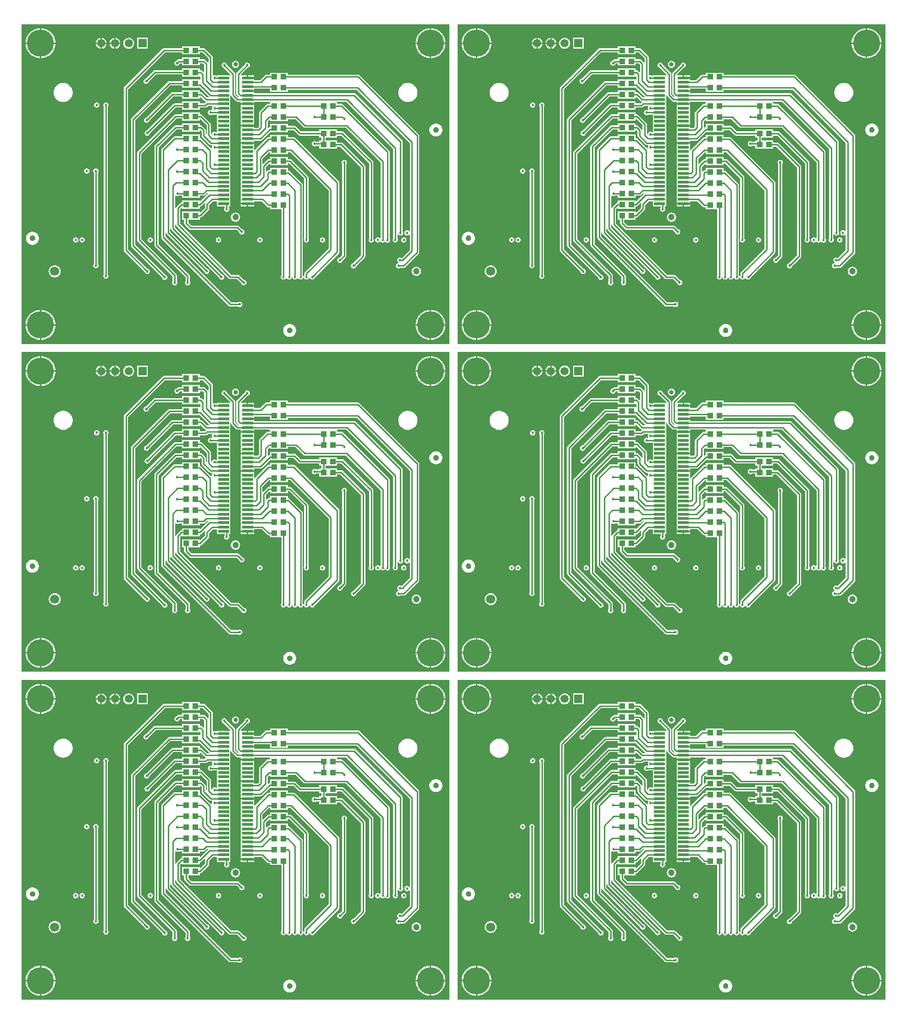
<source format=gbl>
G04*
G04 #@! TF.GenerationSoftware,Altium Limited,Altium Designer,19.0.15 (446)*
G04*
G04 Layer_Physical_Order=4*
G04 Layer_Color=16711680*
%FSLAX43Y43*%
%MOMM*%
G71*
G01*
G75*
%ADD12C,0.800*%
%ADD13R,1.100X1.000*%
%ADD18C,0.254*%
%ADD20C,1.700*%
%ADD21C,1.200*%
%ADD22C,5.000*%
%ADD23R,1.500X1.500*%
%ADD24C,1.500*%
%ADD25C,0.457*%
%ADD26R,2.000X0.500*%
G36*
X170000Y121500D02*
X91000D01*
Y180500D01*
X170000D01*
Y121500D01*
D02*
G37*
G36*
X89500D02*
X10500D01*
Y180500D01*
X89500D01*
Y121500D01*
D02*
G37*
G36*
X170000Y61000D02*
X91000D01*
Y120000D01*
X170000D01*
Y61000D01*
D02*
G37*
G36*
X89500D02*
X10500D01*
Y120000D01*
X89500D01*
Y61000D01*
D02*
G37*
G36*
X170000Y500D02*
X91000D01*
Y59500D01*
X170000D01*
Y500D01*
D02*
G37*
G36*
X89500D02*
X10500D01*
Y59500D01*
X89500D01*
Y500D01*
D02*
G37*
%LPC*%
G36*
X166627Y179753D02*
Y177127D01*
X169253D01*
X169229Y177432D01*
X169127Y177854D01*
X168961Y178254D01*
X168735Y178624D01*
X168453Y178953D01*
X168124Y179235D01*
X167754Y179461D01*
X167354Y179627D01*
X166932Y179729D01*
X166627Y179753D01*
D02*
G37*
G36*
X166373D02*
X166068Y179729D01*
X165646Y179627D01*
X165246Y179461D01*
X164876Y179235D01*
X164547Y178953D01*
X164265Y178624D01*
X164039Y178254D01*
X163873Y177854D01*
X163771Y177432D01*
X163747Y177127D01*
X166373D01*
Y179753D01*
D02*
G37*
G36*
X94627D02*
Y177127D01*
X97253D01*
X97229Y177432D01*
X97127Y177854D01*
X96961Y178254D01*
X96735Y178624D01*
X96453Y178953D01*
X96124Y179235D01*
X95754Y179461D01*
X95354Y179627D01*
X94932Y179729D01*
X94627Y179753D01*
D02*
G37*
G36*
X94373D02*
X94068Y179729D01*
X93646Y179627D01*
X93246Y179461D01*
X92876Y179235D01*
X92547Y178953D01*
X92265Y178624D01*
X92039Y178254D01*
X91873Y177854D01*
X91771Y177432D01*
X91747Y177127D01*
X94373D01*
Y179753D01*
D02*
G37*
G36*
X108359Y177996D02*
Y177127D01*
X109228D01*
X109210Y177262D01*
X109109Y177506D01*
X108948Y177716D01*
X108738Y177877D01*
X108494Y177978D01*
X108359Y177996D01*
D02*
G37*
G36*
X105819D02*
Y177127D01*
X106688D01*
X106670Y177262D01*
X106569Y177506D01*
X106408Y177716D01*
X106198Y177877D01*
X105954Y177978D01*
X105819Y177996D01*
D02*
G37*
G36*
X108105Y177996D02*
X107970Y177978D01*
X107726Y177877D01*
X107516Y177716D01*
X107355Y177506D01*
X107254Y177262D01*
X107236Y177127D01*
X108105D01*
Y177996D01*
D02*
G37*
G36*
X105565D02*
X105430Y177978D01*
X105186Y177877D01*
X104976Y177716D01*
X104815Y177506D01*
X104714Y177262D01*
X104696Y177127D01*
X105565D01*
Y177996D01*
D02*
G37*
G36*
X109228Y176873D02*
X108359D01*
Y176004D01*
X108494Y176022D01*
X108738Y176123D01*
X108948Y176284D01*
X109109Y176494D01*
X109210Y176738D01*
X109228Y176873D01*
D02*
G37*
G36*
X106688D02*
X105819D01*
Y176004D01*
X105954Y176022D01*
X106198Y176123D01*
X106408Y176284D01*
X106569Y176494D01*
X106670Y176738D01*
X106688Y176873D01*
D02*
G37*
G36*
X108105D02*
X107236D01*
X107254Y176738D01*
X107355Y176494D01*
X107516Y176284D01*
X107726Y176123D01*
X107970Y176022D01*
X108105Y176004D01*
Y176873D01*
D02*
G37*
G36*
X105565D02*
X104696D01*
X104714Y176738D01*
X104815Y176494D01*
X104976Y176284D01*
X105186Y176123D01*
X105430Y176022D01*
X105565Y176004D01*
Y176873D01*
D02*
G37*
G36*
X114316Y178004D02*
X112308D01*
Y175996D01*
X114316D01*
Y178004D01*
D02*
G37*
G36*
X110772Y178013D02*
X110510Y177978D01*
X110266Y177877D01*
X110056Y177716D01*
X109895Y177506D01*
X109794Y177262D01*
X109759Y177000D01*
X109794Y176738D01*
X109895Y176494D01*
X110056Y176284D01*
X110266Y176123D01*
X110510Y176022D01*
X110772Y175987D01*
X111034Y176022D01*
X111278Y176123D01*
X111488Y176284D01*
X111649Y176494D01*
X111750Y176738D01*
X111785Y177000D01*
X111750Y177262D01*
X111649Y177506D01*
X111488Y177716D01*
X111278Y177877D01*
X111034Y177978D01*
X110772Y178013D01*
D02*
G37*
G36*
X169253Y176873D02*
X166627D01*
Y174247D01*
X166932Y174271D01*
X167354Y174373D01*
X167754Y174539D01*
X168124Y174765D01*
X168453Y175047D01*
X168735Y175376D01*
X168961Y175746D01*
X169127Y176146D01*
X169229Y176568D01*
X169253Y176873D01*
D02*
G37*
G36*
X166373D02*
X163747D01*
X163771Y176568D01*
X163873Y176146D01*
X164039Y175746D01*
X164265Y175376D01*
X164547Y175047D01*
X164876Y174765D01*
X165246Y174539D01*
X165646Y174373D01*
X166068Y174271D01*
X166373Y174247D01*
Y176873D01*
D02*
G37*
G36*
X97253D02*
X94627D01*
Y174247D01*
X94932Y174271D01*
X95354Y174373D01*
X95754Y174539D01*
X96124Y174765D01*
X96453Y175047D01*
X96735Y175376D01*
X96961Y175746D01*
X97127Y176146D01*
X97229Y176568D01*
X97253Y176873D01*
D02*
G37*
G36*
X94373D02*
X91747D01*
X91771Y176568D01*
X91873Y176146D01*
X92039Y175746D01*
X92265Y175376D01*
X92547Y175047D01*
X92876Y174765D01*
X93246Y174539D01*
X93646Y174373D01*
X94068Y174271D01*
X94373Y174247D01*
Y176873D01*
D02*
G37*
G36*
X122287Y176458D02*
X122195D01*
X122160Y176458D01*
X120587D01*
Y176092D01*
X117305D01*
X117156Y176063D01*
X117030Y175979D01*
X109989Y168938D01*
X109905Y168812D01*
X109876Y168663D01*
X109876Y138828D01*
X109905Y138679D01*
X109989Y138553D01*
X113719Y134823D01*
X113742Y134707D01*
X113849Y134547D01*
X114009Y134441D01*
X114197Y134403D01*
X114385Y134441D01*
X114545Y134547D01*
X114651Y134707D01*
X114689Y134895D01*
X114651Y135083D01*
X114545Y135243D01*
X114385Y135350D01*
X114269Y135373D01*
X110652Y138989D01*
X110652Y168502D01*
X117466Y175315D01*
X120587D01*
Y174950D01*
X122160D01*
X122195Y174950D01*
X122287D01*
X122322Y174950D01*
X123895D01*
Y175315D01*
X124413D01*
X125512Y174217D01*
Y173444D01*
X125385Y173406D01*
X125348Y173461D01*
X124866Y173943D01*
X124740Y174027D01*
X124591Y174056D01*
X123895D01*
Y174422D01*
X122322D01*
X122287Y174422D01*
X122195D01*
X122160Y174422D01*
X120587D01*
Y174056D01*
X120035D01*
X119886Y174027D01*
X119760Y173943D01*
X119619Y173802D01*
X119503Y173779D01*
X119343Y173672D01*
X119237Y173512D01*
X119199Y173324D01*
X119237Y173136D01*
X119343Y172976D01*
X119503Y172869D01*
X119691Y172832D01*
X119879Y172869D01*
X120039Y172976D01*
X120146Y173136D01*
X120169Y173252D01*
X120196Y173279D01*
X120587D01*
Y172914D01*
X122160D01*
X122195Y172914D01*
X122287D01*
X122322Y172914D01*
X123895D01*
Y173279D01*
X124430D01*
X124685Y173025D01*
Y171716D01*
X124558Y171664D01*
X124315Y171907D01*
X124189Y171991D01*
X124040Y172020D01*
X123895D01*
Y172386D01*
X122322D01*
X122287Y172386D01*
X122195D01*
X122160Y172386D01*
X120587D01*
Y172020D01*
X115634D01*
X115485Y171991D01*
X115359Y171907D01*
X113923Y170471D01*
X113807Y170448D01*
X113647Y170341D01*
X113540Y170181D01*
X113503Y169993D01*
X113540Y169805D01*
X113647Y169645D01*
X113807Y169538D01*
X113995Y169501D01*
X114183Y169538D01*
X114343Y169645D01*
X114450Y169805D01*
X114473Y169921D01*
X115795Y171243D01*
X120587D01*
Y170878D01*
X122160D01*
X122195Y170878D01*
X122287D01*
X122322Y170878D01*
X123895D01*
Y170878D01*
X124021Y170875D01*
Y170352D01*
X123895Y170350D01*
Y170350D01*
X122322D01*
X122287Y170350D01*
X122195D01*
X122160Y170350D01*
X120587D01*
Y169984D01*
X118297D01*
X118148Y169955D01*
X118022Y169871D01*
X111307Y163156D01*
X111223Y163030D01*
X111194Y162881D01*
Y139669D01*
X111223Y139520D01*
X111307Y139394D01*
X116961Y133741D01*
X116984Y133624D01*
X117091Y133465D01*
X117250Y133358D01*
X117438Y133321D01*
X117627Y133358D01*
X117786Y133465D01*
X117893Y133624D01*
X117930Y133812D01*
X117893Y134001D01*
X117786Y134160D01*
X117627Y134267D01*
X117510Y134290D01*
X111970Y139830D01*
Y162720D01*
X118458Y169207D01*
X120587D01*
Y168842D01*
X122160D01*
X122195Y168842D01*
X122287D01*
X122322Y168842D01*
X123879D01*
X125592Y167128D01*
X125607Y167118D01*
X125569Y166991D01*
X125234D01*
X124391Y167835D01*
X124265Y167919D01*
X124116Y167948D01*
X123895D01*
Y168314D01*
X122322D01*
X122287Y168314D01*
X122195D01*
X122160Y168314D01*
X120587D01*
Y167948D01*
X118872D01*
X118723Y167919D01*
X118597Y167835D01*
X114022Y163260D01*
X113906Y163237D01*
X113746Y163130D01*
X113639Y162970D01*
X113602Y162782D01*
X113639Y162594D01*
X113746Y162434D01*
X113906Y162328D01*
X114094Y162290D01*
X114282Y162328D01*
X114442Y162434D01*
X114548Y162594D01*
X114572Y162710D01*
X119033Y167171D01*
X120587D01*
Y166806D01*
X122160D01*
X122195Y166806D01*
X122287D01*
X122322Y166806D01*
X123895D01*
Y167052D01*
X124022Y167105D01*
X124798Y166328D01*
X124924Y166244D01*
X124980Y166233D01*
X125007Y166098D01*
X124976Y166078D01*
X124811Y165912D01*
X123895D01*
Y166278D01*
X122322D01*
X122287Y166278D01*
X122195D01*
X122160Y166278D01*
X120587D01*
Y165912D01*
X119305D01*
X119156Y165883D01*
X119030Y165799D01*
X114114Y160882D01*
X113997Y160859D01*
X113838Y160752D01*
X113731Y160593D01*
X113694Y160404D01*
X113731Y160216D01*
X113838Y160057D01*
X113997Y159950D01*
X114186Y159913D01*
X114374Y159950D01*
X114533Y160057D01*
X114640Y160216D01*
X114663Y160333D01*
X119466Y165135D01*
X120587D01*
Y164770D01*
X122160D01*
X122195Y164770D01*
X122287D01*
X122322Y164770D01*
X123895D01*
Y165135D01*
X124972D01*
X125121Y165165D01*
X125247Y165249D01*
X125412Y165414D01*
X126144D01*
X126212Y165287D01*
X126145Y165188D01*
X126108Y165000D01*
X126145Y164812D01*
X126197Y164735D01*
X126106Y164643D01*
X126088Y164654D01*
X125900Y164692D01*
X125712Y164654D01*
X125552Y164548D01*
X125445Y164388D01*
X125408Y164200D01*
X125445Y164012D01*
X125552Y163852D01*
X125712Y163745D01*
X125900Y163708D01*
X126088Y163745D01*
X126187Y163812D01*
X127046D01*
Y162896D01*
Y162096D01*
Y161296D01*
Y160588D01*
X126887D01*
X126788Y160654D01*
X126600Y160692D01*
X126412Y160654D01*
X126252Y160548D01*
X126145Y160388D01*
X126123Y160273D01*
X125986Y160212D01*
X125940Y160242D01*
Y162026D01*
X125911Y162174D01*
X125827Y162300D01*
X124364Y163763D01*
X124238Y163847D01*
X124090Y163876D01*
X123895D01*
Y164242D01*
X122322D01*
X122287Y164242D01*
X122195D01*
X122160Y164242D01*
X120587D01*
Y163876D01*
X119428D01*
X119279Y163847D01*
X119153Y163763D01*
X112450Y157060D01*
X112366Y156934D01*
X112337Y156785D01*
Y140685D01*
X112366Y140536D01*
X112450Y140410D01*
X118876Y133985D01*
Y133092D01*
X118809Y132993D01*
X118772Y132805D01*
X118809Y132617D01*
X118916Y132457D01*
X119076Y132350D01*
X119264Y132313D01*
X119452Y132350D01*
X119612Y132457D01*
X119718Y132617D01*
X119756Y132805D01*
X119718Y132993D01*
X119652Y133092D01*
Y134146D01*
X119623Y134295D01*
X119539Y134421D01*
X113113Y140846D01*
Y156624D01*
X119589Y163099D01*
X120587D01*
Y162734D01*
X122160D01*
X122195Y162734D01*
X122287D01*
X122322Y162734D01*
X123895D01*
Y162954D01*
X124022Y163006D01*
X125164Y161865D01*
Y160220D01*
X125037Y160152D01*
X125013Y160168D01*
Y160930D01*
X124984Y161079D01*
X124900Y161205D01*
X124378Y161727D01*
X124252Y161811D01*
X124103Y161840D01*
X123895D01*
Y162206D01*
X122322D01*
X122287Y162206D01*
X122195D01*
X122160Y162206D01*
X120587D01*
Y161840D01*
X119424D01*
X119275Y161811D01*
X119149Y161727D01*
X115625Y158203D01*
X115541Y158077D01*
X115512Y157928D01*
Y139764D01*
X115541Y139615D01*
X115625Y139489D01*
X121276Y133839D01*
Y133092D01*
X121209Y132993D01*
X121172Y132805D01*
X121209Y132617D01*
X121316Y132457D01*
X121476Y132350D01*
X121664Y132313D01*
X121852Y132350D01*
X122012Y132457D01*
X122118Y132617D01*
X122156Y132805D01*
X122118Y132993D01*
X122052Y133092D01*
Y134000D01*
X122023Y134149D01*
X121939Y134275D01*
X116288Y139925D01*
Y157767D01*
X119585Y161063D01*
X120587D01*
Y160698D01*
X122160D01*
X122195Y160698D01*
X122287D01*
X122322Y160698D01*
X123895D01*
Y160931D01*
X124022Y160984D01*
X124237Y160769D01*
Y159902D01*
X124266Y159753D01*
X124350Y159627D01*
X125652Y158325D01*
X125778Y158241D01*
X125927Y158212D01*
X126142D01*
X126210Y158085D01*
X126145Y157988D01*
X126108Y157800D01*
X126120Y157742D01*
X126020Y157597D01*
X125995Y157593D01*
X124213Y159375D01*
X124087Y159459D01*
X123939Y159488D01*
X123895D01*
Y160170D01*
X122322D01*
X122287Y160170D01*
X122195D01*
X122160Y160170D01*
X120587D01*
Y159788D01*
X119264D01*
X119115Y159759D01*
X118989Y159675D01*
X116889Y157575D01*
X116805Y157449D01*
X116776Y157300D01*
Y141170D01*
X116805Y141021D01*
X116889Y140895D01*
X129254Y128530D01*
X129380Y128446D01*
X129529Y128417D01*
X130980D01*
X131079Y128350D01*
X131267Y128313D01*
X131455Y128350D01*
X131615Y128457D01*
X131721Y128617D01*
X131759Y128805D01*
X131721Y128993D01*
X131615Y129153D01*
X131455Y129260D01*
X131267Y129297D01*
X131079Y129260D01*
X130980Y129193D01*
X129690D01*
X117552Y141331D01*
Y142016D01*
X117679Y142028D01*
X117705Y141899D01*
X117789Y141773D01*
X124716Y134846D01*
X124739Y134730D01*
X124846Y134570D01*
X125006Y134464D01*
X125194Y134426D01*
X125382Y134464D01*
X125542Y134570D01*
X125648Y134730D01*
X125686Y134918D01*
X125648Y135106D01*
X125542Y135266D01*
X125382Y135373D01*
X125266Y135396D01*
X118452Y142209D01*
Y142732D01*
X118579Y142745D01*
X118589Y142696D01*
X118673Y142570D01*
X127469Y133775D01*
X127492Y133658D01*
X127599Y133499D01*
X127758Y133392D01*
X127947Y133355D01*
X128135Y133392D01*
X128294Y133499D01*
X128401Y133658D01*
X128438Y133846D01*
X128401Y134035D01*
X128294Y134194D01*
X128135Y134301D01*
X128018Y134324D01*
X119336Y143006D01*
Y148852D01*
X119463Y148892D01*
X119600Y148801D01*
X119788Y148764D01*
X119976Y148801D01*
X120075Y148867D01*
X120587D01*
Y148502D01*
X122160D01*
X122195Y148502D01*
X122287D01*
X122322Y148502D01*
X123895D01*
Y148867D01*
X124598D01*
X124747Y148897D01*
X124873Y148981D01*
X125285Y149394D01*
X125364Y149384D01*
X125386Y149349D01*
X125409Y149254D01*
X124012Y147856D01*
X123895Y147905D01*
Y147978D01*
X122322D01*
X122287Y147978D01*
X122195D01*
X122160Y147978D01*
X120587D01*
Y147612D01*
X120537D01*
X120388Y147583D01*
X120262Y147499D01*
X119589Y146826D01*
X119505Y146700D01*
X119476Y146551D01*
Y143550D01*
X119505Y143401D01*
X119589Y143275D01*
X129274Y133590D01*
X129400Y133506D01*
X129549Y133477D01*
X130814D01*
X131557Y132733D01*
X131574Y132647D01*
X131681Y132487D01*
X131841Y132380D01*
X132029Y132343D01*
X132217Y132380D01*
X132377Y132487D01*
X132484Y132647D01*
X132521Y132835D01*
X132484Y133023D01*
X132377Y133183D01*
X132217Y133290D01*
X132071Y133319D01*
X131250Y134140D01*
X131124Y134224D01*
X130975Y134253D01*
X129710D01*
X120252Y143711D01*
Y146390D01*
X120469Y146607D01*
X120587Y146558D01*
Y146470D01*
X122160D01*
X122195Y146470D01*
X122287D01*
X122322Y146470D01*
X123895D01*
Y146835D01*
X123929D01*
X124078Y146865D01*
X124204Y146949D01*
X124848Y147593D01*
X124946Y147512D01*
X124877Y147409D01*
X124847Y147260D01*
Y146626D01*
X124012Y145790D01*
X123895Y145839D01*
Y145946D01*
X122322D01*
X122287Y145946D01*
X122195D01*
X122160Y145946D01*
X120587D01*
Y144438D01*
X121002D01*
Y143769D01*
X121032Y143621D01*
X121116Y143495D01*
X121943Y142667D01*
X122069Y142583D01*
X122218Y142554D01*
X130725D01*
X131170Y142108D01*
X131193Y141992D01*
X131300Y141832D01*
X131460Y141725D01*
X131648Y141688D01*
X131836Y141725D01*
X131996Y141832D01*
X132102Y141992D01*
X132140Y142180D01*
X132102Y142368D01*
X131996Y142528D01*
X131836Y142635D01*
X131720Y142658D01*
X131161Y143217D01*
X131035Y143301D01*
X130886Y143330D01*
X122379D01*
X121779Y143930D01*
Y144438D01*
X122160D01*
X122195Y144438D01*
X122287D01*
X122322Y144438D01*
X123895D01*
Y144804D01*
X123963D01*
X124112Y144833D01*
X124238Y144917D01*
X125511Y146190D01*
X125595Y146316D01*
X125624Y146465D01*
Y147099D01*
X126337Y147812D01*
X127046D01*
Y146896D01*
X128476D01*
Y146677D01*
X128409Y146578D01*
X128372Y146390D01*
X128409Y146202D01*
X128516Y146042D01*
X128676Y145936D01*
X128864Y145898D01*
X129052Y145936D01*
X129212Y146042D01*
X129318Y146202D01*
X129356Y146390D01*
X129318Y146578D01*
X129252Y146677D01*
Y146896D01*
X129554D01*
Y147696D01*
Y148496D01*
Y149296D01*
Y150096D01*
Y150896D01*
Y151696D01*
Y152496D01*
Y153296D01*
Y154096D01*
Y154896D01*
Y155696D01*
Y156496D01*
Y157296D01*
Y158096D01*
Y158896D01*
Y159696D01*
Y160496D01*
Y161296D01*
Y162096D01*
Y162896D01*
Y163696D01*
Y164496D01*
Y165296D01*
Y166096D01*
Y167374D01*
X129681Y167386D01*
X129705Y167265D01*
X129789Y167139D01*
X130603Y166325D01*
X130729Y166241D01*
X130878Y166212D01*
X131446D01*
Y165927D01*
X133954D01*
Y166212D01*
X136729D01*
X136841Y166085D01*
Y165810D01*
X136475D01*
X136326Y165781D01*
X136200Y165697D01*
X134935Y164432D01*
X134851Y164306D01*
X134822Y164157D01*
Y161612D01*
X134598Y161388D01*
X133954D01*
Y161673D01*
X131446D01*
Y161296D01*
Y160496D01*
Y159696D01*
Y158896D01*
Y158727D01*
X133954D01*
Y159012D01*
X135134D01*
X135283Y159041D01*
X135409Y159125D01*
X136879Y160596D01*
X138414D01*
X138449Y160596D01*
X138541D01*
X138576Y160596D01*
X140149D01*
Y160961D01*
X141213D01*
X142117Y160057D01*
X142243Y159973D01*
X142392Y159944D01*
X145969D01*
Y159578D01*
X146385D01*
Y159050D01*
X145969D01*
Y158842D01*
X145351D01*
X145252Y158908D01*
X145064Y158945D01*
X144876Y158908D01*
X144716Y158801D01*
X144609Y158641D01*
X144572Y158453D01*
X144609Y158265D01*
X144716Y158105D01*
X144876Y157999D01*
X145064Y157961D01*
X145252Y157999D01*
X145351Y158065D01*
X145969D01*
Y157542D01*
X147542D01*
X147577Y157542D01*
X147669D01*
X147704Y157542D01*
X149277D01*
Y157908D01*
X149865D01*
X153676Y154097D01*
Y137862D01*
X152582Y136769D01*
X152216Y136403D01*
X152100Y136380D01*
X151940Y136273D01*
X151833Y136113D01*
X151796Y135925D01*
X151833Y135737D01*
X151940Y135577D01*
X152100Y135471D01*
X152288Y135433D01*
X152476Y135471D01*
X152636Y135577D01*
X152743Y135737D01*
X152766Y135853D01*
X153132Y136219D01*
X154339Y137426D01*
X154423Y137552D01*
X154452Y137701D01*
Y154258D01*
X154423Y154407D01*
X154339Y154533D01*
X150301Y158571D01*
X150175Y158655D01*
X150026Y158685D01*
X149277D01*
Y159050D01*
X147704D01*
X147669Y159050D01*
X147577D01*
X147542Y159050D01*
X147161D01*
Y159578D01*
X147542D01*
X147577Y159578D01*
X147669D01*
X147704Y159578D01*
X149277D01*
Y159944D01*
X150038D01*
X155176Y154806D01*
Y140972D01*
X155109Y140873D01*
X155072Y140685D01*
X155109Y140497D01*
X155216Y140337D01*
X155376Y140230D01*
X155564Y140193D01*
X155752Y140230D01*
X155912Y140337D01*
X156018Y140497D01*
X156056Y140685D01*
X156018Y140873D01*
X155952Y140972D01*
Y154967D01*
X155923Y155116D01*
X155839Y155242D01*
X150474Y160607D01*
X150348Y160691D01*
X150199Y160721D01*
X149277D01*
Y161086D01*
X147704D01*
X147669Y161086D01*
X147577D01*
X147542Y161086D01*
X145969D01*
Y160721D01*
X142553D01*
X141649Y161625D01*
X141523Y161709D01*
X141374Y161738D01*
X140149D01*
Y162104D01*
X138576D01*
X138541Y162104D01*
X138449D01*
X138414Y162104D01*
X136841D01*
Y161516D01*
X136717Y161491D01*
X136591Y161407D01*
X136579Y161395D01*
X136452Y161447D01*
Y162576D01*
X136724Y162848D01*
X136841Y162799D01*
Y162632D01*
X138414D01*
X138449Y162632D01*
X138541D01*
X138576Y162632D01*
X140149D01*
Y162997D01*
X141552D01*
X143024Y161525D01*
X143150Y161441D01*
X143299Y161412D01*
X150856D01*
X157295Y154973D01*
Y141094D01*
X157251Y141053D01*
X157112Y141033D01*
X156952Y141139D01*
X156764Y141177D01*
X156576Y141139D01*
X156416Y141033D01*
X156309Y140873D01*
X156272Y140685D01*
X156309Y140497D01*
X156416Y140337D01*
X156576Y140230D01*
X156764Y140193D01*
X156952Y140230D01*
X157112Y140337D01*
X157147Y140390D01*
X157300D01*
X157335Y140337D01*
X157495Y140230D01*
X157683Y140193D01*
X157871Y140230D01*
X158031Y140337D01*
X158050Y140366D01*
X158177D01*
X158216Y140308D01*
X158376Y140202D01*
X158564Y140164D01*
X158752Y140202D01*
X158912Y140308D01*
X159018Y140468D01*
X159056Y140656D01*
X159018Y140844D01*
X158952Y140943D01*
Y156920D01*
X158923Y157069D01*
X158839Y157195D01*
X150337Y165697D01*
X150211Y165781D01*
X150062Y165811D01*
X149367D01*
X149277Y165900D01*
X149277Y166176D01*
X149389Y166212D01*
X150903D01*
X159612Y157503D01*
Y140972D01*
X159545Y140873D01*
X159508Y140685D01*
X159545Y140497D01*
X159652Y140337D01*
X159812Y140230D01*
X160000Y140193D01*
X160188Y140230D01*
X160348Y140337D01*
X160455Y140497D01*
X160492Y140685D01*
X160455Y140873D01*
X160388Y140972D01*
Y141728D01*
X160506Y141804D01*
X160515Y141803D01*
X160616Y141652D01*
X160776Y141546D01*
X160964Y141508D01*
X161152Y141546D01*
X161312Y141652D01*
X161419Y141812D01*
X161456Y142000D01*
X161419Y142188D01*
X161352Y142287D01*
Y158838D01*
X161323Y158987D01*
X161239Y159113D01*
X152677Y167675D01*
X152551Y167759D01*
X152402Y167788D01*
X133954Y167788D01*
Y168073D01*
X132700D01*
Y168327D01*
X133954D01*
Y168614D01*
X136841D01*
Y168008D01*
X138414D01*
X138449Y168008D01*
X138541D01*
X138576Y168008D01*
X140149D01*
Y168373D01*
X152903D01*
X162676Y158601D01*
Y142332D01*
X162549Y142293D01*
X162512Y142348D01*
X162352Y142455D01*
X162164Y142492D01*
X161976Y142455D01*
X161816Y142348D01*
X161709Y142188D01*
X161672Y142000D01*
X161709Y141812D01*
X161816Y141652D01*
X161976Y141546D01*
X162164Y141508D01*
X162352Y141546D01*
X162512Y141652D01*
X162549Y141707D01*
X162676Y141668D01*
Y138861D01*
X161158Y137343D01*
X161145D01*
X161046Y137410D01*
X160858Y137447D01*
X160670Y137410D01*
X160510Y137303D01*
X160403Y137143D01*
X160366Y136955D01*
X160403Y136767D01*
X160510Y136607D01*
X160613Y136538D01*
X160611Y136507D01*
X160575Y136411D01*
X160416Y136380D01*
X160256Y136273D01*
X160149Y136113D01*
X160112Y135925D01*
X160149Y135737D01*
X160256Y135577D01*
X160416Y135471D01*
X160604Y135433D01*
X160792Y135471D01*
X160891Y135537D01*
X161559D01*
X161708Y135566D01*
X161834Y135650D01*
X164308Y138124D01*
X164392Y138250D01*
X164421Y138399D01*
Y159878D01*
X164392Y160027D01*
X164308Y160153D01*
X153388Y171073D01*
X153262Y171157D01*
X153113Y171186D01*
X140149D01*
Y171552D01*
X138576D01*
X138541Y171552D01*
X138449D01*
X138414Y171552D01*
X136841D01*
Y171186D01*
X136188D01*
X136039Y171157D01*
X135913Y171073D01*
X135032Y170191D01*
X133954D01*
Y170473D01*
X132700D01*
Y170600D01*
X132573D01*
Y171104D01*
X131554D01*
X131501Y171231D01*
X132736Y172465D01*
X132852Y172488D01*
X133012Y172595D01*
X133118Y172755D01*
X133156Y172943D01*
X133118Y173131D01*
X133012Y173291D01*
X132852Y173398D01*
X132664Y173435D01*
X132476Y173398D01*
X132316Y173291D01*
X132209Y173131D01*
X132186Y173015D01*
X130738Y171567D01*
X130654Y171441D01*
X130625Y171292D01*
Y167781D01*
X130654Y167632D01*
X130738Y167506D01*
X131050Y167195D01*
X131011Y167054D01*
X130980Y167046D01*
X130452Y167574D01*
Y171292D01*
X130423Y171441D01*
X130339Y171567D01*
X128891Y173015D01*
X128867Y173131D01*
X128761Y173291D01*
X128601Y173398D01*
X128413Y173435D01*
X128225Y173398D01*
X128065Y173291D01*
X127958Y173131D01*
X127921Y172943D01*
X127958Y172755D01*
X128065Y172595D01*
X128225Y172488D01*
X128341Y172465D01*
X129591Y171216D01*
X129523Y171104D01*
X127046D01*
Y170988D01*
X126887D01*
X126788Y171055D01*
X126600Y171092D01*
X126415Y171055D01*
X126393Y171052D01*
X126288Y171123D01*
Y174378D01*
X126259Y174526D01*
X126175Y174652D01*
X124848Y175979D01*
X124722Y176063D01*
X124574Y176092D01*
X123895D01*
Y176458D01*
X122322D01*
X122287Y176458D01*
D02*
G37*
G36*
X130500Y173760D02*
X130329Y173737D01*
X130170Y173671D01*
X130034Y173566D01*
X129929Y173430D01*
X129863Y173271D01*
X129840Y173100D01*
X129863Y172929D01*
X129929Y172770D01*
X130034Y172634D01*
X130170Y172529D01*
X130329Y172463D01*
X130500Y172440D01*
X130671Y172463D01*
X130830Y172529D01*
X130966Y172634D01*
X131071Y172770D01*
X131137Y172929D01*
X131160Y173100D01*
X131137Y173271D01*
X131071Y173430D01*
X130966Y173566D01*
X130830Y173671D01*
X130671Y173737D01*
X130500Y173760D01*
D02*
G37*
G36*
X133954Y171104D02*
X132827D01*
Y170727D01*
X133954D01*
Y171104D01*
D02*
G37*
G36*
X162313Y169667D02*
X161969Y169634D01*
X161639Y169533D01*
X161334Y169370D01*
X161067Y169151D01*
X160848Y168884D01*
X160685Y168579D01*
X160584Y168249D01*
X160551Y167905D01*
X160584Y167561D01*
X160685Y167231D01*
X160848Y166926D01*
X161067Y166659D01*
X161334Y166440D01*
X161639Y166277D01*
X161969Y166176D01*
X162313Y166143D01*
X162657Y166176D01*
X162987Y166277D01*
X163292Y166440D01*
X163559Y166659D01*
X163778Y166926D01*
X163941Y167231D01*
X164042Y167561D01*
X164075Y167905D01*
X164042Y168249D01*
X163941Y168579D01*
X163778Y168884D01*
X163559Y169151D01*
X163292Y169370D01*
X162987Y169533D01*
X162657Y169634D01*
X162313Y169667D01*
D02*
G37*
G36*
X98673D02*
X98329Y169634D01*
X97999Y169533D01*
X97694Y169370D01*
X97427Y169151D01*
X97208Y168884D01*
X97045Y168579D01*
X96944Y168249D01*
X96911Y167905D01*
X96944Y167561D01*
X97045Y167231D01*
X97208Y166926D01*
X97427Y166659D01*
X97694Y166440D01*
X97999Y166277D01*
X98329Y166176D01*
X98673Y166143D01*
X99017Y166176D01*
X99347Y166277D01*
X99652Y166440D01*
X99919Y166659D01*
X100138Y166926D01*
X100301Y167231D01*
X100402Y167561D01*
X100435Y167905D01*
X100402Y168249D01*
X100301Y168579D01*
X100138Y168884D01*
X99919Y169151D01*
X99652Y169370D01*
X99347Y169533D01*
X99017Y169634D01*
X98673Y169667D01*
D02*
G37*
G36*
X104863Y166088D02*
X104675Y166051D01*
X104515Y165944D01*
X104409Y165784D01*
X104371Y165596D01*
X104409Y165408D01*
X104515Y165248D01*
X104675Y165141D01*
X104863Y165104D01*
X105051Y165141D01*
X105211Y165248D01*
X105318Y165408D01*
X105355Y165596D01*
X105318Y165784D01*
X105211Y165944D01*
X105051Y166051D01*
X104863Y166088D01*
D02*
G37*
G36*
X133954Y165673D02*
X131446D01*
Y165296D01*
Y164496D01*
Y163696D01*
Y162896D01*
Y162096D01*
Y161927D01*
X133954D01*
Y162096D01*
Y162896D01*
Y163696D01*
Y164496D01*
Y165296D01*
Y165673D01*
D02*
G37*
G36*
X167382Y162200D02*
X167150Y162154D01*
X166932Y162063D01*
X166735Y161932D01*
X166568Y161765D01*
X166437Y161568D01*
X166346Y161350D01*
X166300Y161118D01*
X166300Y161000D01*
X166300Y160882D01*
X166346Y160650D01*
X166437Y160432D01*
X166568Y160235D01*
X166735Y160068D01*
X166932Y159936D01*
X167150Y159846D01*
X167382Y159800D01*
X167500Y159800D01*
X167618D01*
X167850Y159846D01*
X168068Y159937D01*
X168265Y160068D01*
X168432Y160235D01*
X168563Y160432D01*
X168654Y160650D01*
X168700Y160882D01*
Y161000D01*
X168700Y161000D01*
X168700Y161118D01*
X168654Y161350D01*
X168563Y161568D01*
X168432Y161765D01*
X168265Y161932D01*
X168068Y162063D01*
X167850Y162154D01*
X167618Y162200D01*
X167500Y162200D01*
X167500Y162200D01*
X167382Y162200D01*
D02*
G37*
G36*
X138541Y160068D02*
X138449D01*
X138414Y160068D01*
X136841D01*
Y159702D01*
X136636D01*
X136487Y159673D01*
X136361Y159589D01*
X134125Y157353D01*
X134081Y157286D01*
X134028Y157290D01*
X133954Y157325D01*
Y158096D01*
Y158473D01*
X131446D01*
Y158096D01*
Y157296D01*
Y156496D01*
Y155696D01*
Y154896D01*
Y154096D01*
Y153296D01*
Y152496D01*
Y151696D01*
Y150896D01*
Y150096D01*
Y149296D01*
Y148496D01*
Y147696D01*
Y147527D01*
X133954D01*
Y147814D01*
X135321D01*
X136313Y146822D01*
X136439Y146738D01*
X136588Y146708D01*
X136841D01*
Y146343D01*
X138414D01*
X138449Y146343D01*
X138541D01*
X138576Y146343D01*
X138957D01*
Y134147D01*
X138894Y134053D01*
X138857Y133865D01*
X138894Y133677D01*
X139001Y133517D01*
X139161Y133411D01*
X139349Y133373D01*
X139537Y133411D01*
X139697Y133517D01*
X139804Y133677D01*
X139815Y133736D01*
X139945D01*
X139956Y133677D01*
X140063Y133517D01*
X140223Y133411D01*
X140411Y133373D01*
X140599Y133411D01*
X140759Y133517D01*
X140865Y133677D01*
X140878Y133737D01*
X141007D01*
X141019Y133677D01*
X141126Y133517D01*
X141285Y133411D01*
X141473Y133373D01*
X141662Y133411D01*
X141821Y133517D01*
X141928Y133677D01*
X141940Y133735D01*
X142069D01*
X142080Y133677D01*
X142187Y133517D01*
X142347Y133411D01*
X142535Y133373D01*
X142723Y133411D01*
X142883Y133517D01*
X142990Y133677D01*
X143002Y133738D01*
X143131D01*
X143143Y133677D01*
X143250Y133517D01*
X143410Y133411D01*
X143598Y133373D01*
X143786Y133411D01*
X143946Y133517D01*
X144053Y133677D01*
X144064Y133736D01*
X144194D01*
X144206Y133677D01*
X144312Y133517D01*
X144472Y133411D01*
X144660Y133373D01*
X144848Y133411D01*
X145008Y133517D01*
X145115Y133677D01*
X145138Y133793D01*
X149539Y138194D01*
X149623Y138320D01*
X149652Y138469D01*
Y151263D01*
X149623Y151412D01*
X149539Y151538D01*
X141488Y159589D01*
X141362Y159673D01*
X141213Y159702D01*
X140149D01*
Y160068D01*
X138576D01*
X138541Y160068D01*
D02*
G37*
G36*
X103027Y153913D02*
X102839Y153876D01*
X102679Y153769D01*
X102573Y153609D01*
X102535Y153421D01*
X102573Y153233D01*
X102679Y153073D01*
X102839Y152967D01*
X103027Y152929D01*
X103215Y152967D01*
X103375Y153073D01*
X103482Y153233D01*
X103519Y153421D01*
X103482Y153609D01*
X103375Y153769D01*
X103215Y153876D01*
X103027Y153913D01*
D02*
G37*
G36*
X133954Y147273D02*
X132827D01*
Y146896D01*
X133954D01*
Y147273D01*
D02*
G37*
G36*
X132573D02*
X131446D01*
Y146896D01*
X132573D01*
Y147273D01*
D02*
G37*
G36*
X130500Y145761D02*
X130277Y145732D01*
X130069Y145646D01*
X129891Y145509D01*
X129754Y145331D01*
X129668Y145123D01*
X129639Y144900D01*
X129668Y144677D01*
X129754Y144469D01*
X129891Y144291D01*
X130069Y144154D01*
X130277Y144068D01*
X130500Y144039D01*
X130723Y144068D01*
X130931Y144154D01*
X131109Y144291D01*
X131246Y144469D01*
X131332Y144677D01*
X131361Y144900D01*
X131332Y145123D01*
X131246Y145331D01*
X131109Y145509D01*
X130931Y145646D01*
X130723Y145732D01*
X130500Y145761D01*
D02*
G37*
G36*
X161574Y141177D02*
X161385Y141139D01*
X161226Y141033D01*
X161119Y140873D01*
X161082Y140685D01*
X161119Y140497D01*
X161226Y140337D01*
X161385Y140230D01*
X161574Y140193D01*
X161762Y140230D01*
X161921Y140337D01*
X162028Y140497D01*
X162065Y140685D01*
X162028Y140873D01*
X161921Y141033D01*
X161762Y141139D01*
X161574Y141177D01*
D02*
G37*
G36*
X135000D02*
X134812Y141139D01*
X134652Y141033D01*
X134545Y140873D01*
X134508Y140685D01*
X134545Y140497D01*
X134652Y140337D01*
X134812Y140230D01*
X135000Y140193D01*
X135188Y140230D01*
X135348Y140337D01*
X135454Y140497D01*
X135492Y140685D01*
X135454Y140873D01*
X135348Y141033D01*
X135188Y141139D01*
X135000Y141177D01*
D02*
G37*
G36*
X127364D02*
X127176Y141139D01*
X127016Y141033D01*
X126909Y140873D01*
X126872Y140685D01*
X126909Y140497D01*
X127016Y140337D01*
X127176Y140230D01*
X127364Y140193D01*
X127552Y140230D01*
X127712Y140337D01*
X127818Y140497D01*
X127856Y140685D01*
X127818Y140873D01*
X127712Y141033D01*
X127552Y141139D01*
X127364Y141177D01*
D02*
G37*
G36*
X114757D02*
X114569Y141139D01*
X114409Y141033D01*
X114302Y140873D01*
X114265Y140685D01*
X114302Y140497D01*
X114409Y140337D01*
X114569Y140230D01*
X114757Y140193D01*
X114945Y140230D01*
X115105Y140337D01*
X115212Y140497D01*
X115249Y140685D01*
X115212Y140873D01*
X115105Y141033D01*
X114945Y141139D01*
X114757Y141177D01*
D02*
G37*
G36*
X102164D02*
X101976Y141139D01*
X101816Y141033D01*
X101709Y140873D01*
X101672Y140685D01*
X101709Y140497D01*
X101816Y140337D01*
X101976Y140230D01*
X102164Y140193D01*
X102352Y140230D01*
X102512Y140337D01*
X102618Y140497D01*
X102656Y140685D01*
X102618Y140873D01*
X102512Y141033D01*
X102352Y141139D01*
X102164Y141177D01*
D02*
G37*
G36*
X101000D02*
X100812Y141139D01*
X100652Y141033D01*
X100545Y140873D01*
X100508Y140685D01*
X100545Y140497D01*
X100652Y140337D01*
X100812Y140230D01*
X101000Y140193D01*
X101188Y140230D01*
X101348Y140337D01*
X101454Y140497D01*
X101492Y140685D01*
X101454Y140873D01*
X101348Y141033D01*
X101188Y141139D01*
X101000Y141177D01*
D02*
G37*
G36*
X92882Y142200D02*
X92650Y142154D01*
X92432Y142063D01*
X92235Y141932D01*
X92068Y141765D01*
X91937Y141568D01*
X91846Y141350D01*
X91800Y141118D01*
X91800Y141000D01*
X91800Y140882D01*
X91846Y140650D01*
X91937Y140432D01*
X92068Y140235D01*
X92235Y140068D01*
X92432Y139936D01*
X92650Y139846D01*
X92882Y139800D01*
X93000Y139800D01*
X93118D01*
X93350Y139846D01*
X93568Y139937D01*
X93765Y140068D01*
X93932Y140235D01*
X94063Y140432D01*
X94154Y140650D01*
X94200Y140882D01*
Y141000D01*
X94200Y141000D01*
X94200Y141118D01*
X94154Y141350D01*
X94063Y141568D01*
X93932Y141765D01*
X93765Y141932D01*
X93568Y142063D01*
X93350Y142154D01*
X93118Y142200D01*
X93000Y142200D01*
X93000Y142200D01*
X92882Y142200D01*
D02*
G37*
G36*
X150571Y155468D02*
X150383Y155431D01*
X150223Y155324D01*
X150116Y155165D01*
X150079Y154977D01*
X150116Y154788D01*
X150183Y154689D01*
Y137925D01*
X149690Y137433D01*
X149574Y137410D01*
X149414Y137303D01*
X149307Y137143D01*
X149270Y136955D01*
X149307Y136767D01*
X149414Y136607D01*
X149574Y136501D01*
X149762Y136463D01*
X149950Y136501D01*
X150110Y136607D01*
X150217Y136767D01*
X150240Y136883D01*
X150846Y137489D01*
X150930Y137615D01*
X150959Y137764D01*
Y154689D01*
X151025Y154788D01*
X151063Y154977D01*
X151025Y155165D01*
X150919Y155324D01*
X150759Y155431D01*
X150571Y155468D01*
D02*
G37*
G36*
X104724Y153913D02*
X104536Y153876D01*
X104376Y153769D01*
X104269Y153609D01*
X104232Y153421D01*
X104269Y153233D01*
X104336Y153134D01*
Y136244D01*
X104269Y136145D01*
X104232Y135957D01*
X104269Y135769D01*
X104376Y135609D01*
X104536Y135503D01*
X104724Y135465D01*
X104912Y135503D01*
X105072Y135609D01*
X105178Y135769D01*
X105216Y135957D01*
X105178Y136145D01*
X105112Y136244D01*
Y153134D01*
X105178Y153233D01*
X105216Y153421D01*
X105178Y153609D01*
X105072Y153769D01*
X104912Y153876D01*
X104724Y153913D01*
D02*
G37*
G36*
X163914Y135766D02*
X163691Y135737D01*
X163483Y135651D01*
X163305Y135514D01*
X163168Y135336D01*
X163082Y135128D01*
X163053Y134905D01*
X163082Y134682D01*
X163168Y134474D01*
X163305Y134296D01*
X163483Y134159D01*
X163691Y134073D01*
X163914Y134044D01*
X164137Y134073D01*
X164345Y134159D01*
X164523Y134296D01*
X164660Y134474D01*
X164746Y134682D01*
X164775Y134905D01*
X164746Y135128D01*
X164660Y135336D01*
X164523Y135514D01*
X164345Y135651D01*
X164137Y135737D01*
X163914Y135766D01*
D02*
G37*
G36*
X97114Y136019D02*
X96826Y135981D01*
X96557Y135869D01*
X96327Y135692D01*
X96150Y135462D01*
X96038Y135193D01*
X96000Y134905D01*
X96038Y134617D01*
X96150Y134348D01*
X96327Y134118D01*
X96557Y133941D01*
X96826Y133829D01*
X97114Y133791D01*
X97402Y133829D01*
X97671Y133941D01*
X97901Y134118D01*
X98078Y134348D01*
X98190Y134617D01*
X98228Y134905D01*
X98190Y135193D01*
X98078Y135462D01*
X97901Y135692D01*
X97671Y135869D01*
X97402Y135981D01*
X97114Y136019D01*
D02*
G37*
G36*
X106560Y166088D02*
X106372Y166051D01*
X106212Y165944D01*
X106106Y165784D01*
X106068Y165596D01*
X106106Y165408D01*
X106172Y165309D01*
X106172Y134287D01*
X106106Y134188D01*
X106068Y134000D01*
X106106Y133812D01*
X106212Y133652D01*
X106372Y133545D01*
X106560Y133508D01*
X106748Y133545D01*
X106908Y133652D01*
X107015Y133812D01*
X107052Y134000D01*
X107015Y134188D01*
X106949Y134287D01*
X106949Y165309D01*
X107015Y165408D01*
X107052Y165596D01*
X107015Y165784D01*
X106908Y165944D01*
X106748Y166051D01*
X106560Y166088D01*
D02*
G37*
G36*
X166627Y127753D02*
Y125127D01*
X169253D01*
X169229Y125432D01*
X169127Y125854D01*
X168961Y126254D01*
X168735Y126624D01*
X168453Y126953D01*
X168124Y127235D01*
X167754Y127461D01*
X167354Y127627D01*
X166932Y127729D01*
X166627Y127753D01*
D02*
G37*
G36*
X166373D02*
X166068Y127729D01*
X165646Y127627D01*
X165246Y127461D01*
X164876Y127235D01*
X164547Y126953D01*
X164265Y126624D01*
X164039Y126254D01*
X163873Y125854D01*
X163771Y125432D01*
X163747Y125127D01*
X166373D01*
Y127753D01*
D02*
G37*
G36*
X94627D02*
Y125127D01*
X97253D01*
X97229Y125432D01*
X97127Y125854D01*
X96961Y126254D01*
X96735Y126624D01*
X96453Y126953D01*
X96124Y127235D01*
X95754Y127461D01*
X95354Y127627D01*
X94932Y127729D01*
X94627Y127753D01*
D02*
G37*
G36*
X94373D02*
X94068Y127729D01*
X93646Y127627D01*
X93246Y127461D01*
X92876Y127235D01*
X92547Y126953D01*
X92265Y126624D01*
X92039Y126254D01*
X91873Y125854D01*
X91771Y125432D01*
X91747Y125127D01*
X94373D01*
Y127753D01*
D02*
G37*
G36*
X140382Y125200D02*
X140150Y125154D01*
X139932Y125063D01*
X139735Y124932D01*
X139568Y124765D01*
X139437Y124568D01*
X139346Y124350D01*
X139300Y124118D01*
X139300Y124000D01*
X139300Y123882D01*
X139346Y123650D01*
X139437Y123432D01*
X139568Y123235D01*
X139735Y123068D01*
X139932Y122937D01*
X140150Y122846D01*
X140382Y122800D01*
X140500Y122800D01*
X140618D01*
X140850Y122846D01*
X141068Y122937D01*
X141265Y123068D01*
X141432Y123235D01*
X141563Y123432D01*
X141654Y123650D01*
X141700Y123882D01*
Y124000D01*
X141700Y124000D01*
X141700Y124118D01*
X141654Y124350D01*
X141563Y124568D01*
X141432Y124765D01*
X141265Y124932D01*
X141068Y125063D01*
X140850Y125154D01*
X140618Y125200D01*
X140500Y125200D01*
X140500Y125200D01*
X140382Y125200D01*
D02*
G37*
G36*
X169253Y124873D02*
X166627D01*
Y122247D01*
X166932Y122271D01*
X167354Y122373D01*
X167754Y122539D01*
X168124Y122765D01*
X168453Y123047D01*
X168735Y123376D01*
X168961Y123746D01*
X169127Y124146D01*
X169229Y124568D01*
X169253Y124873D01*
D02*
G37*
G36*
X166373D02*
X163747D01*
X163771Y124568D01*
X163873Y124146D01*
X164039Y123746D01*
X164265Y123376D01*
X164547Y123047D01*
X164876Y122765D01*
X165246Y122539D01*
X165646Y122373D01*
X166068Y122271D01*
X166373Y122247D01*
Y124873D01*
D02*
G37*
G36*
X97253D02*
X94627D01*
Y122247D01*
X94932Y122271D01*
X95354Y122373D01*
X95754Y122539D01*
X96124Y122765D01*
X96453Y123047D01*
X96735Y123376D01*
X96961Y123746D01*
X97127Y124146D01*
X97229Y124568D01*
X97253Y124873D01*
D02*
G37*
G36*
X94373D02*
X91747D01*
X91771Y124568D01*
X91873Y124146D01*
X92039Y123746D01*
X92265Y123376D01*
X92547Y123047D01*
X92876Y122765D01*
X93246Y122539D01*
X93646Y122373D01*
X94068Y122271D01*
X94373Y122247D01*
Y124873D01*
D02*
G37*
%LPD*%
G36*
X167500Y161500D02*
X167500Y161500D01*
X167599Y161500D01*
X167783Y161424D01*
X167924Y161283D01*
X168000Y161099D01*
X168000Y161000D01*
Y161000D01*
X168000Y160901D01*
X167924Y160717D01*
X167783Y160576D01*
X167599Y160500D01*
X167500Y160500D01*
X167401Y160500D01*
X167217Y160576D01*
X167076Y160717D01*
X167000Y160901D01*
X167000Y161000D01*
X167000Y161099D01*
X167076Y161283D01*
X167217Y161424D01*
X167401Y161500D01*
X167500Y161500D01*
D02*
G37*
G36*
X147676Y149809D02*
Y139101D01*
X143323Y134749D01*
X143239Y134623D01*
X143210Y134474D01*
Y134152D01*
X143143Y134053D01*
X143131Y133992D01*
X143002D01*
X142990Y134053D01*
X142923Y134152D01*
Y150827D01*
X142894Y150976D01*
X142810Y151102D01*
X140539Y153373D01*
X140413Y153457D01*
X140264Y153486D01*
X140149D01*
Y153960D01*
X138576D01*
X138541Y153960D01*
X138449D01*
X138414Y153960D01*
X136841D01*
Y153594D01*
X136711D01*
X136562Y153565D01*
X136436Y153481D01*
X136227Y153272D01*
X136100Y153325D01*
Y154154D01*
X136714Y154768D01*
X136841Y154715D01*
Y154488D01*
X138414D01*
X138449Y154488D01*
X138541D01*
X138576Y154488D01*
X140149D01*
Y154853D01*
X140396D01*
X143176Y152074D01*
Y140972D01*
X143109Y140873D01*
X143072Y140685D01*
X143109Y140497D01*
X143216Y140337D01*
X143376Y140230D01*
X143564Y140193D01*
X143752Y140230D01*
X143912Y140337D01*
X144018Y140497D01*
X144056Y140685D01*
X144018Y140873D01*
X143952Y140972D01*
Y152235D01*
X143923Y152384D01*
X143839Y152510D01*
X140832Y155517D01*
X140706Y155601D01*
X140557Y155630D01*
X140149D01*
Y155996D01*
X138576D01*
X138541Y155996D01*
X138449D01*
X138414Y155996D01*
X136841D01*
Y155630D01*
X136639D01*
X136490Y155601D01*
X136364Y155517D01*
X135583Y154735D01*
X135465Y154784D01*
Y155655D01*
X136700Y156889D01*
X136841D01*
Y156524D01*
X138414D01*
X138449Y156524D01*
X138541D01*
X138576Y156524D01*
X140149D01*
Y156889D01*
X140595D01*
X147676Y149809D01*
D02*
G37*
%LPC*%
G36*
X146564Y141177D02*
X146376Y141139D01*
X146216Y141033D01*
X146109Y140873D01*
X146072Y140685D01*
X146109Y140497D01*
X146216Y140337D01*
X146376Y140230D01*
X146564Y140193D01*
X146752Y140230D01*
X146912Y140337D01*
X147018Y140497D01*
X147056Y140685D01*
X147018Y140873D01*
X146912Y141033D01*
X146752Y141139D01*
X146564Y141177D01*
D02*
G37*
%LPD*%
G36*
X93000Y141500D02*
X93000Y141500D01*
X93099Y141500D01*
X93283Y141424D01*
X93424Y141283D01*
X93500Y141099D01*
X93500Y141000D01*
Y141000D01*
X93500Y140901D01*
X93424Y140717D01*
X93283Y140576D01*
X93099Y140500D01*
X93000Y140500D01*
X92901Y140500D01*
X92717Y140576D01*
X92576Y140717D01*
X92500Y140901D01*
X92500Y141000D01*
X92500Y141099D01*
X92576Y141283D01*
X92717Y141424D01*
X92901Y141500D01*
X93000Y141500D01*
D02*
G37*
G36*
X140500Y124500D02*
X140500Y124500D01*
X140599Y124500D01*
X140783Y124424D01*
X140924Y124283D01*
X141000Y124099D01*
X141000Y124000D01*
Y124000D01*
X141000Y123901D01*
X140924Y123717D01*
X140783Y123576D01*
X140599Y123500D01*
X140500Y123500D01*
X140401Y123500D01*
X140217Y123576D01*
X140076Y123717D01*
X140000Y123901D01*
X140000Y124000D01*
X140000Y124099D01*
X140076Y124283D01*
X140217Y124424D01*
X140401Y124500D01*
X140500Y124500D01*
D02*
G37*
%LPC*%
G36*
X86127Y179753D02*
Y177127D01*
X88753D01*
X88729Y177432D01*
X88627Y177854D01*
X88461Y178254D01*
X88235Y178624D01*
X87953Y178953D01*
X87624Y179235D01*
X87254Y179461D01*
X86854Y179627D01*
X86432Y179729D01*
X86127Y179753D01*
D02*
G37*
G36*
X85873D02*
X85568Y179729D01*
X85146Y179627D01*
X84746Y179461D01*
X84376Y179235D01*
X84047Y178953D01*
X83765Y178624D01*
X83539Y178254D01*
X83373Y177854D01*
X83271Y177432D01*
X83247Y177127D01*
X85873D01*
Y179753D01*
D02*
G37*
G36*
X14127D02*
Y177127D01*
X16753D01*
X16729Y177432D01*
X16627Y177854D01*
X16461Y178254D01*
X16235Y178624D01*
X15953Y178953D01*
X15624Y179235D01*
X15254Y179461D01*
X14854Y179627D01*
X14432Y179729D01*
X14127Y179753D01*
D02*
G37*
G36*
X13873D02*
X13568Y179729D01*
X13146Y179627D01*
X12746Y179461D01*
X12376Y179235D01*
X12047Y178953D01*
X11765Y178624D01*
X11539Y178254D01*
X11373Y177854D01*
X11271Y177432D01*
X11247Y177127D01*
X13873D01*
Y179753D01*
D02*
G37*
G36*
X27859Y177996D02*
Y177127D01*
X28728D01*
X28710Y177262D01*
X28609Y177506D01*
X28448Y177716D01*
X28238Y177877D01*
X27994Y177978D01*
X27859Y177996D01*
D02*
G37*
G36*
X25319D02*
Y177127D01*
X26188D01*
X26170Y177262D01*
X26069Y177506D01*
X25908Y177716D01*
X25698Y177877D01*
X25454Y177978D01*
X25319Y177996D01*
D02*
G37*
G36*
X27605Y177996D02*
X27470Y177978D01*
X27226Y177877D01*
X27016Y177716D01*
X26855Y177506D01*
X26754Y177262D01*
X26736Y177127D01*
X27605D01*
Y177996D01*
D02*
G37*
G36*
X25065D02*
X24930Y177978D01*
X24686Y177877D01*
X24476Y177716D01*
X24315Y177506D01*
X24214Y177262D01*
X24196Y177127D01*
X25065D01*
Y177996D01*
D02*
G37*
G36*
X28728Y176873D02*
X27859D01*
Y176004D01*
X27994Y176022D01*
X28238Y176123D01*
X28448Y176284D01*
X28609Y176494D01*
X28710Y176738D01*
X28728Y176873D01*
D02*
G37*
G36*
X26188D02*
X25319D01*
Y176004D01*
X25454Y176022D01*
X25698Y176123D01*
X25908Y176284D01*
X26069Y176494D01*
X26170Y176738D01*
X26188Y176873D01*
D02*
G37*
G36*
X27605D02*
X26736D01*
X26754Y176738D01*
X26855Y176494D01*
X27016Y176284D01*
X27226Y176123D01*
X27470Y176022D01*
X27605Y176004D01*
Y176873D01*
D02*
G37*
G36*
X25065D02*
X24196D01*
X24214Y176738D01*
X24315Y176494D01*
X24476Y176284D01*
X24686Y176123D01*
X24930Y176022D01*
X25065Y176004D01*
Y176873D01*
D02*
G37*
G36*
X33816Y178004D02*
X31808D01*
Y175996D01*
X33816D01*
Y178004D01*
D02*
G37*
G36*
X30272Y178013D02*
X30010Y177978D01*
X29766Y177877D01*
X29556Y177716D01*
X29395Y177506D01*
X29294Y177262D01*
X29259Y177000D01*
X29294Y176738D01*
X29395Y176494D01*
X29556Y176284D01*
X29766Y176123D01*
X30010Y176022D01*
X30272Y175987D01*
X30534Y176022D01*
X30778Y176123D01*
X30988Y176284D01*
X31149Y176494D01*
X31250Y176738D01*
X31285Y177000D01*
X31250Y177262D01*
X31149Y177506D01*
X30988Y177716D01*
X30778Y177877D01*
X30534Y177978D01*
X30272Y178013D01*
D02*
G37*
G36*
X88753Y176873D02*
X86127D01*
Y174247D01*
X86432Y174271D01*
X86854Y174373D01*
X87254Y174539D01*
X87624Y174765D01*
X87953Y175047D01*
X88235Y175376D01*
X88461Y175746D01*
X88627Y176146D01*
X88729Y176568D01*
X88753Y176873D01*
D02*
G37*
G36*
X85873D02*
X83247D01*
X83271Y176568D01*
X83373Y176146D01*
X83539Y175746D01*
X83765Y175376D01*
X84047Y175047D01*
X84376Y174765D01*
X84746Y174539D01*
X85146Y174373D01*
X85568Y174271D01*
X85873Y174247D01*
Y176873D01*
D02*
G37*
G36*
X16753D02*
X14127D01*
Y174247D01*
X14432Y174271D01*
X14854Y174373D01*
X15254Y174539D01*
X15624Y174765D01*
X15953Y175047D01*
X16235Y175376D01*
X16461Y175746D01*
X16627Y176146D01*
X16729Y176568D01*
X16753Y176873D01*
D02*
G37*
G36*
X13873D02*
X11247D01*
X11271Y176568D01*
X11373Y176146D01*
X11539Y175746D01*
X11765Y175376D01*
X12047Y175047D01*
X12376Y174765D01*
X12746Y174539D01*
X13146Y174373D01*
X13568Y174271D01*
X13873Y174247D01*
Y176873D01*
D02*
G37*
G36*
X41787Y176458D02*
X41695D01*
X41660Y176458D01*
X40087D01*
Y176092D01*
X36805D01*
X36656Y176063D01*
X36530Y175979D01*
X29489Y168938D01*
X29405Y168812D01*
X29376Y168663D01*
X29376Y138828D01*
X29405Y138679D01*
X29489Y138553D01*
X33219Y134823D01*
X33242Y134707D01*
X33349Y134547D01*
X33509Y134441D01*
X33697Y134403D01*
X33885Y134441D01*
X34045Y134547D01*
X34152Y134707D01*
X34189Y134895D01*
X34152Y135083D01*
X34045Y135243D01*
X33885Y135350D01*
X33769Y135373D01*
X30152Y138989D01*
X30152Y168502D01*
X36966Y175315D01*
X40087D01*
Y174950D01*
X41660D01*
X41695Y174950D01*
X41787D01*
X41822Y174950D01*
X43395D01*
Y175315D01*
X43913D01*
X45012Y174217D01*
Y173444D01*
X44885Y173406D01*
X44848Y173461D01*
X44366Y173943D01*
X44240Y174027D01*
X44091Y174056D01*
X43395D01*
Y174422D01*
X41822D01*
X41787Y174422D01*
X41695D01*
X41660Y174422D01*
X40087D01*
Y174056D01*
X39535D01*
X39386Y174027D01*
X39260Y173943D01*
X39119Y173802D01*
X39003Y173779D01*
X38843Y173672D01*
X38736Y173512D01*
X38699Y173324D01*
X38736Y173136D01*
X38843Y172976D01*
X39003Y172869D01*
X39191Y172832D01*
X39379Y172869D01*
X39539Y172976D01*
X39646Y173136D01*
X39669Y173252D01*
X39696Y173279D01*
X40087D01*
Y172914D01*
X41660D01*
X41695Y172914D01*
X41787D01*
X41822Y172914D01*
X43395D01*
Y173279D01*
X43930D01*
X44185Y173025D01*
Y171716D01*
X44058Y171664D01*
X43815Y171907D01*
X43689Y171991D01*
X43540Y172020D01*
X43395D01*
Y172386D01*
X41822D01*
X41787Y172386D01*
X41695D01*
X41660Y172386D01*
X40087D01*
Y172020D01*
X35134D01*
X34985Y171991D01*
X34859Y171907D01*
X33423Y170471D01*
X33307Y170448D01*
X33147Y170341D01*
X33041Y170181D01*
X33003Y169993D01*
X33041Y169805D01*
X33147Y169645D01*
X33307Y169538D01*
X33495Y169501D01*
X33683Y169538D01*
X33843Y169645D01*
X33950Y169805D01*
X33973Y169921D01*
X35295Y171243D01*
X40087D01*
Y170878D01*
X41660D01*
X41695Y170878D01*
X41787D01*
X41822Y170878D01*
X43395D01*
Y170878D01*
X43521Y170875D01*
Y170352D01*
X43395Y170350D01*
Y170350D01*
X41822D01*
X41787Y170350D01*
X41695D01*
X41660Y170350D01*
X40087D01*
Y169984D01*
X37797D01*
X37648Y169955D01*
X37522Y169871D01*
X30807Y163156D01*
X30723Y163030D01*
X30694Y162881D01*
Y139669D01*
X30723Y139520D01*
X30807Y139394D01*
X36461Y133741D01*
X36484Y133624D01*
X36591Y133465D01*
X36750Y133358D01*
X36938Y133321D01*
X37127Y133358D01*
X37286Y133465D01*
X37393Y133624D01*
X37430Y133812D01*
X37393Y134001D01*
X37286Y134160D01*
X37127Y134267D01*
X37010Y134290D01*
X31470Y139830D01*
Y162720D01*
X37958Y169207D01*
X40087D01*
Y168842D01*
X41660D01*
X41695Y168842D01*
X41787D01*
X41822Y168842D01*
X43379D01*
X45092Y167128D01*
X45107Y167118D01*
X45069Y166991D01*
X44734D01*
X43891Y167835D01*
X43765Y167919D01*
X43616Y167948D01*
X43395D01*
Y168314D01*
X41822D01*
X41787Y168314D01*
X41695D01*
X41660Y168314D01*
X40087D01*
Y167948D01*
X38372D01*
X38223Y167919D01*
X38097Y167835D01*
X33522Y163260D01*
X33406Y163237D01*
X33246Y163130D01*
X33139Y162970D01*
X33102Y162782D01*
X33139Y162594D01*
X33246Y162434D01*
X33406Y162328D01*
X33594Y162290D01*
X33782Y162328D01*
X33942Y162434D01*
X34048Y162594D01*
X34072Y162710D01*
X38533Y167171D01*
X40087D01*
Y166806D01*
X41660D01*
X41695Y166806D01*
X41787D01*
X41822Y166806D01*
X43395D01*
Y167052D01*
X43522Y167105D01*
X44298Y166328D01*
X44424Y166244D01*
X44480Y166233D01*
X44507Y166098D01*
X44476Y166078D01*
X44311Y165912D01*
X43395D01*
Y166278D01*
X41822D01*
X41787Y166278D01*
X41695D01*
X41660Y166278D01*
X40087D01*
Y165912D01*
X38805D01*
X38656Y165883D01*
X38530Y165799D01*
X33614Y160882D01*
X33497Y160859D01*
X33338Y160752D01*
X33231Y160593D01*
X33194Y160404D01*
X33231Y160216D01*
X33338Y160057D01*
X33497Y159950D01*
X33686Y159913D01*
X33874Y159950D01*
X34033Y160057D01*
X34140Y160216D01*
X34163Y160333D01*
X38966Y165135D01*
X40087D01*
Y164770D01*
X41660D01*
X41695Y164770D01*
X41787D01*
X41822Y164770D01*
X43395D01*
Y165135D01*
X44472D01*
X44621Y165165D01*
X44747Y165249D01*
X44912Y165414D01*
X45644D01*
X45712Y165287D01*
X45645Y165188D01*
X45608Y165000D01*
X45645Y164812D01*
X45697Y164735D01*
X45606Y164643D01*
X45588Y164654D01*
X45400Y164692D01*
X45212Y164654D01*
X45052Y164548D01*
X44945Y164388D01*
X44908Y164200D01*
X44945Y164012D01*
X45052Y163852D01*
X45212Y163745D01*
X45400Y163708D01*
X45588Y163745D01*
X45687Y163812D01*
X46546D01*
Y162896D01*
Y162096D01*
Y161296D01*
Y160588D01*
X46387D01*
X46288Y160654D01*
X46100Y160692D01*
X45912Y160654D01*
X45752Y160548D01*
X45645Y160388D01*
X45623Y160273D01*
X45486Y160212D01*
X45440Y160242D01*
Y162026D01*
X45411Y162174D01*
X45327Y162300D01*
X43864Y163763D01*
X43738Y163847D01*
X43590Y163876D01*
X43395D01*
Y164242D01*
X41822D01*
X41787Y164242D01*
X41695D01*
X41660Y164242D01*
X40087D01*
Y163876D01*
X38928D01*
X38779Y163847D01*
X38653Y163763D01*
X31950Y157060D01*
X31866Y156934D01*
X31837Y156785D01*
Y140685D01*
X31866Y140536D01*
X31950Y140410D01*
X38376Y133985D01*
Y133092D01*
X38309Y132993D01*
X38272Y132805D01*
X38309Y132617D01*
X38416Y132457D01*
X38576Y132350D01*
X38764Y132313D01*
X38952Y132350D01*
X39112Y132457D01*
X39218Y132617D01*
X39256Y132805D01*
X39218Y132993D01*
X39152Y133092D01*
Y134146D01*
X39123Y134295D01*
X39039Y134421D01*
X32613Y140846D01*
Y156624D01*
X39089Y163099D01*
X40087D01*
Y162734D01*
X41660D01*
X41695Y162734D01*
X41787D01*
X41822Y162734D01*
X43395D01*
Y162954D01*
X43522Y163006D01*
X44664Y161865D01*
Y160220D01*
X44537Y160152D01*
X44513Y160168D01*
Y160930D01*
X44484Y161079D01*
X44400Y161205D01*
X43878Y161727D01*
X43752Y161811D01*
X43603Y161840D01*
X43395D01*
Y162206D01*
X41822D01*
X41787Y162206D01*
X41695D01*
X41660Y162206D01*
X40087D01*
Y161840D01*
X38924D01*
X38775Y161811D01*
X38649Y161727D01*
X35125Y158203D01*
X35041Y158077D01*
X35012Y157928D01*
Y139764D01*
X35041Y139615D01*
X35125Y139489D01*
X40776Y133839D01*
Y133092D01*
X40709Y132993D01*
X40672Y132805D01*
X40709Y132617D01*
X40816Y132457D01*
X40976Y132350D01*
X41164Y132313D01*
X41352Y132350D01*
X41512Y132457D01*
X41618Y132617D01*
X41656Y132805D01*
X41618Y132993D01*
X41552Y133092D01*
Y134000D01*
X41523Y134149D01*
X41439Y134275D01*
X35788Y139925D01*
Y157767D01*
X39085Y161063D01*
X40087D01*
Y160698D01*
X41660D01*
X41695Y160698D01*
X41787D01*
X41822Y160698D01*
X43395D01*
Y160931D01*
X43522Y160984D01*
X43737Y160769D01*
Y159902D01*
X43766Y159753D01*
X43850Y159627D01*
X45152Y158325D01*
X45278Y158241D01*
X45427Y158212D01*
X45642D01*
X45710Y158085D01*
X45645Y157988D01*
X45608Y157800D01*
X45620Y157742D01*
X45520Y157597D01*
X45495Y157593D01*
X43713Y159375D01*
X43587Y159459D01*
X43439Y159488D01*
X43395D01*
Y160170D01*
X41822D01*
X41787Y160170D01*
X41695D01*
X41660Y160170D01*
X40087D01*
Y159788D01*
X38764D01*
X38615Y159759D01*
X38489Y159675D01*
X36389Y157575D01*
X36305Y157449D01*
X36276Y157300D01*
Y141170D01*
X36305Y141021D01*
X36389Y140895D01*
X48754Y128530D01*
X48880Y128446D01*
X49029Y128417D01*
X50480D01*
X50579Y128350D01*
X50767Y128313D01*
X50955Y128350D01*
X51115Y128457D01*
X51222Y128617D01*
X51259Y128805D01*
X51222Y128993D01*
X51115Y129153D01*
X50955Y129260D01*
X50767Y129297D01*
X50579Y129260D01*
X50480Y129193D01*
X49190D01*
X37052Y141331D01*
Y142016D01*
X37179Y142028D01*
X37205Y141899D01*
X37289Y141773D01*
X44216Y134846D01*
X44239Y134730D01*
X44346Y134570D01*
X44506Y134464D01*
X44694Y134426D01*
X44882Y134464D01*
X45042Y134570D01*
X45149Y134730D01*
X45186Y134918D01*
X45149Y135106D01*
X45042Y135266D01*
X44882Y135373D01*
X44766Y135396D01*
X37952Y142209D01*
Y142732D01*
X38079Y142745D01*
X38089Y142696D01*
X38173Y142570D01*
X46969Y133775D01*
X46992Y133658D01*
X47099Y133499D01*
X47258Y133392D01*
X47446Y133355D01*
X47635Y133392D01*
X47794Y133499D01*
X47901Y133658D01*
X47938Y133846D01*
X47901Y134035D01*
X47794Y134194D01*
X47635Y134301D01*
X47518Y134324D01*
X38836Y143006D01*
Y148852D01*
X38963Y148892D01*
X39100Y148801D01*
X39288Y148764D01*
X39476Y148801D01*
X39575Y148867D01*
X40087D01*
Y148502D01*
X41660D01*
X41695Y148502D01*
X41787D01*
X41822Y148502D01*
X43395D01*
Y148867D01*
X44098D01*
X44247Y148897D01*
X44373Y148981D01*
X44785Y149394D01*
X44864Y149384D01*
X44886Y149349D01*
X44909Y149254D01*
X43512Y147856D01*
X43395Y147905D01*
Y147978D01*
X41822D01*
X41787Y147978D01*
X41695D01*
X41660Y147978D01*
X40087D01*
Y147612D01*
X40037D01*
X39888Y147583D01*
X39762Y147499D01*
X39089Y146826D01*
X39005Y146700D01*
X38976Y146551D01*
Y143550D01*
X39005Y143401D01*
X39089Y143275D01*
X48774Y133590D01*
X48900Y133506D01*
X49049Y133477D01*
X50314D01*
X51057Y132733D01*
X51075Y132647D01*
X51181Y132487D01*
X51341Y132380D01*
X51529Y132343D01*
X51717Y132380D01*
X51877Y132487D01*
X51984Y132647D01*
X52021Y132835D01*
X51984Y133023D01*
X51877Y133183D01*
X51717Y133290D01*
X51571Y133319D01*
X50750Y134140D01*
X50624Y134224D01*
X50475Y134253D01*
X49210D01*
X39752Y143711D01*
Y146390D01*
X39969Y146607D01*
X40087Y146558D01*
Y146470D01*
X41660D01*
X41695Y146470D01*
X41787D01*
X41822Y146470D01*
X43395D01*
Y146835D01*
X43429D01*
X43578Y146865D01*
X43704Y146949D01*
X44348Y147593D01*
X44446Y147512D01*
X44377Y147409D01*
X44347Y147260D01*
Y146626D01*
X43512Y145790D01*
X43395Y145839D01*
Y145946D01*
X41822D01*
X41787Y145946D01*
X41695D01*
X41660Y145946D01*
X40087D01*
Y144438D01*
X40502D01*
Y143769D01*
X40532Y143621D01*
X40616Y143495D01*
X41443Y142667D01*
X41569Y142583D01*
X41718Y142554D01*
X50225D01*
X50670Y142108D01*
X50694Y141992D01*
X50800Y141832D01*
X50960Y141725D01*
X51148Y141688D01*
X51336Y141725D01*
X51496Y141832D01*
X51603Y141992D01*
X51640Y142180D01*
X51603Y142368D01*
X51496Y142528D01*
X51336Y142635D01*
X51220Y142658D01*
X50661Y143217D01*
X50535Y143301D01*
X50386Y143330D01*
X41879D01*
X41279Y143930D01*
Y144438D01*
X41660D01*
X41695Y144438D01*
X41787D01*
X41822Y144438D01*
X43395D01*
Y144804D01*
X43463D01*
X43612Y144833D01*
X43738Y144917D01*
X45011Y146190D01*
X45095Y146316D01*
X45124Y146465D01*
Y147099D01*
X45837Y147812D01*
X46546D01*
Y146896D01*
X47976D01*
Y146677D01*
X47910Y146578D01*
X47872Y146390D01*
X47910Y146202D01*
X48016Y146042D01*
X48176Y145936D01*
X48364Y145898D01*
X48552Y145936D01*
X48712Y146042D01*
X48819Y146202D01*
X48856Y146390D01*
X48819Y146578D01*
X48752Y146677D01*
Y146896D01*
X49054D01*
Y147696D01*
Y148496D01*
Y149296D01*
Y150096D01*
Y150896D01*
Y151696D01*
Y152496D01*
Y153296D01*
Y154096D01*
Y154896D01*
Y155696D01*
Y156496D01*
Y157296D01*
Y158096D01*
Y158896D01*
Y159696D01*
Y160496D01*
Y161296D01*
Y162096D01*
Y162896D01*
Y163696D01*
Y164496D01*
Y165296D01*
Y166096D01*
Y167374D01*
X49181Y167386D01*
X49205Y167265D01*
X49289Y167139D01*
X50103Y166325D01*
X50229Y166241D01*
X50377Y166212D01*
X50946D01*
Y165927D01*
X53454D01*
Y166212D01*
X56229D01*
X56341Y166085D01*
Y165810D01*
X55975D01*
X55826Y165781D01*
X55700Y165697D01*
X54435Y164432D01*
X54351Y164306D01*
X54322Y164157D01*
Y161612D01*
X54098Y161388D01*
X53454D01*
Y161673D01*
X50946D01*
Y161296D01*
Y160496D01*
Y159696D01*
Y158896D01*
Y158727D01*
X53454D01*
Y159012D01*
X54634D01*
X54783Y159041D01*
X54909Y159125D01*
X56379Y160596D01*
X57914D01*
X57949Y160596D01*
X58041D01*
X58076Y160596D01*
X59649D01*
Y160961D01*
X60713D01*
X61617Y160057D01*
X61743Y159973D01*
X61892Y159944D01*
X65469D01*
Y159578D01*
X65885D01*
Y159050D01*
X65469D01*
Y158842D01*
X64851D01*
X64752Y158908D01*
X64564Y158945D01*
X64376Y158908D01*
X64216Y158801D01*
X64109Y158641D01*
X64072Y158453D01*
X64109Y158265D01*
X64216Y158105D01*
X64376Y157999D01*
X64564Y157961D01*
X64752Y157999D01*
X64851Y158065D01*
X65469D01*
Y157542D01*
X67042D01*
X67077Y157542D01*
X67169D01*
X67204Y157542D01*
X68777D01*
Y157908D01*
X69365D01*
X73176Y154097D01*
Y137862D01*
X72082Y136769D01*
X71716Y136403D01*
X71600Y136380D01*
X71440Y136273D01*
X71334Y136113D01*
X71296Y135925D01*
X71334Y135737D01*
X71440Y135577D01*
X71600Y135471D01*
X71788Y135433D01*
X71976Y135471D01*
X72136Y135577D01*
X72243Y135737D01*
X72266Y135853D01*
X72632Y136219D01*
X73839Y137426D01*
X73923Y137552D01*
X73952Y137701D01*
Y154258D01*
X73923Y154407D01*
X73839Y154533D01*
X69801Y158571D01*
X69675Y158655D01*
X69526Y158685D01*
X68777D01*
Y159050D01*
X67204D01*
X67169Y159050D01*
X67077D01*
X67042Y159050D01*
X66661D01*
Y159578D01*
X67042D01*
X67077Y159578D01*
X67169D01*
X67204Y159578D01*
X68777D01*
Y159944D01*
X69538D01*
X74676Y154806D01*
Y140972D01*
X74609Y140873D01*
X74572Y140685D01*
X74609Y140497D01*
X74716Y140337D01*
X74876Y140230D01*
X75064Y140193D01*
X75252Y140230D01*
X75412Y140337D01*
X75519Y140497D01*
X75556Y140685D01*
X75519Y140873D01*
X75452Y140972D01*
Y154967D01*
X75423Y155116D01*
X75339Y155242D01*
X69974Y160607D01*
X69848Y160691D01*
X69699Y160721D01*
X68777D01*
Y161086D01*
X67204D01*
X67169Y161086D01*
X67077D01*
X67042Y161086D01*
X65469D01*
Y160721D01*
X62053D01*
X61149Y161625D01*
X61023Y161709D01*
X60874Y161738D01*
X59649D01*
Y162104D01*
X58076D01*
X58041Y162104D01*
X57949D01*
X57914Y162104D01*
X56341D01*
Y161516D01*
X56217Y161491D01*
X56091Y161407D01*
X56079Y161395D01*
X55952Y161447D01*
Y162576D01*
X56224Y162848D01*
X56341Y162799D01*
Y162632D01*
X57914D01*
X57949Y162632D01*
X58041D01*
X58076Y162632D01*
X59649D01*
Y162997D01*
X61052D01*
X62524Y161525D01*
X62650Y161441D01*
X62799Y161412D01*
X70356D01*
X76795Y154973D01*
Y141094D01*
X76751Y141053D01*
X76612Y141033D01*
X76452Y141139D01*
X76264Y141177D01*
X76076Y141139D01*
X75916Y141033D01*
X75810Y140873D01*
X75772Y140685D01*
X75810Y140497D01*
X75916Y140337D01*
X76076Y140230D01*
X76264Y140193D01*
X76452Y140230D01*
X76612Y140337D01*
X76647Y140390D01*
X76800D01*
X76835Y140337D01*
X76995Y140230D01*
X77183Y140193D01*
X77371Y140230D01*
X77531Y140337D01*
X77550Y140366D01*
X77677D01*
X77716Y140308D01*
X77876Y140202D01*
X78064Y140164D01*
X78252Y140202D01*
X78412Y140308D01*
X78519Y140468D01*
X78556Y140656D01*
X78519Y140844D01*
X78452Y140943D01*
Y156920D01*
X78423Y157069D01*
X78339Y157195D01*
X69837Y165697D01*
X69711Y165781D01*
X69562Y165811D01*
X68867D01*
X68777Y165900D01*
X68777Y166176D01*
X68889Y166212D01*
X70403D01*
X79112Y157503D01*
Y140972D01*
X79046Y140873D01*
X79008Y140685D01*
X79046Y140497D01*
X79152Y140337D01*
X79312Y140230D01*
X79500Y140193D01*
X79688Y140230D01*
X79848Y140337D01*
X79955Y140497D01*
X79992Y140685D01*
X79955Y140873D01*
X79888Y140972D01*
Y141728D01*
X80006Y141804D01*
X80015Y141803D01*
X80116Y141652D01*
X80276Y141546D01*
X80464Y141508D01*
X80652Y141546D01*
X80812Y141652D01*
X80919Y141812D01*
X80956Y142000D01*
X80919Y142188D01*
X80852Y142287D01*
Y158838D01*
X80823Y158987D01*
X80739Y159113D01*
X72177Y167675D01*
X72051Y167759D01*
X71902Y167788D01*
X53454Y167788D01*
Y168073D01*
X52200D01*
Y168327D01*
X53454D01*
Y168614D01*
X56341D01*
Y168008D01*
X57914D01*
X57949Y168008D01*
X58041D01*
X58076Y168008D01*
X59649D01*
Y168373D01*
X72403D01*
X82176Y158601D01*
Y142332D01*
X82049Y142293D01*
X82012Y142348D01*
X81852Y142455D01*
X81664Y142492D01*
X81476Y142455D01*
X81316Y142348D01*
X81209Y142188D01*
X81172Y142000D01*
X81209Y141812D01*
X81316Y141652D01*
X81476Y141546D01*
X81664Y141508D01*
X81852Y141546D01*
X82012Y141652D01*
X82049Y141707D01*
X82176Y141668D01*
Y138861D01*
X80658Y137343D01*
X80645D01*
X80546Y137410D01*
X80358Y137447D01*
X80170Y137410D01*
X80010Y137303D01*
X79904Y137143D01*
X79866Y136955D01*
X79904Y136767D01*
X80010Y136607D01*
X80113Y136538D01*
X80111Y136507D01*
X80075Y136411D01*
X79916Y136380D01*
X79756Y136273D01*
X79649Y136113D01*
X79612Y135925D01*
X79649Y135737D01*
X79756Y135577D01*
X79916Y135471D01*
X80104Y135433D01*
X80292Y135471D01*
X80391Y135537D01*
X81059D01*
X81208Y135566D01*
X81334Y135650D01*
X83808Y138124D01*
X83892Y138250D01*
X83921Y138399D01*
Y159878D01*
X83892Y160027D01*
X83808Y160153D01*
X72888Y171073D01*
X72762Y171157D01*
X72613Y171186D01*
X59649D01*
Y171552D01*
X58076D01*
X58041Y171552D01*
X57949D01*
X57914Y171552D01*
X56341D01*
Y171186D01*
X55688D01*
X55539Y171157D01*
X55413Y171073D01*
X54532Y170191D01*
X53454D01*
Y170473D01*
X52200D01*
Y170600D01*
X52073D01*
Y171104D01*
X51054D01*
X51001Y171231D01*
X52236Y172465D01*
X52352Y172488D01*
X52512Y172595D01*
X52619Y172755D01*
X52656Y172943D01*
X52619Y173131D01*
X52512Y173291D01*
X52352Y173398D01*
X52164Y173435D01*
X51976Y173398D01*
X51816Y173291D01*
X51709Y173131D01*
X51686Y173015D01*
X50238Y171567D01*
X50154Y171441D01*
X50125Y171292D01*
Y167781D01*
X50154Y167632D01*
X50238Y167506D01*
X50550Y167195D01*
X50511Y167054D01*
X50480Y167046D01*
X49952Y167574D01*
Y171292D01*
X49923Y171441D01*
X49839Y171567D01*
X48391Y173015D01*
X48368Y173131D01*
X48261Y173291D01*
X48101Y173398D01*
X47913Y173435D01*
X47725Y173398D01*
X47565Y173291D01*
X47458Y173131D01*
X47421Y172943D01*
X47458Y172755D01*
X47565Y172595D01*
X47725Y172488D01*
X47841Y172465D01*
X49091Y171216D01*
X49023Y171104D01*
X46546D01*
Y170988D01*
X46387D01*
X46288Y171055D01*
X46100Y171092D01*
X45915Y171055D01*
X45893Y171052D01*
X45788Y171123D01*
Y174378D01*
X45759Y174526D01*
X45675Y174652D01*
X44348Y175979D01*
X44222Y176063D01*
X44074Y176092D01*
X43395D01*
Y176458D01*
X41822D01*
X41787Y176458D01*
D02*
G37*
G36*
X50000Y173760D02*
X49829Y173737D01*
X49670Y173671D01*
X49534Y173566D01*
X49429Y173430D01*
X49363Y173271D01*
X49340Y173100D01*
X49363Y172929D01*
X49429Y172770D01*
X49534Y172634D01*
X49670Y172529D01*
X49829Y172463D01*
X50000Y172440D01*
X50171Y172463D01*
X50330Y172529D01*
X50466Y172634D01*
X50571Y172770D01*
X50637Y172929D01*
X50660Y173100D01*
X50637Y173271D01*
X50571Y173430D01*
X50466Y173566D01*
X50330Y173671D01*
X50171Y173737D01*
X50000Y173760D01*
D02*
G37*
G36*
X53454Y171104D02*
X52327D01*
Y170727D01*
X53454D01*
Y171104D01*
D02*
G37*
G36*
X81813Y169667D02*
X81469Y169634D01*
X81139Y169533D01*
X80834Y169370D01*
X80567Y169151D01*
X80348Y168884D01*
X80185Y168579D01*
X80084Y168249D01*
X80051Y167905D01*
X80084Y167561D01*
X80185Y167231D01*
X80348Y166926D01*
X80567Y166659D01*
X80834Y166440D01*
X81139Y166277D01*
X81469Y166176D01*
X81813Y166143D01*
X82157Y166176D01*
X82487Y166277D01*
X82792Y166440D01*
X83059Y166659D01*
X83278Y166926D01*
X83441Y167231D01*
X83542Y167561D01*
X83575Y167905D01*
X83542Y168249D01*
X83441Y168579D01*
X83278Y168884D01*
X83059Y169151D01*
X82792Y169370D01*
X82487Y169533D01*
X82157Y169634D01*
X81813Y169667D01*
D02*
G37*
G36*
X18173D02*
X17829Y169634D01*
X17499Y169533D01*
X17194Y169370D01*
X16927Y169151D01*
X16708Y168884D01*
X16545Y168579D01*
X16444Y168249D01*
X16411Y167905D01*
X16444Y167561D01*
X16545Y167231D01*
X16708Y166926D01*
X16927Y166659D01*
X17194Y166440D01*
X17499Y166277D01*
X17829Y166176D01*
X18173Y166143D01*
X18517Y166176D01*
X18847Y166277D01*
X19152Y166440D01*
X19419Y166659D01*
X19638Y166926D01*
X19801Y167231D01*
X19902Y167561D01*
X19935Y167905D01*
X19902Y168249D01*
X19801Y168579D01*
X19638Y168884D01*
X19419Y169151D01*
X19152Y169370D01*
X18847Y169533D01*
X18517Y169634D01*
X18173Y169667D01*
D02*
G37*
G36*
X24363Y166088D02*
X24175Y166051D01*
X24015Y165944D01*
X23909Y165784D01*
X23871Y165596D01*
X23909Y165408D01*
X24015Y165248D01*
X24175Y165141D01*
X24363Y165104D01*
X24552Y165141D01*
X24711Y165248D01*
X24818Y165408D01*
X24855Y165596D01*
X24818Y165784D01*
X24711Y165944D01*
X24552Y166051D01*
X24363Y166088D01*
D02*
G37*
G36*
X53454Y165673D02*
X50946D01*
Y165296D01*
Y164496D01*
Y163696D01*
Y162896D01*
Y162096D01*
Y161927D01*
X53454D01*
Y162096D01*
Y162896D01*
Y163696D01*
Y164496D01*
Y165296D01*
Y165673D01*
D02*
G37*
G36*
X86882Y162200D02*
X86650Y162154D01*
X86432Y162063D01*
X86235Y161932D01*
X86068Y161765D01*
X85937Y161568D01*
X85846Y161350D01*
X85800Y161118D01*
X85800Y161000D01*
X85800Y160882D01*
X85846Y160650D01*
X85937Y160432D01*
X86068Y160235D01*
X86235Y160068D01*
X86432Y159936D01*
X86650Y159846D01*
X86882Y159800D01*
X87000Y159800D01*
X87118D01*
X87350Y159846D01*
X87568Y159937D01*
X87765Y160068D01*
X87932Y160235D01*
X88063Y160432D01*
X88154Y160650D01*
X88200Y160882D01*
Y161000D01*
X88200Y161000D01*
X88200Y161118D01*
X88154Y161350D01*
X88063Y161568D01*
X87932Y161765D01*
X87765Y161932D01*
X87568Y162063D01*
X87350Y162154D01*
X87118Y162200D01*
X87000Y162200D01*
X87000Y162200D01*
X86882Y162200D01*
D02*
G37*
G36*
X58041Y160068D02*
X57949D01*
X57914Y160068D01*
X56341D01*
Y159702D01*
X56136D01*
X55987Y159673D01*
X55861Y159589D01*
X53625Y157353D01*
X53581Y157286D01*
X53528Y157290D01*
X53454Y157325D01*
Y158096D01*
Y158473D01*
X50946D01*
Y158096D01*
Y157296D01*
Y156496D01*
Y155696D01*
Y154896D01*
Y154096D01*
Y153296D01*
Y152496D01*
Y151696D01*
Y150896D01*
Y150096D01*
Y149296D01*
Y148496D01*
Y147696D01*
Y147527D01*
X53454D01*
Y147814D01*
X54821D01*
X55813Y146822D01*
X55939Y146738D01*
X56088Y146708D01*
X56341D01*
Y146343D01*
X57914D01*
X57949Y146343D01*
X58041D01*
X58076Y146343D01*
X58457D01*
Y134147D01*
X58395Y134053D01*
X58357Y133865D01*
X58395Y133677D01*
X58501Y133517D01*
X58661Y133411D01*
X58849Y133373D01*
X59037Y133411D01*
X59197Y133517D01*
X59304Y133677D01*
X59315Y133736D01*
X59445D01*
X59457Y133677D01*
X59563Y133517D01*
X59723Y133411D01*
X59911Y133373D01*
X60099Y133411D01*
X60259Y133517D01*
X60366Y133677D01*
X60378Y133737D01*
X60507D01*
X60519Y133677D01*
X60626Y133517D01*
X60785Y133411D01*
X60973Y133373D01*
X61162Y133411D01*
X61321Y133517D01*
X61428Y133677D01*
X61440Y133735D01*
X61569D01*
X61580Y133677D01*
X61687Y133517D01*
X61847Y133411D01*
X62035Y133373D01*
X62223Y133411D01*
X62383Y133517D01*
X62489Y133677D01*
X62502Y133738D01*
X62631D01*
X62643Y133677D01*
X62750Y133517D01*
X62910Y133411D01*
X63098Y133373D01*
X63286Y133411D01*
X63446Y133517D01*
X63553Y133677D01*
X63564Y133736D01*
X63694D01*
X63706Y133677D01*
X63812Y133517D01*
X63972Y133411D01*
X64160Y133373D01*
X64348Y133411D01*
X64508Y133517D01*
X64615Y133677D01*
X64638Y133793D01*
X69039Y138194D01*
X69123Y138320D01*
X69152Y138469D01*
Y151263D01*
X69123Y151412D01*
X69039Y151538D01*
X60988Y159589D01*
X60862Y159673D01*
X60713Y159702D01*
X59649D01*
Y160068D01*
X58076D01*
X58041Y160068D01*
D02*
G37*
G36*
X22527Y153913D02*
X22339Y153876D01*
X22179Y153769D01*
X22073Y153609D01*
X22035Y153421D01*
X22073Y153233D01*
X22179Y153073D01*
X22339Y152967D01*
X22527Y152929D01*
X22715Y152967D01*
X22875Y153073D01*
X22982Y153233D01*
X23019Y153421D01*
X22982Y153609D01*
X22875Y153769D01*
X22715Y153876D01*
X22527Y153913D01*
D02*
G37*
G36*
X53454Y147273D02*
X52327D01*
Y146896D01*
X53454D01*
Y147273D01*
D02*
G37*
G36*
X52073D02*
X50946D01*
Y146896D01*
X52073D01*
Y147273D01*
D02*
G37*
G36*
X50000Y145761D02*
X49777Y145732D01*
X49569Y145646D01*
X49391Y145509D01*
X49254Y145331D01*
X49168Y145123D01*
X49139Y144900D01*
X49168Y144677D01*
X49254Y144469D01*
X49391Y144291D01*
X49569Y144154D01*
X49777Y144068D01*
X50000Y144039D01*
X50223Y144068D01*
X50431Y144154D01*
X50609Y144291D01*
X50746Y144469D01*
X50832Y144677D01*
X50861Y144900D01*
X50832Y145123D01*
X50746Y145331D01*
X50609Y145509D01*
X50431Y145646D01*
X50223Y145732D01*
X50000Y145761D01*
D02*
G37*
G36*
X81074Y141177D02*
X80885Y141139D01*
X80726Y141033D01*
X80619Y140873D01*
X80582Y140685D01*
X80619Y140497D01*
X80726Y140337D01*
X80885Y140230D01*
X81074Y140193D01*
X81262Y140230D01*
X81421Y140337D01*
X81528Y140497D01*
X81565Y140685D01*
X81528Y140873D01*
X81421Y141033D01*
X81262Y141139D01*
X81074Y141177D01*
D02*
G37*
G36*
X54500D02*
X54312Y141139D01*
X54152Y141033D01*
X54046Y140873D01*
X54008Y140685D01*
X54046Y140497D01*
X54152Y140337D01*
X54312Y140230D01*
X54500Y140193D01*
X54688Y140230D01*
X54848Y140337D01*
X54955Y140497D01*
X54992Y140685D01*
X54955Y140873D01*
X54848Y141033D01*
X54688Y141139D01*
X54500Y141177D01*
D02*
G37*
G36*
X46864D02*
X46676Y141139D01*
X46516Y141033D01*
X46410Y140873D01*
X46372Y140685D01*
X46410Y140497D01*
X46516Y140337D01*
X46676Y140230D01*
X46864Y140193D01*
X47052Y140230D01*
X47212Y140337D01*
X47319Y140497D01*
X47356Y140685D01*
X47319Y140873D01*
X47212Y141033D01*
X47052Y141139D01*
X46864Y141177D01*
D02*
G37*
G36*
X34257D02*
X34069Y141139D01*
X33909Y141033D01*
X33803Y140873D01*
X33765Y140685D01*
X33803Y140497D01*
X33909Y140337D01*
X34069Y140230D01*
X34257Y140193D01*
X34445Y140230D01*
X34605Y140337D01*
X34712Y140497D01*
X34749Y140685D01*
X34712Y140873D01*
X34605Y141033D01*
X34445Y141139D01*
X34257Y141177D01*
D02*
G37*
G36*
X21664D02*
X21476Y141139D01*
X21316Y141033D01*
X21209Y140873D01*
X21172Y140685D01*
X21209Y140497D01*
X21316Y140337D01*
X21476Y140230D01*
X21664Y140193D01*
X21852Y140230D01*
X22012Y140337D01*
X22119Y140497D01*
X22156Y140685D01*
X22119Y140873D01*
X22012Y141033D01*
X21852Y141139D01*
X21664Y141177D01*
D02*
G37*
G36*
X20500D02*
X20312Y141139D01*
X20152Y141033D01*
X20045Y140873D01*
X20008Y140685D01*
X20045Y140497D01*
X20152Y140337D01*
X20312Y140230D01*
X20500Y140193D01*
X20688Y140230D01*
X20848Y140337D01*
X20955Y140497D01*
X20992Y140685D01*
X20955Y140873D01*
X20848Y141033D01*
X20688Y141139D01*
X20500Y141177D01*
D02*
G37*
G36*
X12382Y142200D02*
X12150Y142154D01*
X11932Y142063D01*
X11735Y141932D01*
X11568Y141765D01*
X11437Y141568D01*
X11346Y141350D01*
X11300Y141118D01*
X11300Y141000D01*
X11300Y140882D01*
X11346Y140650D01*
X11437Y140432D01*
X11568Y140235D01*
X11735Y140068D01*
X11932Y139936D01*
X12150Y139846D01*
X12382Y139800D01*
X12500Y139800D01*
X12618D01*
X12850Y139846D01*
X13068Y139937D01*
X13265Y140068D01*
X13432Y140235D01*
X13563Y140432D01*
X13654Y140650D01*
X13700Y140882D01*
Y141000D01*
X13700Y141000D01*
X13700Y141118D01*
X13654Y141350D01*
X13563Y141568D01*
X13432Y141765D01*
X13265Y141932D01*
X13068Y142063D01*
X12850Y142154D01*
X12618Y142200D01*
X12500Y142200D01*
X12500Y142200D01*
X12382Y142200D01*
D02*
G37*
G36*
X70071Y155468D02*
X69883Y155431D01*
X69723Y155324D01*
X69617Y155165D01*
X69579Y154977D01*
X69617Y154788D01*
X69683Y154689D01*
Y137925D01*
X69190Y137433D01*
X69074Y137410D01*
X68914Y137303D01*
X68808Y137143D01*
X68770Y136955D01*
X68808Y136767D01*
X68914Y136607D01*
X69074Y136501D01*
X69262Y136463D01*
X69450Y136501D01*
X69610Y136607D01*
X69717Y136767D01*
X69740Y136883D01*
X70346Y137489D01*
X70430Y137615D01*
X70459Y137764D01*
Y154689D01*
X70526Y154788D01*
X70563Y154977D01*
X70526Y155165D01*
X70419Y155324D01*
X70259Y155431D01*
X70071Y155468D01*
D02*
G37*
G36*
X24224Y153913D02*
X24036Y153876D01*
X23876Y153769D01*
X23770Y153609D01*
X23732Y153421D01*
X23770Y153233D01*
X23836Y153134D01*
Y136244D01*
X23770Y136145D01*
X23732Y135957D01*
X23770Y135769D01*
X23876Y135609D01*
X24036Y135503D01*
X24224Y135465D01*
X24412Y135503D01*
X24572Y135609D01*
X24679Y135769D01*
X24716Y135957D01*
X24679Y136145D01*
X24612Y136244D01*
Y153134D01*
X24679Y153233D01*
X24716Y153421D01*
X24679Y153609D01*
X24572Y153769D01*
X24412Y153876D01*
X24224Y153913D01*
D02*
G37*
G36*
X83414Y135766D02*
X83191Y135737D01*
X82983Y135651D01*
X82805Y135514D01*
X82668Y135336D01*
X82582Y135128D01*
X82553Y134905D01*
X82582Y134682D01*
X82668Y134474D01*
X82805Y134296D01*
X82983Y134159D01*
X83191Y134073D01*
X83414Y134044D01*
X83637Y134073D01*
X83845Y134159D01*
X84023Y134296D01*
X84160Y134474D01*
X84246Y134682D01*
X84275Y134905D01*
X84246Y135128D01*
X84160Y135336D01*
X84023Y135514D01*
X83845Y135651D01*
X83637Y135737D01*
X83414Y135766D01*
D02*
G37*
G36*
X16614Y136019D02*
X16326Y135981D01*
X16057Y135869D01*
X15827Y135692D01*
X15650Y135462D01*
X15538Y135193D01*
X15500Y134905D01*
X15538Y134617D01*
X15650Y134348D01*
X15827Y134118D01*
X16057Y133941D01*
X16326Y133829D01*
X16614Y133791D01*
X16902Y133829D01*
X17171Y133941D01*
X17401Y134118D01*
X17578Y134348D01*
X17690Y134617D01*
X17728Y134905D01*
X17690Y135193D01*
X17578Y135462D01*
X17401Y135692D01*
X17171Y135869D01*
X16902Y135981D01*
X16614Y136019D01*
D02*
G37*
G36*
X26060Y166088D02*
X25872Y166051D01*
X25712Y165944D01*
X25606Y165784D01*
X25568Y165596D01*
X25606Y165408D01*
X25672Y165309D01*
X25672Y134287D01*
X25606Y134188D01*
X25568Y134000D01*
X25606Y133812D01*
X25712Y133652D01*
X25872Y133545D01*
X26060Y133508D01*
X26248Y133545D01*
X26408Y133652D01*
X26515Y133812D01*
X26552Y134000D01*
X26515Y134188D01*
X26448Y134287D01*
X26448Y165309D01*
X26515Y165408D01*
X26552Y165596D01*
X26515Y165784D01*
X26408Y165944D01*
X26248Y166051D01*
X26060Y166088D01*
D02*
G37*
G36*
X86127Y127753D02*
Y125127D01*
X88753D01*
X88729Y125432D01*
X88627Y125854D01*
X88461Y126254D01*
X88235Y126624D01*
X87953Y126953D01*
X87624Y127235D01*
X87254Y127461D01*
X86854Y127627D01*
X86432Y127729D01*
X86127Y127753D01*
D02*
G37*
G36*
X85873D02*
X85568Y127729D01*
X85146Y127627D01*
X84746Y127461D01*
X84376Y127235D01*
X84047Y126953D01*
X83765Y126624D01*
X83539Y126254D01*
X83373Y125854D01*
X83271Y125432D01*
X83247Y125127D01*
X85873D01*
Y127753D01*
D02*
G37*
G36*
X14127D02*
Y125127D01*
X16753D01*
X16729Y125432D01*
X16627Y125854D01*
X16461Y126254D01*
X16235Y126624D01*
X15953Y126953D01*
X15624Y127235D01*
X15254Y127461D01*
X14854Y127627D01*
X14432Y127729D01*
X14127Y127753D01*
D02*
G37*
G36*
X13873D02*
X13568Y127729D01*
X13146Y127627D01*
X12746Y127461D01*
X12376Y127235D01*
X12047Y126953D01*
X11765Y126624D01*
X11539Y126254D01*
X11373Y125854D01*
X11271Y125432D01*
X11247Y125127D01*
X13873D01*
Y127753D01*
D02*
G37*
G36*
X59882Y125200D02*
X59650Y125154D01*
X59432Y125063D01*
X59235Y124932D01*
X59068Y124765D01*
X58937Y124568D01*
X58846Y124350D01*
X58800Y124118D01*
X58800Y124000D01*
X58800Y123882D01*
X58846Y123650D01*
X58937Y123432D01*
X59068Y123235D01*
X59235Y123068D01*
X59432Y122937D01*
X59650Y122846D01*
X59882Y122800D01*
X60000Y122800D01*
X60118D01*
X60350Y122846D01*
X60568Y122937D01*
X60765Y123068D01*
X60932Y123235D01*
X61063Y123432D01*
X61154Y123650D01*
X61200Y123882D01*
Y124000D01*
X61200Y124000D01*
X61200Y124118D01*
X61154Y124350D01*
X61063Y124568D01*
X60932Y124765D01*
X60765Y124932D01*
X60568Y125063D01*
X60350Y125154D01*
X60118Y125200D01*
X60000Y125200D01*
X60000Y125200D01*
X59882Y125200D01*
D02*
G37*
G36*
X88753Y124873D02*
X86127D01*
Y122247D01*
X86432Y122271D01*
X86854Y122373D01*
X87254Y122539D01*
X87624Y122765D01*
X87953Y123047D01*
X88235Y123376D01*
X88461Y123746D01*
X88627Y124146D01*
X88729Y124568D01*
X88753Y124873D01*
D02*
G37*
G36*
X85873D02*
X83247D01*
X83271Y124568D01*
X83373Y124146D01*
X83539Y123746D01*
X83765Y123376D01*
X84047Y123047D01*
X84376Y122765D01*
X84746Y122539D01*
X85146Y122373D01*
X85568Y122271D01*
X85873Y122247D01*
Y124873D01*
D02*
G37*
G36*
X16753D02*
X14127D01*
Y122247D01*
X14432Y122271D01*
X14854Y122373D01*
X15254Y122539D01*
X15624Y122765D01*
X15953Y123047D01*
X16235Y123376D01*
X16461Y123746D01*
X16627Y124146D01*
X16729Y124568D01*
X16753Y124873D01*
D02*
G37*
G36*
X13873D02*
X11247D01*
X11271Y124568D01*
X11373Y124146D01*
X11539Y123746D01*
X11765Y123376D01*
X12047Y123047D01*
X12376Y122765D01*
X12746Y122539D01*
X13146Y122373D01*
X13568Y122271D01*
X13873Y122247D01*
Y124873D01*
D02*
G37*
%LPD*%
G36*
X87000Y161500D02*
X87000Y161500D01*
X87099Y161500D01*
X87283Y161424D01*
X87424Y161283D01*
X87500Y161099D01*
X87500Y161000D01*
Y161000D01*
X87500Y160901D01*
X87424Y160717D01*
X87283Y160576D01*
X87099Y160500D01*
X87000Y160500D01*
X86901Y160500D01*
X86717Y160576D01*
X86576Y160717D01*
X86500Y160901D01*
X86500Y161000D01*
X86500Y161099D01*
X86576Y161283D01*
X86717Y161424D01*
X86901Y161500D01*
X87000Y161500D01*
D02*
G37*
G36*
X67176Y149809D02*
Y139101D01*
X62823Y134749D01*
X62739Y134623D01*
X62710Y134474D01*
Y134152D01*
X62643Y134053D01*
X62631Y133992D01*
X62502D01*
X62489Y134053D01*
X62423Y134152D01*
Y150827D01*
X62394Y150976D01*
X62310Y151102D01*
X60039Y153373D01*
X59913Y153457D01*
X59764Y153486D01*
X59649D01*
Y153960D01*
X58076D01*
X58041Y153960D01*
X57949D01*
X57914Y153960D01*
X56341D01*
Y153594D01*
X56211D01*
X56062Y153565D01*
X55936Y153481D01*
X55727Y153272D01*
X55600Y153325D01*
Y154154D01*
X56214Y154768D01*
X56341Y154715D01*
Y154488D01*
X57914D01*
X57949Y154488D01*
X58041D01*
X58076Y154488D01*
X59649D01*
Y154853D01*
X59896D01*
X62676Y152074D01*
Y140972D01*
X62609Y140873D01*
X62572Y140685D01*
X62609Y140497D01*
X62716Y140337D01*
X62876Y140230D01*
X63064Y140193D01*
X63252Y140230D01*
X63412Y140337D01*
X63519Y140497D01*
X63556Y140685D01*
X63519Y140873D01*
X63452Y140972D01*
Y152235D01*
X63423Y152384D01*
X63339Y152510D01*
X60332Y155517D01*
X60206Y155601D01*
X60057Y155630D01*
X59649D01*
Y155996D01*
X58076D01*
X58041Y155996D01*
X57949D01*
X57914Y155996D01*
X56341D01*
Y155630D01*
X56139D01*
X55990Y155601D01*
X55864Y155517D01*
X55083Y154735D01*
X54965Y154784D01*
Y155655D01*
X56200Y156889D01*
X56341D01*
Y156524D01*
X57914D01*
X57949Y156524D01*
X58041D01*
X58076Y156524D01*
X59649D01*
Y156889D01*
X60095D01*
X67176Y149809D01*
D02*
G37*
%LPC*%
G36*
X66064Y141177D02*
X65876Y141139D01*
X65716Y141033D01*
X65609Y140873D01*
X65572Y140685D01*
X65609Y140497D01*
X65716Y140337D01*
X65876Y140230D01*
X66064Y140193D01*
X66252Y140230D01*
X66412Y140337D01*
X66519Y140497D01*
X66556Y140685D01*
X66519Y140873D01*
X66412Y141033D01*
X66252Y141139D01*
X66064Y141177D01*
D02*
G37*
%LPD*%
G36*
X12500Y141500D02*
X12500Y141500D01*
X12599Y141500D01*
X12783Y141424D01*
X12924Y141283D01*
X13000Y141099D01*
X13000Y141000D01*
Y141000D01*
X13000Y140901D01*
X12924Y140717D01*
X12783Y140576D01*
X12599Y140500D01*
X12500Y140500D01*
X12401Y140500D01*
X12217Y140576D01*
X12076Y140717D01*
X12000Y140901D01*
X12000Y141000D01*
X12000Y141099D01*
X12076Y141283D01*
X12217Y141424D01*
X12401Y141500D01*
X12500Y141500D01*
D02*
G37*
G36*
X60000Y124500D02*
X60000Y124500D01*
X60099Y124500D01*
X60283Y124424D01*
X60424Y124283D01*
X60500Y124099D01*
X60500Y124000D01*
Y124000D01*
X60500Y123901D01*
X60424Y123717D01*
X60283Y123576D01*
X60099Y123500D01*
X60000Y123500D01*
X59901Y123500D01*
X59717Y123576D01*
X59576Y123717D01*
X59500Y123901D01*
X59500Y124000D01*
X59500Y124099D01*
X59576Y124283D01*
X59717Y124424D01*
X59901Y124500D01*
X60000Y124500D01*
D02*
G37*
%LPC*%
G36*
X166627Y119253D02*
Y116627D01*
X169253D01*
X169229Y116932D01*
X169127Y117354D01*
X168961Y117754D01*
X168735Y118124D01*
X168453Y118453D01*
X168124Y118735D01*
X167754Y118961D01*
X167354Y119127D01*
X166932Y119229D01*
X166627Y119253D01*
D02*
G37*
G36*
X166373D02*
X166068Y119229D01*
X165646Y119127D01*
X165246Y118961D01*
X164876Y118735D01*
X164547Y118453D01*
X164265Y118124D01*
X164039Y117754D01*
X163873Y117354D01*
X163771Y116932D01*
X163747Y116627D01*
X166373D01*
Y119253D01*
D02*
G37*
G36*
X94627D02*
Y116627D01*
X97253D01*
X97229Y116932D01*
X97127Y117354D01*
X96961Y117754D01*
X96735Y118124D01*
X96453Y118453D01*
X96124Y118735D01*
X95754Y118961D01*
X95354Y119127D01*
X94932Y119229D01*
X94627Y119253D01*
D02*
G37*
G36*
X94373D02*
X94068Y119229D01*
X93646Y119127D01*
X93246Y118961D01*
X92876Y118735D01*
X92547Y118453D01*
X92265Y118124D01*
X92039Y117754D01*
X91873Y117354D01*
X91771Y116932D01*
X91747Y116627D01*
X94373D01*
Y119253D01*
D02*
G37*
G36*
X108359Y117496D02*
Y116627D01*
X109228D01*
X109210Y116762D01*
X109109Y117006D01*
X108948Y117216D01*
X108738Y117377D01*
X108494Y117478D01*
X108359Y117496D01*
D02*
G37*
G36*
X105819D02*
Y116627D01*
X106688D01*
X106670Y116762D01*
X106569Y117006D01*
X106408Y117216D01*
X106198Y117377D01*
X105954Y117478D01*
X105819Y117496D01*
D02*
G37*
G36*
X108105Y117496D02*
X107970Y117478D01*
X107726Y117377D01*
X107516Y117216D01*
X107355Y117006D01*
X107254Y116762D01*
X107236Y116627D01*
X108105D01*
Y117496D01*
D02*
G37*
G36*
X105565D02*
X105430Y117478D01*
X105186Y117377D01*
X104976Y117216D01*
X104815Y117006D01*
X104714Y116762D01*
X104696Y116627D01*
X105565D01*
Y117496D01*
D02*
G37*
G36*
X109228Y116373D02*
X108359D01*
Y115504D01*
X108494Y115522D01*
X108738Y115623D01*
X108948Y115784D01*
X109109Y115994D01*
X109210Y116238D01*
X109228Y116373D01*
D02*
G37*
G36*
X106688D02*
X105819D01*
Y115504D01*
X105954Y115522D01*
X106198Y115623D01*
X106408Y115784D01*
X106569Y115994D01*
X106670Y116238D01*
X106688Y116373D01*
D02*
G37*
G36*
X108105D02*
X107236D01*
X107254Y116238D01*
X107355Y115994D01*
X107516Y115784D01*
X107726Y115623D01*
X107970Y115522D01*
X108105Y115504D01*
Y116373D01*
D02*
G37*
G36*
X105565D02*
X104696D01*
X104714Y116238D01*
X104815Y115994D01*
X104976Y115784D01*
X105186Y115623D01*
X105430Y115522D01*
X105565Y115504D01*
Y116373D01*
D02*
G37*
G36*
X114316Y117504D02*
X112308D01*
Y115496D01*
X114316D01*
Y117504D01*
D02*
G37*
G36*
X110772Y117513D02*
X110510Y117478D01*
X110266Y117377D01*
X110056Y117216D01*
X109895Y117006D01*
X109794Y116762D01*
X109759Y116500D01*
X109794Y116238D01*
X109895Y115994D01*
X110056Y115784D01*
X110266Y115623D01*
X110510Y115522D01*
X110772Y115487D01*
X111034Y115522D01*
X111278Y115623D01*
X111488Y115784D01*
X111649Y115994D01*
X111750Y116238D01*
X111785Y116500D01*
X111750Y116762D01*
X111649Y117006D01*
X111488Y117216D01*
X111278Y117377D01*
X111034Y117478D01*
X110772Y117513D01*
D02*
G37*
G36*
X169253Y116373D02*
X166627D01*
Y113747D01*
X166932Y113771D01*
X167354Y113873D01*
X167754Y114039D01*
X168124Y114265D01*
X168453Y114547D01*
X168735Y114876D01*
X168961Y115246D01*
X169127Y115646D01*
X169229Y116068D01*
X169253Y116373D01*
D02*
G37*
G36*
X166373D02*
X163747D01*
X163771Y116068D01*
X163873Y115646D01*
X164039Y115246D01*
X164265Y114876D01*
X164547Y114547D01*
X164876Y114265D01*
X165246Y114039D01*
X165646Y113873D01*
X166068Y113771D01*
X166373Y113747D01*
Y116373D01*
D02*
G37*
G36*
X97253D02*
X94627D01*
Y113747D01*
X94932Y113771D01*
X95354Y113873D01*
X95754Y114039D01*
X96124Y114265D01*
X96453Y114547D01*
X96735Y114876D01*
X96961Y115246D01*
X97127Y115646D01*
X97229Y116068D01*
X97253Y116373D01*
D02*
G37*
G36*
X94373D02*
X91747D01*
X91771Y116068D01*
X91873Y115646D01*
X92039Y115246D01*
X92265Y114876D01*
X92547Y114547D01*
X92876Y114265D01*
X93246Y114039D01*
X93646Y113873D01*
X94068Y113771D01*
X94373Y113747D01*
Y116373D01*
D02*
G37*
G36*
X122287Y115958D02*
X122195D01*
X122160Y115958D01*
X120587D01*
Y115592D01*
X117305D01*
X117156Y115563D01*
X117030Y115479D01*
X109989Y108438D01*
X109905Y108312D01*
X109876Y108163D01*
X109876Y78328D01*
X109905Y78179D01*
X109989Y78053D01*
X113719Y74323D01*
X113742Y74207D01*
X113849Y74047D01*
X114009Y73940D01*
X114197Y73903D01*
X114385Y73940D01*
X114545Y74047D01*
X114651Y74207D01*
X114689Y74395D01*
X114651Y74583D01*
X114545Y74743D01*
X114385Y74850D01*
X114269Y74873D01*
X110652Y78489D01*
X110652Y108002D01*
X117466Y114815D01*
X120587D01*
Y114450D01*
X122160D01*
X122195Y114450D01*
X122287D01*
X122322Y114450D01*
X123895D01*
Y114815D01*
X124413D01*
X125512Y113717D01*
Y112944D01*
X125385Y112906D01*
X125348Y112961D01*
X124866Y113443D01*
X124740Y113527D01*
X124591Y113556D01*
X123895D01*
Y113922D01*
X122322D01*
X122287Y113922D01*
X122195D01*
X122160Y113922D01*
X120587D01*
Y113556D01*
X120035D01*
X119886Y113527D01*
X119760Y113443D01*
X119619Y113302D01*
X119503Y113279D01*
X119343Y113172D01*
X119237Y113012D01*
X119199Y112824D01*
X119237Y112636D01*
X119343Y112476D01*
X119503Y112369D01*
X119691Y112332D01*
X119879Y112369D01*
X120039Y112476D01*
X120146Y112636D01*
X120169Y112752D01*
X120196Y112779D01*
X120587D01*
Y112414D01*
X122160D01*
X122195Y112414D01*
X122287D01*
X122322Y112414D01*
X123895D01*
Y112779D01*
X124430D01*
X124685Y112525D01*
Y111216D01*
X124558Y111164D01*
X124315Y111407D01*
X124189Y111491D01*
X124040Y111520D01*
X123895D01*
Y111886D01*
X122322D01*
X122287Y111886D01*
X122195D01*
X122160Y111886D01*
X120587D01*
Y111520D01*
X115634D01*
X115485Y111491D01*
X115359Y111407D01*
X113923Y109971D01*
X113807Y109948D01*
X113647Y109841D01*
X113540Y109681D01*
X113503Y109493D01*
X113540Y109305D01*
X113647Y109145D01*
X113807Y109038D01*
X113995Y109001D01*
X114183Y109038D01*
X114343Y109145D01*
X114450Y109305D01*
X114473Y109421D01*
X115795Y110743D01*
X120587D01*
Y110378D01*
X122160D01*
X122195Y110378D01*
X122287D01*
X122322Y110378D01*
X123895D01*
Y110378D01*
X124021Y110375D01*
Y109852D01*
X123895Y109850D01*
Y109850D01*
X122322D01*
X122287Y109850D01*
X122195D01*
X122160Y109850D01*
X120587D01*
Y109484D01*
X118297D01*
X118148Y109455D01*
X118022Y109371D01*
X111307Y102656D01*
X111223Y102530D01*
X111194Y102381D01*
Y79169D01*
X111223Y79020D01*
X111307Y78894D01*
X116961Y73241D01*
X116984Y73124D01*
X117091Y72965D01*
X117250Y72858D01*
X117438Y72821D01*
X117627Y72858D01*
X117786Y72965D01*
X117893Y73124D01*
X117930Y73312D01*
X117893Y73501D01*
X117786Y73660D01*
X117627Y73767D01*
X117510Y73790D01*
X111970Y79330D01*
Y102220D01*
X118458Y108707D01*
X120587D01*
Y108342D01*
X122160D01*
X122195Y108342D01*
X122287D01*
X122322Y108342D01*
X123879D01*
X125592Y106628D01*
X125607Y106618D01*
X125569Y106491D01*
X125234D01*
X124391Y107335D01*
X124265Y107419D01*
X124116Y107448D01*
X123895D01*
Y107814D01*
X122322D01*
X122287Y107814D01*
X122195D01*
X122160Y107814D01*
X120587D01*
Y107448D01*
X118872D01*
X118723Y107419D01*
X118597Y107335D01*
X114022Y102760D01*
X113906Y102737D01*
X113746Y102630D01*
X113639Y102470D01*
X113602Y102282D01*
X113639Y102094D01*
X113746Y101934D01*
X113906Y101828D01*
X114094Y101790D01*
X114282Y101828D01*
X114442Y101934D01*
X114548Y102094D01*
X114572Y102210D01*
X119033Y106671D01*
X120587D01*
Y106306D01*
X122160D01*
X122195Y106306D01*
X122287D01*
X122322Y106306D01*
X123895D01*
Y106552D01*
X124022Y106605D01*
X124798Y105828D01*
X124924Y105744D01*
X124980Y105733D01*
X125007Y105598D01*
X124976Y105578D01*
X124811Y105412D01*
X123895D01*
Y105778D01*
X122322D01*
X122287Y105778D01*
X122195D01*
X122160Y105778D01*
X120587D01*
Y105412D01*
X119305D01*
X119156Y105383D01*
X119030Y105299D01*
X114114Y100382D01*
X113997Y100359D01*
X113838Y100252D01*
X113731Y100093D01*
X113694Y99905D01*
X113731Y99716D01*
X113838Y99557D01*
X113997Y99450D01*
X114186Y99413D01*
X114374Y99450D01*
X114533Y99557D01*
X114640Y99716D01*
X114663Y99833D01*
X119466Y104635D01*
X120587D01*
Y104270D01*
X122160D01*
X122195Y104270D01*
X122287D01*
X122322Y104270D01*
X123895D01*
Y104635D01*
X124972D01*
X125121Y104665D01*
X125247Y104749D01*
X125412Y104914D01*
X126144D01*
X126212Y104787D01*
X126145Y104688D01*
X126108Y104500D01*
X126145Y104312D01*
X126197Y104235D01*
X126106Y104143D01*
X126088Y104155D01*
X125900Y104192D01*
X125712Y104155D01*
X125552Y104048D01*
X125445Y103888D01*
X125408Y103700D01*
X125445Y103512D01*
X125552Y103352D01*
X125712Y103245D01*
X125900Y103208D01*
X126088Y103245D01*
X126187Y103312D01*
X127046D01*
Y102396D01*
Y101596D01*
Y100796D01*
Y100088D01*
X126887D01*
X126788Y100155D01*
X126600Y100192D01*
X126412Y100155D01*
X126252Y100048D01*
X126145Y99888D01*
X126123Y99773D01*
X125986Y99712D01*
X125940Y99742D01*
Y101526D01*
X125911Y101674D01*
X125827Y101800D01*
X124364Y103263D01*
X124238Y103347D01*
X124090Y103376D01*
X123895D01*
Y103742D01*
X122322D01*
X122287Y103742D01*
X122195D01*
X122160Y103742D01*
X120587D01*
Y103376D01*
X119428D01*
X119279Y103347D01*
X119153Y103263D01*
X112450Y96560D01*
X112366Y96434D01*
X112337Y96285D01*
Y80185D01*
X112366Y80036D01*
X112450Y79910D01*
X118876Y73485D01*
Y72592D01*
X118809Y72493D01*
X118772Y72305D01*
X118809Y72117D01*
X118916Y71957D01*
X119076Y71850D01*
X119264Y71813D01*
X119452Y71850D01*
X119612Y71957D01*
X119718Y72117D01*
X119756Y72305D01*
X119718Y72493D01*
X119652Y72592D01*
Y73646D01*
X119623Y73795D01*
X119539Y73921D01*
X113113Y80346D01*
Y96124D01*
X119589Y102599D01*
X120587D01*
Y102234D01*
X122160D01*
X122195Y102234D01*
X122287D01*
X122322Y102234D01*
X123895D01*
Y102454D01*
X124022Y102506D01*
X125164Y101365D01*
Y99720D01*
X125037Y99652D01*
X125013Y99668D01*
Y100430D01*
X124984Y100579D01*
X124900Y100705D01*
X124378Y101227D01*
X124252Y101311D01*
X124103Y101340D01*
X123895D01*
Y101706D01*
X122322D01*
X122287Y101706D01*
X122195D01*
X122160Y101706D01*
X120587D01*
Y101340D01*
X119424D01*
X119275Y101311D01*
X119149Y101227D01*
X115625Y97703D01*
X115541Y97577D01*
X115512Y97428D01*
Y79264D01*
X115541Y79115D01*
X115625Y78989D01*
X121276Y73339D01*
Y72592D01*
X121209Y72493D01*
X121172Y72305D01*
X121209Y72117D01*
X121316Y71957D01*
X121476Y71851D01*
X121664Y71813D01*
X121852Y71851D01*
X122012Y71957D01*
X122118Y72117D01*
X122156Y72305D01*
X122118Y72493D01*
X122052Y72592D01*
Y73500D01*
X122023Y73649D01*
X121939Y73775D01*
X116288Y79425D01*
Y97267D01*
X119585Y100563D01*
X120587D01*
Y100198D01*
X122160D01*
X122195Y100198D01*
X122287D01*
X122322Y100198D01*
X123895D01*
Y100431D01*
X124022Y100484D01*
X124237Y100269D01*
Y99402D01*
X124266Y99253D01*
X124350Y99127D01*
X125652Y97825D01*
X125778Y97741D01*
X125927Y97712D01*
X126142D01*
X126210Y97585D01*
X126145Y97488D01*
X126108Y97300D01*
X126120Y97242D01*
X126020Y97097D01*
X125995Y97093D01*
X124213Y98875D01*
X124087Y98959D01*
X123939Y98988D01*
X123895D01*
Y99670D01*
X122322D01*
X122287Y99670D01*
X122195D01*
X122160Y99670D01*
X120587D01*
Y99288D01*
X119264D01*
X119115Y99259D01*
X118989Y99175D01*
X116889Y97075D01*
X116805Y96949D01*
X116776Y96800D01*
Y80670D01*
X116805Y80521D01*
X116889Y80395D01*
X129254Y68030D01*
X129380Y67946D01*
X129529Y67917D01*
X130980D01*
X131079Y67850D01*
X131267Y67813D01*
X131455Y67850D01*
X131615Y67957D01*
X131721Y68117D01*
X131759Y68305D01*
X131721Y68493D01*
X131615Y68653D01*
X131455Y68759D01*
X131267Y68797D01*
X131079Y68759D01*
X130980Y68693D01*
X129690D01*
X117552Y80831D01*
Y81516D01*
X117679Y81528D01*
X117705Y81399D01*
X117789Y81273D01*
X124716Y74346D01*
X124739Y74230D01*
X124846Y74070D01*
X125006Y73963D01*
X125194Y73926D01*
X125382Y73963D01*
X125542Y74070D01*
X125648Y74230D01*
X125686Y74418D01*
X125648Y74606D01*
X125542Y74766D01*
X125382Y74872D01*
X125266Y74896D01*
X118452Y81709D01*
Y82232D01*
X118579Y82245D01*
X118589Y82196D01*
X118673Y82070D01*
X127469Y73275D01*
X127492Y73158D01*
X127599Y72999D01*
X127758Y72892D01*
X127947Y72855D01*
X128135Y72892D01*
X128294Y72999D01*
X128401Y73158D01*
X128438Y73346D01*
X128401Y73535D01*
X128294Y73694D01*
X128135Y73801D01*
X128018Y73824D01*
X119336Y82506D01*
Y88352D01*
X119463Y88392D01*
X119600Y88301D01*
X119788Y88264D01*
X119976Y88301D01*
X120075Y88367D01*
X120587D01*
Y88002D01*
X122160D01*
X122195Y88002D01*
X122287D01*
X122322Y88002D01*
X123895D01*
Y88367D01*
X124598D01*
X124747Y88397D01*
X124873Y88481D01*
X125285Y88894D01*
X125364Y88884D01*
X125386Y88849D01*
X125409Y88754D01*
X124012Y87356D01*
X123895Y87405D01*
Y87478D01*
X122322D01*
X122287Y87478D01*
X122195D01*
X122160Y87478D01*
X120587D01*
Y87112D01*
X120537D01*
X120388Y87083D01*
X120262Y86999D01*
X119589Y86326D01*
X119505Y86200D01*
X119476Y86051D01*
Y83050D01*
X119505Y82901D01*
X119589Y82775D01*
X129274Y73090D01*
X129400Y73006D01*
X129549Y72977D01*
X130814D01*
X131557Y72233D01*
X131574Y72147D01*
X131681Y71987D01*
X131841Y71881D01*
X132029Y71843D01*
X132217Y71881D01*
X132377Y71987D01*
X132484Y72147D01*
X132521Y72335D01*
X132484Y72523D01*
X132377Y72683D01*
X132217Y72790D01*
X132071Y72819D01*
X131250Y73640D01*
X131124Y73724D01*
X130975Y73753D01*
X129710D01*
X120252Y83211D01*
Y85890D01*
X120469Y86107D01*
X120587Y86058D01*
Y85970D01*
X122160D01*
X122195Y85970D01*
X122287D01*
X122322Y85970D01*
X123895D01*
Y86335D01*
X123929D01*
X124078Y86365D01*
X124204Y86449D01*
X124848Y87093D01*
X124946Y87012D01*
X124877Y86909D01*
X124847Y86760D01*
Y86126D01*
X124012Y85290D01*
X123895Y85339D01*
Y85446D01*
X122322D01*
X122287Y85446D01*
X122195D01*
X122160Y85446D01*
X120587D01*
Y83938D01*
X121002D01*
Y83269D01*
X121032Y83121D01*
X121116Y82995D01*
X121943Y82167D01*
X122069Y82083D01*
X122218Y82054D01*
X130725D01*
X131170Y81608D01*
X131193Y81492D01*
X131300Y81332D01*
X131460Y81225D01*
X131648Y81188D01*
X131836Y81225D01*
X131996Y81332D01*
X132102Y81492D01*
X132140Y81680D01*
X132102Y81868D01*
X131996Y82028D01*
X131836Y82134D01*
X131720Y82158D01*
X131161Y82717D01*
X131035Y82801D01*
X130886Y82830D01*
X122379D01*
X121779Y83430D01*
Y83938D01*
X122160D01*
X122195Y83938D01*
X122287D01*
X122322Y83938D01*
X123895D01*
Y84304D01*
X123963D01*
X124112Y84333D01*
X124238Y84417D01*
X125511Y85690D01*
X125595Y85816D01*
X125624Y85965D01*
Y86599D01*
X126337Y87312D01*
X127046D01*
Y86396D01*
X128476D01*
Y86177D01*
X128409Y86078D01*
X128372Y85890D01*
X128409Y85702D01*
X128516Y85542D01*
X128676Y85436D01*
X128864Y85398D01*
X129052Y85436D01*
X129212Y85542D01*
X129318Y85702D01*
X129356Y85890D01*
X129318Y86078D01*
X129252Y86177D01*
Y86396D01*
X129554D01*
Y87196D01*
Y87996D01*
Y88796D01*
Y89596D01*
Y90396D01*
Y91196D01*
Y91996D01*
Y92796D01*
Y93596D01*
Y94396D01*
Y95196D01*
Y95996D01*
Y96796D01*
Y97596D01*
Y98396D01*
Y99196D01*
Y99996D01*
Y100796D01*
Y101596D01*
Y102396D01*
Y103196D01*
Y103996D01*
Y104796D01*
Y105596D01*
Y106874D01*
X129681Y106886D01*
X129705Y106765D01*
X129789Y106639D01*
X130603Y105825D01*
X130729Y105741D01*
X130878Y105712D01*
X131446D01*
Y105427D01*
X133954D01*
Y105712D01*
X136729D01*
X136841Y105585D01*
Y105310D01*
X136475D01*
X136326Y105281D01*
X136200Y105197D01*
X134935Y103932D01*
X134851Y103806D01*
X134822Y103657D01*
Y101112D01*
X134598Y100888D01*
X133954D01*
Y101173D01*
X131446D01*
Y100796D01*
Y99996D01*
Y99196D01*
Y98396D01*
Y98227D01*
X133954D01*
Y98512D01*
X135134D01*
X135283Y98541D01*
X135409Y98625D01*
X136879Y100096D01*
X138414D01*
X138449Y100096D01*
X138541D01*
X138576Y100096D01*
X140149D01*
Y100461D01*
X141213D01*
X142117Y99557D01*
X142243Y99473D01*
X142392Y99444D01*
X145969D01*
Y99078D01*
X146385D01*
Y98550D01*
X145969D01*
Y98342D01*
X145351D01*
X145252Y98408D01*
X145064Y98445D01*
X144876Y98408D01*
X144716Y98301D01*
X144609Y98141D01*
X144572Y97953D01*
X144609Y97765D01*
X144716Y97605D01*
X144876Y97499D01*
X145064Y97461D01*
X145252Y97499D01*
X145351Y97565D01*
X145969D01*
Y97042D01*
X147542D01*
X147577Y97042D01*
X147669D01*
X147704Y97042D01*
X149277D01*
Y97408D01*
X149865D01*
X153676Y93597D01*
Y77362D01*
X152582Y76269D01*
X152216Y75903D01*
X152100Y75880D01*
X151940Y75773D01*
X151833Y75613D01*
X151796Y75425D01*
X151833Y75237D01*
X151940Y75077D01*
X152100Y74970D01*
X152288Y74933D01*
X152476Y74970D01*
X152636Y75077D01*
X152743Y75237D01*
X152766Y75353D01*
X153132Y75719D01*
X154339Y76926D01*
X154423Y77052D01*
X154452Y77201D01*
Y93758D01*
X154423Y93907D01*
X154339Y94033D01*
X150301Y98071D01*
X150175Y98155D01*
X150026Y98185D01*
X149277D01*
Y98550D01*
X147704D01*
X147669Y98550D01*
X147577D01*
X147542Y98550D01*
X147161D01*
Y99078D01*
X147542D01*
X147577Y99078D01*
X147669D01*
X147704Y99078D01*
X149277D01*
Y99444D01*
X150038D01*
X155176Y94306D01*
Y80472D01*
X155109Y80373D01*
X155072Y80185D01*
X155109Y79997D01*
X155216Y79837D01*
X155376Y79730D01*
X155564Y79693D01*
X155752Y79730D01*
X155912Y79837D01*
X156018Y79997D01*
X156056Y80185D01*
X156018Y80373D01*
X155952Y80472D01*
Y94467D01*
X155923Y94616D01*
X155839Y94742D01*
X150474Y100107D01*
X150348Y100191D01*
X150199Y100221D01*
X149277D01*
Y100586D01*
X147704D01*
X147669Y100586D01*
X147577D01*
X147542Y100586D01*
X145969D01*
Y100221D01*
X142553D01*
X141649Y101125D01*
X141523Y101209D01*
X141374Y101238D01*
X140149D01*
Y101604D01*
X138576D01*
X138541Y101604D01*
X138449D01*
X138414Y101604D01*
X136841D01*
Y101016D01*
X136717Y100991D01*
X136591Y100907D01*
X136579Y100895D01*
X136452Y100947D01*
Y102076D01*
X136724Y102348D01*
X136841Y102299D01*
Y102132D01*
X138414D01*
X138449Y102132D01*
X138541D01*
X138576Y102132D01*
X140149D01*
Y102497D01*
X141552D01*
X143024Y101025D01*
X143150Y100941D01*
X143299Y100912D01*
X150856D01*
X157295Y94473D01*
Y80594D01*
X157251Y80553D01*
X157112Y80533D01*
X156952Y80640D01*
X156764Y80677D01*
X156576Y80640D01*
X156416Y80533D01*
X156309Y80373D01*
X156272Y80185D01*
X156309Y79997D01*
X156416Y79837D01*
X156576Y79730D01*
X156764Y79693D01*
X156952Y79730D01*
X157112Y79837D01*
X157147Y79890D01*
X157300D01*
X157335Y79837D01*
X157495Y79730D01*
X157683Y79693D01*
X157871Y79730D01*
X158031Y79837D01*
X158050Y79866D01*
X158177D01*
X158216Y79808D01*
X158376Y79701D01*
X158564Y79664D01*
X158752Y79701D01*
X158912Y79808D01*
X159018Y79968D01*
X159056Y80156D01*
X159018Y80344D01*
X158952Y80443D01*
Y96420D01*
X158923Y96569D01*
X158839Y96695D01*
X150337Y105197D01*
X150211Y105281D01*
X150062Y105311D01*
X149367D01*
X149277Y105400D01*
X149277Y105676D01*
X149389Y105712D01*
X150903D01*
X159612Y97003D01*
Y80472D01*
X159545Y80373D01*
X159508Y80185D01*
X159545Y79997D01*
X159652Y79837D01*
X159812Y79730D01*
X160000Y79693D01*
X160188Y79730D01*
X160348Y79837D01*
X160455Y79997D01*
X160492Y80185D01*
X160455Y80373D01*
X160388Y80472D01*
Y81228D01*
X160506Y81304D01*
X160515Y81303D01*
X160616Y81152D01*
X160776Y81045D01*
X160964Y81008D01*
X161152Y81045D01*
X161312Y81152D01*
X161419Y81312D01*
X161456Y81500D01*
X161419Y81688D01*
X161352Y81787D01*
Y98338D01*
X161323Y98487D01*
X161239Y98613D01*
X152677Y107175D01*
X152551Y107259D01*
X152402Y107288D01*
X133954Y107288D01*
Y107573D01*
X132700D01*
Y107827D01*
X133954D01*
Y108114D01*
X136841D01*
Y107508D01*
X138414D01*
X138449Y107508D01*
X138541D01*
X138576Y107508D01*
X140149D01*
Y107873D01*
X152903D01*
X162676Y98101D01*
Y81832D01*
X162549Y81793D01*
X162512Y81848D01*
X162352Y81954D01*
X162164Y81992D01*
X161976Y81954D01*
X161816Y81848D01*
X161709Y81688D01*
X161672Y81500D01*
X161709Y81312D01*
X161816Y81152D01*
X161976Y81045D01*
X162164Y81008D01*
X162352Y81045D01*
X162512Y81152D01*
X162549Y81207D01*
X162676Y81168D01*
Y78361D01*
X161158Y76843D01*
X161145D01*
X161046Y76910D01*
X160858Y76947D01*
X160670Y76910D01*
X160510Y76803D01*
X160403Y76643D01*
X160366Y76455D01*
X160403Y76267D01*
X160510Y76107D01*
X160613Y76038D01*
X160611Y76007D01*
X160575Y75911D01*
X160416Y75880D01*
X160256Y75773D01*
X160149Y75613D01*
X160112Y75425D01*
X160149Y75237D01*
X160256Y75077D01*
X160416Y74970D01*
X160604Y74933D01*
X160792Y74970D01*
X160891Y75037D01*
X161559D01*
X161708Y75066D01*
X161834Y75150D01*
X164308Y77624D01*
X164392Y77750D01*
X164421Y77899D01*
Y99378D01*
X164392Y99527D01*
X164308Y99653D01*
X153388Y110573D01*
X153262Y110657D01*
X153113Y110686D01*
X140149D01*
Y111052D01*
X138576D01*
X138541Y111052D01*
X138449D01*
X138414Y111052D01*
X136841D01*
Y110686D01*
X136188D01*
X136039Y110657D01*
X135913Y110573D01*
X135032Y109691D01*
X133954D01*
Y109973D01*
X132700D01*
Y110100D01*
X132573D01*
Y110604D01*
X131554D01*
X131501Y110731D01*
X132736Y111965D01*
X132852Y111988D01*
X133012Y112095D01*
X133118Y112255D01*
X133156Y112443D01*
X133118Y112631D01*
X133012Y112791D01*
X132852Y112897D01*
X132664Y112935D01*
X132476Y112897D01*
X132316Y112791D01*
X132209Y112631D01*
X132186Y112515D01*
X130738Y111067D01*
X130654Y110941D01*
X130625Y110792D01*
Y107281D01*
X130654Y107132D01*
X130738Y107006D01*
X131050Y106695D01*
X131011Y106554D01*
X130980Y106546D01*
X130452Y107074D01*
Y110792D01*
X130423Y110941D01*
X130339Y111067D01*
X128891Y112515D01*
X128867Y112631D01*
X128761Y112791D01*
X128601Y112897D01*
X128413Y112935D01*
X128225Y112897D01*
X128065Y112791D01*
X127958Y112631D01*
X127921Y112443D01*
X127958Y112255D01*
X128065Y112095D01*
X128225Y111988D01*
X128341Y111965D01*
X129591Y110716D01*
X129523Y110604D01*
X127046D01*
Y110488D01*
X126887D01*
X126788Y110554D01*
X126600Y110592D01*
X126415Y110555D01*
X126393Y110552D01*
X126288Y110623D01*
Y113878D01*
X126259Y114026D01*
X126175Y114152D01*
X124848Y115479D01*
X124722Y115563D01*
X124574Y115592D01*
X123895D01*
Y115958D01*
X122322D01*
X122287Y115958D01*
D02*
G37*
G36*
X130500Y113260D02*
X130329Y113237D01*
X130170Y113171D01*
X130034Y113066D01*
X129929Y112930D01*
X129863Y112771D01*
X129840Y112600D01*
X129863Y112429D01*
X129929Y112270D01*
X130034Y112134D01*
X130170Y112029D01*
X130329Y111963D01*
X130500Y111940D01*
X130671Y111963D01*
X130830Y112029D01*
X130966Y112134D01*
X131071Y112270D01*
X131137Y112429D01*
X131160Y112600D01*
X131137Y112771D01*
X131071Y112930D01*
X130966Y113066D01*
X130830Y113171D01*
X130671Y113237D01*
X130500Y113260D01*
D02*
G37*
G36*
X133954Y110604D02*
X132827D01*
Y110227D01*
X133954D01*
Y110604D01*
D02*
G37*
G36*
X162313Y109167D02*
X161969Y109134D01*
X161639Y109033D01*
X161334Y108870D01*
X161067Y108651D01*
X160848Y108384D01*
X160685Y108079D01*
X160584Y107749D01*
X160551Y107405D01*
X160584Y107061D01*
X160685Y106731D01*
X160848Y106426D01*
X161067Y106159D01*
X161334Y105940D01*
X161639Y105777D01*
X161969Y105676D01*
X162313Y105643D01*
X162657Y105676D01*
X162987Y105777D01*
X163292Y105940D01*
X163559Y106159D01*
X163778Y106426D01*
X163941Y106731D01*
X164042Y107061D01*
X164075Y107405D01*
X164042Y107749D01*
X163941Y108079D01*
X163778Y108384D01*
X163559Y108651D01*
X163292Y108870D01*
X162987Y109033D01*
X162657Y109134D01*
X162313Y109167D01*
D02*
G37*
G36*
X98673D02*
X98329Y109134D01*
X97999Y109033D01*
X97694Y108870D01*
X97427Y108651D01*
X97208Y108384D01*
X97045Y108079D01*
X96944Y107749D01*
X96911Y107405D01*
X96944Y107061D01*
X97045Y106731D01*
X97208Y106426D01*
X97427Y106159D01*
X97694Y105940D01*
X97999Y105777D01*
X98329Y105676D01*
X98673Y105643D01*
X99017Y105676D01*
X99347Y105777D01*
X99652Y105940D01*
X99919Y106159D01*
X100138Y106426D01*
X100301Y106731D01*
X100402Y107061D01*
X100435Y107405D01*
X100402Y107749D01*
X100301Y108079D01*
X100138Y108384D01*
X99919Y108651D01*
X99652Y108870D01*
X99347Y109033D01*
X99017Y109134D01*
X98673Y109167D01*
D02*
G37*
G36*
X104863Y105588D02*
X104675Y105551D01*
X104515Y105444D01*
X104409Y105284D01*
X104371Y105096D01*
X104409Y104908D01*
X104515Y104748D01*
X104675Y104642D01*
X104863Y104604D01*
X105051Y104642D01*
X105211Y104748D01*
X105318Y104908D01*
X105355Y105096D01*
X105318Y105284D01*
X105211Y105444D01*
X105051Y105551D01*
X104863Y105588D01*
D02*
G37*
G36*
X133954Y105173D02*
X131446D01*
Y104796D01*
Y103996D01*
Y103196D01*
Y102396D01*
Y101596D01*
Y101427D01*
X133954D01*
Y101596D01*
Y102396D01*
Y103196D01*
Y103996D01*
Y104796D01*
Y105173D01*
D02*
G37*
G36*
X167382Y101700D02*
X167150Y101654D01*
X166932Y101563D01*
X166735Y101432D01*
X166568Y101265D01*
X166437Y101068D01*
X166346Y100850D01*
X166300Y100618D01*
X166300Y100500D01*
X166300Y100382D01*
X166346Y100150D01*
X166437Y99932D01*
X166568Y99735D01*
X166735Y99568D01*
X166932Y99437D01*
X167150Y99346D01*
X167382Y99300D01*
X167500Y99300D01*
X167618D01*
X167850Y99346D01*
X168068Y99437D01*
X168265Y99568D01*
X168432Y99735D01*
X168563Y99932D01*
X168654Y100150D01*
X168700Y100382D01*
Y100500D01*
X168700Y100500D01*
X168700Y100618D01*
X168654Y100850D01*
X168563Y101068D01*
X168432Y101265D01*
X168265Y101432D01*
X168068Y101563D01*
X167850Y101654D01*
X167618Y101700D01*
X167500Y101700D01*
X167500Y101700D01*
X167382Y101700D01*
D02*
G37*
G36*
X138541Y99568D02*
X138449D01*
X138414Y99568D01*
X136841D01*
Y99202D01*
X136636D01*
X136487Y99173D01*
X136361Y99089D01*
X134125Y96853D01*
X134081Y96786D01*
X134028Y96790D01*
X133954Y96825D01*
Y97596D01*
Y97973D01*
X131446D01*
Y97596D01*
Y96796D01*
Y95996D01*
Y95196D01*
Y94396D01*
Y93596D01*
Y92796D01*
Y91996D01*
Y91196D01*
Y90396D01*
Y89596D01*
Y88796D01*
Y87996D01*
Y87196D01*
Y87027D01*
X133954D01*
Y87314D01*
X135321D01*
X136313Y86322D01*
X136439Y86238D01*
X136588Y86208D01*
X136841D01*
Y85843D01*
X138414D01*
X138449Y85843D01*
X138541D01*
X138576Y85843D01*
X138957D01*
Y73647D01*
X138894Y73553D01*
X138857Y73365D01*
X138894Y73177D01*
X139001Y73017D01*
X139161Y72910D01*
X139349Y72873D01*
X139537Y72910D01*
X139697Y73017D01*
X139804Y73177D01*
X139815Y73236D01*
X139945D01*
X139956Y73177D01*
X140063Y73017D01*
X140223Y72910D01*
X140411Y72873D01*
X140599Y72910D01*
X140759Y73017D01*
X140865Y73177D01*
X140878Y73237D01*
X141007D01*
X141019Y73177D01*
X141126Y73017D01*
X141285Y72910D01*
X141473Y72873D01*
X141662Y72910D01*
X141821Y73017D01*
X141928Y73177D01*
X141940Y73235D01*
X142069D01*
X142080Y73177D01*
X142187Y73017D01*
X142347Y72910D01*
X142535Y72873D01*
X142723Y72910D01*
X142883Y73017D01*
X142990Y73177D01*
X143002Y73238D01*
X143131D01*
X143143Y73177D01*
X143250Y73017D01*
X143410Y72910D01*
X143598Y72873D01*
X143786Y72910D01*
X143946Y73017D01*
X144053Y73177D01*
X144064Y73236D01*
X144194D01*
X144206Y73177D01*
X144312Y73017D01*
X144472Y72910D01*
X144660Y72873D01*
X144848Y72910D01*
X145008Y73017D01*
X145115Y73177D01*
X145138Y73293D01*
X149539Y77694D01*
X149623Y77820D01*
X149652Y77969D01*
Y90763D01*
X149623Y90912D01*
X149539Y91038D01*
X141488Y99089D01*
X141362Y99173D01*
X141213Y99202D01*
X140149D01*
Y99568D01*
X138576D01*
X138541Y99568D01*
D02*
G37*
G36*
X103027Y93413D02*
X102839Y93376D01*
X102679Y93269D01*
X102573Y93109D01*
X102535Y92921D01*
X102573Y92733D01*
X102679Y92573D01*
X102839Y92467D01*
X103027Y92429D01*
X103215Y92467D01*
X103375Y92573D01*
X103482Y92733D01*
X103519Y92921D01*
X103482Y93109D01*
X103375Y93269D01*
X103215Y93376D01*
X103027Y93413D01*
D02*
G37*
G36*
X133954Y86773D02*
X132827D01*
Y86396D01*
X133954D01*
Y86773D01*
D02*
G37*
G36*
X132573D02*
X131446D01*
Y86396D01*
X132573D01*
Y86773D01*
D02*
G37*
G36*
X130500Y85261D02*
X130277Y85232D01*
X130069Y85146D01*
X129891Y85009D01*
X129754Y84831D01*
X129668Y84623D01*
X129639Y84400D01*
X129668Y84177D01*
X129754Y83969D01*
X129891Y83791D01*
X130069Y83654D01*
X130277Y83568D01*
X130500Y83539D01*
X130723Y83568D01*
X130931Y83654D01*
X131109Y83791D01*
X131246Y83969D01*
X131332Y84177D01*
X131361Y84400D01*
X131332Y84623D01*
X131246Y84831D01*
X131109Y85009D01*
X130931Y85146D01*
X130723Y85232D01*
X130500Y85261D01*
D02*
G37*
G36*
X161574Y80677D02*
X161385Y80640D01*
X161226Y80533D01*
X161119Y80373D01*
X161082Y80185D01*
X161119Y79997D01*
X161226Y79837D01*
X161385Y79730D01*
X161574Y79693D01*
X161762Y79730D01*
X161921Y79837D01*
X162028Y79997D01*
X162065Y80185D01*
X162028Y80373D01*
X161921Y80533D01*
X161762Y80640D01*
X161574Y80677D01*
D02*
G37*
G36*
X135000D02*
X134812Y80640D01*
X134652Y80533D01*
X134545Y80373D01*
X134508Y80185D01*
X134545Y79997D01*
X134652Y79837D01*
X134812Y79730D01*
X135000Y79693D01*
X135188Y79730D01*
X135348Y79837D01*
X135454Y79997D01*
X135492Y80185D01*
X135454Y80373D01*
X135348Y80533D01*
X135188Y80640D01*
X135000Y80677D01*
D02*
G37*
G36*
X127364D02*
X127176Y80640D01*
X127016Y80533D01*
X126909Y80373D01*
X126872Y80185D01*
X126909Y79997D01*
X127016Y79837D01*
X127176Y79730D01*
X127364Y79693D01*
X127552Y79730D01*
X127712Y79837D01*
X127818Y79997D01*
X127856Y80185D01*
X127818Y80373D01*
X127712Y80533D01*
X127552Y80640D01*
X127364Y80677D01*
D02*
G37*
G36*
X114757D02*
X114569Y80640D01*
X114409Y80533D01*
X114302Y80373D01*
X114265Y80185D01*
X114302Y79997D01*
X114409Y79837D01*
X114569Y79730D01*
X114757Y79693D01*
X114945Y79730D01*
X115105Y79837D01*
X115212Y79997D01*
X115249Y80185D01*
X115212Y80373D01*
X115105Y80533D01*
X114945Y80640D01*
X114757Y80677D01*
D02*
G37*
G36*
X102164D02*
X101976Y80640D01*
X101816Y80533D01*
X101709Y80373D01*
X101672Y80185D01*
X101709Y79997D01*
X101816Y79837D01*
X101976Y79730D01*
X102164Y79693D01*
X102352Y79730D01*
X102512Y79837D01*
X102618Y79997D01*
X102656Y80185D01*
X102618Y80373D01*
X102512Y80533D01*
X102352Y80640D01*
X102164Y80677D01*
D02*
G37*
G36*
X101000D02*
X100812Y80640D01*
X100652Y80533D01*
X100545Y80373D01*
X100508Y80185D01*
X100545Y79997D01*
X100652Y79837D01*
X100812Y79730D01*
X101000Y79693D01*
X101188Y79730D01*
X101348Y79837D01*
X101454Y79997D01*
X101492Y80185D01*
X101454Y80373D01*
X101348Y80533D01*
X101188Y80640D01*
X101000Y80677D01*
D02*
G37*
G36*
X92882Y81700D02*
X92650Y81654D01*
X92432Y81563D01*
X92235Y81432D01*
X92068Y81265D01*
X91937Y81068D01*
X91846Y80850D01*
X91800Y80618D01*
X91800Y80500D01*
X91800Y80382D01*
X91846Y80150D01*
X91937Y79932D01*
X92068Y79735D01*
X92235Y79568D01*
X92432Y79437D01*
X92650Y79346D01*
X92882Y79300D01*
X93000Y79300D01*
X93118D01*
X93350Y79346D01*
X93568Y79437D01*
X93765Y79568D01*
X93932Y79735D01*
X94063Y79932D01*
X94154Y80150D01*
X94200Y80382D01*
Y80500D01*
X94200Y80500D01*
X94200Y80618D01*
X94154Y80850D01*
X94063Y81068D01*
X93932Y81265D01*
X93765Y81432D01*
X93568Y81563D01*
X93350Y81654D01*
X93118Y81700D01*
X93000Y81700D01*
X93000Y81700D01*
X92882Y81700D01*
D02*
G37*
G36*
X150571Y94968D02*
X150383Y94931D01*
X150223Y94824D01*
X150116Y94665D01*
X150079Y94477D01*
X150116Y94288D01*
X150183Y94189D01*
Y77425D01*
X149690Y76933D01*
X149574Y76910D01*
X149414Y76803D01*
X149307Y76643D01*
X149270Y76455D01*
X149307Y76267D01*
X149414Y76107D01*
X149574Y76001D01*
X149762Y75963D01*
X149950Y76001D01*
X150110Y76107D01*
X150217Y76267D01*
X150240Y76383D01*
X150846Y76989D01*
X150930Y77115D01*
X150959Y77264D01*
Y94189D01*
X151025Y94288D01*
X151063Y94477D01*
X151025Y94665D01*
X150919Y94824D01*
X150759Y94931D01*
X150571Y94968D01*
D02*
G37*
G36*
X104724Y93413D02*
X104536Y93376D01*
X104376Y93269D01*
X104269Y93109D01*
X104232Y92921D01*
X104269Y92733D01*
X104336Y92634D01*
Y75744D01*
X104269Y75645D01*
X104232Y75457D01*
X104269Y75269D01*
X104376Y75109D01*
X104536Y75002D01*
X104724Y74965D01*
X104912Y75002D01*
X105072Y75109D01*
X105178Y75269D01*
X105216Y75457D01*
X105178Y75645D01*
X105112Y75744D01*
Y92634D01*
X105178Y92733D01*
X105216Y92921D01*
X105178Y93109D01*
X105072Y93269D01*
X104912Y93376D01*
X104724Y93413D01*
D02*
G37*
G36*
X163914Y75266D02*
X163691Y75237D01*
X163483Y75151D01*
X163305Y75014D01*
X163168Y74836D01*
X163082Y74628D01*
X163053Y74405D01*
X163082Y74182D01*
X163168Y73974D01*
X163305Y73796D01*
X163483Y73659D01*
X163691Y73573D01*
X163914Y73544D01*
X164137Y73573D01*
X164345Y73659D01*
X164523Y73796D01*
X164660Y73974D01*
X164746Y74182D01*
X164775Y74405D01*
X164746Y74628D01*
X164660Y74836D01*
X164523Y75014D01*
X164345Y75151D01*
X164137Y75237D01*
X163914Y75266D01*
D02*
G37*
G36*
X97114Y75519D02*
X96826Y75481D01*
X96557Y75369D01*
X96327Y75192D01*
X96150Y74962D01*
X96038Y74693D01*
X96000Y74405D01*
X96038Y74117D01*
X96150Y73848D01*
X96327Y73618D01*
X96557Y73441D01*
X96826Y73329D01*
X97114Y73291D01*
X97402Y73329D01*
X97671Y73441D01*
X97901Y73618D01*
X98078Y73848D01*
X98190Y74117D01*
X98228Y74405D01*
X98190Y74693D01*
X98078Y74962D01*
X97901Y75192D01*
X97671Y75369D01*
X97402Y75481D01*
X97114Y75519D01*
D02*
G37*
G36*
X106560Y105588D02*
X106372Y105551D01*
X106212Y105444D01*
X106106Y105284D01*
X106068Y105096D01*
X106106Y104908D01*
X106172Y104809D01*
X106172Y73787D01*
X106106Y73688D01*
X106068Y73500D01*
X106106Y73312D01*
X106212Y73152D01*
X106372Y73045D01*
X106560Y73008D01*
X106748Y73045D01*
X106908Y73152D01*
X107015Y73312D01*
X107052Y73500D01*
X107015Y73688D01*
X106949Y73787D01*
X106949Y104809D01*
X107015Y104908D01*
X107052Y105096D01*
X107015Y105284D01*
X106908Y105444D01*
X106748Y105551D01*
X106560Y105588D01*
D02*
G37*
G36*
X166627Y67253D02*
Y64627D01*
X169253D01*
X169229Y64932D01*
X169127Y65354D01*
X168961Y65754D01*
X168735Y66124D01*
X168453Y66453D01*
X168124Y66735D01*
X167754Y66961D01*
X167354Y67127D01*
X166932Y67229D01*
X166627Y67253D01*
D02*
G37*
G36*
X166373D02*
X166068Y67229D01*
X165646Y67127D01*
X165246Y66961D01*
X164876Y66735D01*
X164547Y66453D01*
X164265Y66124D01*
X164039Y65754D01*
X163873Y65354D01*
X163771Y64932D01*
X163747Y64627D01*
X166373D01*
Y67253D01*
D02*
G37*
G36*
X94627D02*
Y64627D01*
X97253D01*
X97229Y64932D01*
X97127Y65354D01*
X96961Y65754D01*
X96735Y66124D01*
X96453Y66453D01*
X96124Y66735D01*
X95754Y66961D01*
X95354Y67127D01*
X94932Y67229D01*
X94627Y67253D01*
D02*
G37*
G36*
X94373D02*
X94068Y67229D01*
X93646Y67127D01*
X93246Y66961D01*
X92876Y66735D01*
X92547Y66453D01*
X92265Y66124D01*
X92039Y65754D01*
X91873Y65354D01*
X91771Y64932D01*
X91747Y64627D01*
X94373D01*
Y67253D01*
D02*
G37*
G36*
X140382Y64700D02*
X140150Y64654D01*
X139932Y64563D01*
X139735Y64432D01*
X139568Y64265D01*
X139437Y64068D01*
X139346Y63850D01*
X139300Y63618D01*
X139300Y63500D01*
X139300Y63382D01*
X139346Y63150D01*
X139437Y62932D01*
X139568Y62735D01*
X139735Y62568D01*
X139932Y62437D01*
X140150Y62346D01*
X140382Y62300D01*
X140500Y62300D01*
X140618D01*
X140850Y62346D01*
X141068Y62437D01*
X141265Y62568D01*
X141432Y62735D01*
X141563Y62932D01*
X141654Y63150D01*
X141700Y63382D01*
Y63500D01*
X141700Y63500D01*
X141700Y63618D01*
X141654Y63850D01*
X141563Y64068D01*
X141432Y64265D01*
X141265Y64432D01*
X141068Y64563D01*
X140850Y64654D01*
X140618Y64700D01*
X140500Y64700D01*
X140500Y64700D01*
X140382Y64700D01*
D02*
G37*
G36*
X169253Y64373D02*
X166627D01*
Y61747D01*
X166932Y61771D01*
X167354Y61873D01*
X167754Y62039D01*
X168124Y62265D01*
X168453Y62547D01*
X168735Y62876D01*
X168961Y63246D01*
X169127Y63646D01*
X169229Y64068D01*
X169253Y64373D01*
D02*
G37*
G36*
X166373D02*
X163747D01*
X163771Y64068D01*
X163873Y63646D01*
X164039Y63246D01*
X164265Y62876D01*
X164547Y62547D01*
X164876Y62265D01*
X165246Y62039D01*
X165646Y61873D01*
X166068Y61771D01*
X166373Y61747D01*
Y64373D01*
D02*
G37*
G36*
X97253D02*
X94627D01*
Y61747D01*
X94932Y61771D01*
X95354Y61873D01*
X95754Y62039D01*
X96124Y62265D01*
X96453Y62547D01*
X96735Y62876D01*
X96961Y63246D01*
X97127Y63646D01*
X97229Y64068D01*
X97253Y64373D01*
D02*
G37*
G36*
X94373D02*
X91747D01*
X91771Y64068D01*
X91873Y63646D01*
X92039Y63246D01*
X92265Y62876D01*
X92547Y62547D01*
X92876Y62265D01*
X93246Y62039D01*
X93646Y61873D01*
X94068Y61771D01*
X94373Y61747D01*
Y64373D01*
D02*
G37*
%LPD*%
G36*
X167500Y101000D02*
X167500Y101000D01*
X167599Y101000D01*
X167783Y100924D01*
X167924Y100783D01*
X168000Y100599D01*
X168000Y100500D01*
Y100500D01*
X168000Y100401D01*
X167924Y100217D01*
X167783Y100076D01*
X167599Y100000D01*
X167500Y100000D01*
X167401Y100000D01*
X167217Y100076D01*
X167076Y100217D01*
X167000Y100401D01*
X167000Y100500D01*
X167000Y100599D01*
X167076Y100783D01*
X167217Y100924D01*
X167401Y101000D01*
X167500Y101000D01*
D02*
G37*
G36*
X147676Y89309D02*
Y78601D01*
X143323Y74249D01*
X143239Y74123D01*
X143210Y73974D01*
Y73652D01*
X143143Y73553D01*
X143131Y73492D01*
X143002D01*
X142990Y73553D01*
X142923Y73652D01*
Y90327D01*
X142894Y90476D01*
X142810Y90602D01*
X140539Y92873D01*
X140413Y92957D01*
X140264Y92986D01*
X140149D01*
Y93460D01*
X138576D01*
X138541Y93460D01*
X138449D01*
X138414Y93460D01*
X136841D01*
Y93094D01*
X136711D01*
X136562Y93065D01*
X136436Y92981D01*
X136227Y92772D01*
X136100Y92825D01*
Y93654D01*
X136714Y94268D01*
X136841Y94215D01*
Y93988D01*
X138414D01*
X138449Y93988D01*
X138541D01*
X138576Y93988D01*
X140149D01*
Y94353D01*
X140396D01*
X143176Y91574D01*
Y80472D01*
X143109Y80373D01*
X143072Y80185D01*
X143109Y79997D01*
X143216Y79837D01*
X143376Y79730D01*
X143564Y79693D01*
X143752Y79730D01*
X143912Y79837D01*
X144018Y79997D01*
X144056Y80185D01*
X144018Y80373D01*
X143952Y80472D01*
Y91735D01*
X143923Y91884D01*
X143839Y92010D01*
X140832Y95017D01*
X140706Y95101D01*
X140557Y95130D01*
X140149D01*
Y95496D01*
X138576D01*
X138541Y95496D01*
X138449D01*
X138414Y95496D01*
X136841D01*
Y95130D01*
X136639D01*
X136490Y95101D01*
X136364Y95017D01*
X135583Y94235D01*
X135465Y94284D01*
Y95155D01*
X136700Y96389D01*
X136841D01*
Y96024D01*
X138414D01*
X138449Y96024D01*
X138541D01*
X138576Y96024D01*
X140149D01*
Y96389D01*
X140595D01*
X147676Y89309D01*
D02*
G37*
%LPC*%
G36*
X146564Y80677D02*
X146376Y80640D01*
X146216Y80533D01*
X146109Y80373D01*
X146072Y80185D01*
X146109Y79997D01*
X146216Y79837D01*
X146376Y79730D01*
X146564Y79693D01*
X146752Y79730D01*
X146912Y79837D01*
X147018Y79997D01*
X147056Y80185D01*
X147018Y80373D01*
X146912Y80533D01*
X146752Y80640D01*
X146564Y80677D01*
D02*
G37*
%LPD*%
G36*
X93000Y81000D02*
X93000Y81000D01*
X93099Y81000D01*
X93283Y80924D01*
X93424Y80783D01*
X93500Y80599D01*
X93500Y80500D01*
Y80500D01*
X93500Y80401D01*
X93424Y80217D01*
X93283Y80076D01*
X93099Y80000D01*
X93000Y80000D01*
X92901Y80000D01*
X92717Y80076D01*
X92576Y80217D01*
X92500Y80401D01*
X92500Y80500D01*
X92500Y80599D01*
X92576Y80783D01*
X92717Y80924D01*
X92901Y81000D01*
X93000Y81000D01*
D02*
G37*
G36*
X140500Y64000D02*
X140500Y64000D01*
X140599Y64000D01*
X140783Y63924D01*
X140924Y63783D01*
X141000Y63599D01*
X141000Y63500D01*
Y63500D01*
X141000Y63401D01*
X140924Y63217D01*
X140783Y63076D01*
X140599Y63000D01*
X140500Y63000D01*
X140401Y63000D01*
X140217Y63076D01*
X140076Y63217D01*
X140000Y63401D01*
X140000Y63500D01*
X140000Y63599D01*
X140076Y63783D01*
X140217Y63924D01*
X140401Y64000D01*
X140500Y64000D01*
D02*
G37*
%LPC*%
G36*
X86127Y119253D02*
Y116627D01*
X88753D01*
X88729Y116932D01*
X88627Y117354D01*
X88461Y117754D01*
X88235Y118124D01*
X87953Y118453D01*
X87624Y118735D01*
X87254Y118961D01*
X86854Y119127D01*
X86432Y119229D01*
X86127Y119253D01*
D02*
G37*
G36*
X85873D02*
X85568Y119229D01*
X85146Y119127D01*
X84746Y118961D01*
X84376Y118735D01*
X84047Y118453D01*
X83765Y118124D01*
X83539Y117754D01*
X83373Y117354D01*
X83271Y116932D01*
X83247Y116627D01*
X85873D01*
Y119253D01*
D02*
G37*
G36*
X14127D02*
Y116627D01*
X16753D01*
X16729Y116932D01*
X16627Y117354D01*
X16461Y117754D01*
X16235Y118124D01*
X15953Y118453D01*
X15624Y118735D01*
X15254Y118961D01*
X14854Y119127D01*
X14432Y119229D01*
X14127Y119253D01*
D02*
G37*
G36*
X13873D02*
X13568Y119229D01*
X13146Y119127D01*
X12746Y118961D01*
X12376Y118735D01*
X12047Y118453D01*
X11765Y118124D01*
X11539Y117754D01*
X11373Y117354D01*
X11271Y116932D01*
X11247Y116627D01*
X13873D01*
Y119253D01*
D02*
G37*
G36*
X27859Y117496D02*
Y116627D01*
X28728D01*
X28710Y116762D01*
X28609Y117006D01*
X28448Y117216D01*
X28238Y117377D01*
X27994Y117478D01*
X27859Y117496D01*
D02*
G37*
G36*
X25319D02*
Y116627D01*
X26188D01*
X26170Y116762D01*
X26069Y117006D01*
X25908Y117216D01*
X25698Y117377D01*
X25454Y117478D01*
X25319Y117496D01*
D02*
G37*
G36*
X27605Y117496D02*
X27470Y117478D01*
X27226Y117377D01*
X27016Y117216D01*
X26855Y117006D01*
X26754Y116762D01*
X26736Y116627D01*
X27605D01*
Y117496D01*
D02*
G37*
G36*
X25065D02*
X24930Y117478D01*
X24686Y117377D01*
X24476Y117216D01*
X24315Y117006D01*
X24214Y116762D01*
X24196Y116627D01*
X25065D01*
Y117496D01*
D02*
G37*
G36*
X28728Y116373D02*
X27859D01*
Y115504D01*
X27994Y115522D01*
X28238Y115623D01*
X28448Y115784D01*
X28609Y115994D01*
X28710Y116238D01*
X28728Y116373D01*
D02*
G37*
G36*
X26188D02*
X25319D01*
Y115504D01*
X25454Y115522D01*
X25698Y115623D01*
X25908Y115784D01*
X26069Y115994D01*
X26170Y116238D01*
X26188Y116373D01*
D02*
G37*
G36*
X27605D02*
X26736D01*
X26754Y116238D01*
X26855Y115994D01*
X27016Y115784D01*
X27226Y115623D01*
X27470Y115522D01*
X27605Y115504D01*
Y116373D01*
D02*
G37*
G36*
X25065D02*
X24196D01*
X24214Y116238D01*
X24315Y115994D01*
X24476Y115784D01*
X24686Y115623D01*
X24930Y115522D01*
X25065Y115504D01*
Y116373D01*
D02*
G37*
G36*
X33816Y117504D02*
X31808D01*
Y115496D01*
X33816D01*
Y117504D01*
D02*
G37*
G36*
X30272Y117513D02*
X30010Y117478D01*
X29766Y117377D01*
X29556Y117216D01*
X29395Y117006D01*
X29294Y116762D01*
X29259Y116500D01*
X29294Y116238D01*
X29395Y115994D01*
X29556Y115784D01*
X29766Y115623D01*
X30010Y115522D01*
X30272Y115487D01*
X30534Y115522D01*
X30778Y115623D01*
X30988Y115784D01*
X31149Y115994D01*
X31250Y116238D01*
X31285Y116500D01*
X31250Y116762D01*
X31149Y117006D01*
X30988Y117216D01*
X30778Y117377D01*
X30534Y117478D01*
X30272Y117513D01*
D02*
G37*
G36*
X88753Y116373D02*
X86127D01*
Y113747D01*
X86432Y113771D01*
X86854Y113873D01*
X87254Y114039D01*
X87624Y114265D01*
X87953Y114547D01*
X88235Y114876D01*
X88461Y115246D01*
X88627Y115646D01*
X88729Y116068D01*
X88753Y116373D01*
D02*
G37*
G36*
X85873D02*
X83247D01*
X83271Y116068D01*
X83373Y115646D01*
X83539Y115246D01*
X83765Y114876D01*
X84047Y114547D01*
X84376Y114265D01*
X84746Y114039D01*
X85146Y113873D01*
X85568Y113771D01*
X85873Y113747D01*
Y116373D01*
D02*
G37*
G36*
X16753D02*
X14127D01*
Y113747D01*
X14432Y113771D01*
X14854Y113873D01*
X15254Y114039D01*
X15624Y114265D01*
X15953Y114547D01*
X16235Y114876D01*
X16461Y115246D01*
X16627Y115646D01*
X16729Y116068D01*
X16753Y116373D01*
D02*
G37*
G36*
X13873D02*
X11247D01*
X11271Y116068D01*
X11373Y115646D01*
X11539Y115246D01*
X11765Y114876D01*
X12047Y114547D01*
X12376Y114265D01*
X12746Y114039D01*
X13146Y113873D01*
X13568Y113771D01*
X13873Y113747D01*
Y116373D01*
D02*
G37*
G36*
X41787Y115958D02*
X41695D01*
X41660Y115958D01*
X40087D01*
Y115592D01*
X36805D01*
X36656Y115563D01*
X36530Y115479D01*
X29489Y108438D01*
X29405Y108312D01*
X29376Y108163D01*
X29376Y78328D01*
X29405Y78179D01*
X29489Y78053D01*
X33219Y74323D01*
X33242Y74207D01*
X33349Y74047D01*
X33509Y73940D01*
X33697Y73903D01*
X33885Y73940D01*
X34045Y74047D01*
X34152Y74207D01*
X34189Y74395D01*
X34152Y74583D01*
X34045Y74743D01*
X33885Y74850D01*
X33769Y74873D01*
X30152Y78489D01*
X30152Y108002D01*
X36966Y114815D01*
X40087D01*
Y114450D01*
X41660D01*
X41695Y114450D01*
X41787D01*
X41822Y114450D01*
X43395D01*
Y114815D01*
X43913D01*
X45012Y113717D01*
Y112944D01*
X44885Y112906D01*
X44848Y112961D01*
X44366Y113443D01*
X44240Y113527D01*
X44091Y113556D01*
X43395D01*
Y113922D01*
X41822D01*
X41787Y113922D01*
X41695D01*
X41660Y113922D01*
X40087D01*
Y113556D01*
X39535D01*
X39386Y113527D01*
X39260Y113443D01*
X39119Y113302D01*
X39003Y113279D01*
X38843Y113172D01*
X38736Y113012D01*
X38699Y112824D01*
X38736Y112636D01*
X38843Y112476D01*
X39003Y112369D01*
X39191Y112332D01*
X39379Y112369D01*
X39539Y112476D01*
X39646Y112636D01*
X39669Y112752D01*
X39696Y112779D01*
X40087D01*
Y112414D01*
X41660D01*
X41695Y112414D01*
X41787D01*
X41822Y112414D01*
X43395D01*
Y112779D01*
X43930D01*
X44185Y112525D01*
Y111216D01*
X44058Y111164D01*
X43815Y111407D01*
X43689Y111491D01*
X43540Y111520D01*
X43395D01*
Y111886D01*
X41822D01*
X41787Y111886D01*
X41695D01*
X41660Y111886D01*
X40087D01*
Y111520D01*
X35134D01*
X34985Y111491D01*
X34859Y111407D01*
X33423Y109971D01*
X33307Y109948D01*
X33147Y109841D01*
X33041Y109681D01*
X33003Y109493D01*
X33041Y109305D01*
X33147Y109145D01*
X33307Y109038D01*
X33495Y109001D01*
X33683Y109038D01*
X33843Y109145D01*
X33950Y109305D01*
X33973Y109421D01*
X35295Y110743D01*
X40087D01*
Y110378D01*
X41660D01*
X41695Y110378D01*
X41787D01*
X41822Y110378D01*
X43395D01*
Y110378D01*
X43521Y110375D01*
Y109852D01*
X43395Y109850D01*
Y109850D01*
X41822D01*
X41787Y109850D01*
X41695D01*
X41660Y109850D01*
X40087D01*
Y109484D01*
X37797D01*
X37648Y109455D01*
X37522Y109371D01*
X30807Y102656D01*
X30723Y102530D01*
X30694Y102381D01*
Y79169D01*
X30723Y79020D01*
X30807Y78894D01*
X36461Y73241D01*
X36484Y73124D01*
X36591Y72965D01*
X36750Y72858D01*
X36938Y72821D01*
X37127Y72858D01*
X37286Y72965D01*
X37393Y73124D01*
X37430Y73312D01*
X37393Y73501D01*
X37286Y73660D01*
X37127Y73767D01*
X37010Y73790D01*
X31470Y79330D01*
Y102220D01*
X37958Y108707D01*
X40087D01*
Y108342D01*
X41660D01*
X41695Y108342D01*
X41787D01*
X41822Y108342D01*
X43379D01*
X45092Y106628D01*
X45107Y106618D01*
X45069Y106491D01*
X44734D01*
X43891Y107335D01*
X43765Y107419D01*
X43616Y107448D01*
X43395D01*
Y107814D01*
X41822D01*
X41787Y107814D01*
X41695D01*
X41660Y107814D01*
X40087D01*
Y107448D01*
X38372D01*
X38223Y107419D01*
X38097Y107335D01*
X33522Y102760D01*
X33406Y102737D01*
X33246Y102630D01*
X33139Y102470D01*
X33102Y102282D01*
X33139Y102094D01*
X33246Y101934D01*
X33406Y101828D01*
X33594Y101790D01*
X33782Y101828D01*
X33942Y101934D01*
X34048Y102094D01*
X34072Y102210D01*
X38533Y106671D01*
X40087D01*
Y106306D01*
X41660D01*
X41695Y106306D01*
X41787D01*
X41822Y106306D01*
X43395D01*
Y106552D01*
X43522Y106605D01*
X44298Y105828D01*
X44424Y105744D01*
X44480Y105733D01*
X44507Y105598D01*
X44476Y105578D01*
X44311Y105412D01*
X43395D01*
Y105778D01*
X41822D01*
X41787Y105778D01*
X41695D01*
X41660Y105778D01*
X40087D01*
Y105412D01*
X38805D01*
X38656Y105383D01*
X38530Y105299D01*
X33614Y100382D01*
X33497Y100359D01*
X33338Y100252D01*
X33231Y100093D01*
X33194Y99905D01*
X33231Y99716D01*
X33338Y99557D01*
X33497Y99450D01*
X33686Y99413D01*
X33874Y99450D01*
X34033Y99557D01*
X34140Y99716D01*
X34163Y99833D01*
X38966Y104635D01*
X40087D01*
Y104270D01*
X41660D01*
X41695Y104270D01*
X41787D01*
X41822Y104270D01*
X43395D01*
Y104635D01*
X44472D01*
X44621Y104665D01*
X44747Y104749D01*
X44912Y104914D01*
X45644D01*
X45712Y104787D01*
X45645Y104688D01*
X45608Y104500D01*
X45645Y104312D01*
X45697Y104235D01*
X45606Y104143D01*
X45588Y104155D01*
X45400Y104192D01*
X45212Y104155D01*
X45052Y104048D01*
X44945Y103888D01*
X44908Y103700D01*
X44945Y103512D01*
X45052Y103352D01*
X45212Y103245D01*
X45400Y103208D01*
X45588Y103245D01*
X45687Y103312D01*
X46546D01*
Y102396D01*
Y101596D01*
Y100796D01*
Y100088D01*
X46387D01*
X46288Y100155D01*
X46100Y100192D01*
X45912Y100155D01*
X45752Y100048D01*
X45645Y99888D01*
X45623Y99773D01*
X45486Y99712D01*
X45440Y99742D01*
Y101526D01*
X45411Y101674D01*
X45327Y101800D01*
X43864Y103263D01*
X43738Y103347D01*
X43590Y103376D01*
X43395D01*
Y103742D01*
X41822D01*
X41787Y103742D01*
X41695D01*
X41660Y103742D01*
X40087D01*
Y103376D01*
X38928D01*
X38779Y103347D01*
X38653Y103263D01*
X31950Y96560D01*
X31866Y96434D01*
X31837Y96285D01*
Y80185D01*
X31866Y80036D01*
X31950Y79910D01*
X38376Y73485D01*
Y72592D01*
X38309Y72493D01*
X38272Y72305D01*
X38309Y72117D01*
X38416Y71957D01*
X38576Y71850D01*
X38764Y71813D01*
X38952Y71850D01*
X39112Y71957D01*
X39218Y72117D01*
X39256Y72305D01*
X39218Y72493D01*
X39152Y72592D01*
Y73646D01*
X39123Y73795D01*
X39039Y73921D01*
X32613Y80346D01*
Y96124D01*
X39089Y102599D01*
X40087D01*
Y102234D01*
X41660D01*
X41695Y102234D01*
X41787D01*
X41822Y102234D01*
X43395D01*
Y102454D01*
X43522Y102506D01*
X44664Y101365D01*
Y99720D01*
X44537Y99652D01*
X44513Y99668D01*
Y100430D01*
X44484Y100579D01*
X44400Y100705D01*
X43878Y101227D01*
X43752Y101311D01*
X43603Y101340D01*
X43395D01*
Y101706D01*
X41822D01*
X41787Y101706D01*
X41695D01*
X41660Y101706D01*
X40087D01*
Y101340D01*
X38924D01*
X38775Y101311D01*
X38649Y101227D01*
X35125Y97703D01*
X35041Y97577D01*
X35012Y97428D01*
Y79264D01*
X35041Y79115D01*
X35125Y78989D01*
X40776Y73339D01*
Y72592D01*
X40709Y72493D01*
X40672Y72305D01*
X40709Y72117D01*
X40816Y71957D01*
X40976Y71851D01*
X41164Y71813D01*
X41352Y71851D01*
X41512Y71957D01*
X41618Y72117D01*
X41656Y72305D01*
X41618Y72493D01*
X41552Y72592D01*
Y73500D01*
X41523Y73649D01*
X41439Y73775D01*
X35788Y79425D01*
Y97267D01*
X39085Y100563D01*
X40087D01*
Y100198D01*
X41660D01*
X41695Y100198D01*
X41787D01*
X41822Y100198D01*
X43395D01*
Y100431D01*
X43522Y100484D01*
X43737Y100269D01*
Y99402D01*
X43766Y99253D01*
X43850Y99127D01*
X45152Y97825D01*
X45278Y97741D01*
X45427Y97712D01*
X45642D01*
X45710Y97585D01*
X45645Y97488D01*
X45608Y97300D01*
X45620Y97242D01*
X45520Y97097D01*
X45495Y97093D01*
X43713Y98875D01*
X43587Y98959D01*
X43439Y98988D01*
X43395D01*
Y99670D01*
X41822D01*
X41787Y99670D01*
X41695D01*
X41660Y99670D01*
X40087D01*
Y99288D01*
X38764D01*
X38615Y99259D01*
X38489Y99175D01*
X36389Y97075D01*
X36305Y96949D01*
X36276Y96800D01*
Y80670D01*
X36305Y80521D01*
X36389Y80395D01*
X48754Y68030D01*
X48880Y67946D01*
X49029Y67917D01*
X50480D01*
X50579Y67850D01*
X50767Y67813D01*
X50955Y67850D01*
X51115Y67957D01*
X51222Y68117D01*
X51259Y68305D01*
X51222Y68493D01*
X51115Y68653D01*
X50955Y68759D01*
X50767Y68797D01*
X50579Y68759D01*
X50480Y68693D01*
X49190D01*
X37052Y80831D01*
Y81516D01*
X37179Y81528D01*
X37205Y81399D01*
X37289Y81273D01*
X44216Y74346D01*
X44239Y74230D01*
X44346Y74070D01*
X44506Y73963D01*
X44694Y73926D01*
X44882Y73963D01*
X45042Y74070D01*
X45149Y74230D01*
X45186Y74418D01*
X45149Y74606D01*
X45042Y74766D01*
X44882Y74872D01*
X44766Y74896D01*
X37952Y81709D01*
Y82232D01*
X38079Y82245D01*
X38089Y82196D01*
X38173Y82070D01*
X46969Y73275D01*
X46992Y73158D01*
X47099Y72999D01*
X47258Y72892D01*
X47446Y72855D01*
X47635Y72892D01*
X47794Y72999D01*
X47901Y73158D01*
X47938Y73346D01*
X47901Y73535D01*
X47794Y73694D01*
X47635Y73801D01*
X47518Y73824D01*
X38836Y82506D01*
Y88352D01*
X38963Y88392D01*
X39100Y88301D01*
X39288Y88264D01*
X39476Y88301D01*
X39575Y88367D01*
X40087D01*
Y88002D01*
X41660D01*
X41695Y88002D01*
X41787D01*
X41822Y88002D01*
X43395D01*
Y88367D01*
X44098D01*
X44247Y88397D01*
X44373Y88481D01*
X44785Y88894D01*
X44864Y88884D01*
X44886Y88849D01*
X44909Y88754D01*
X43512Y87356D01*
X43395Y87405D01*
Y87478D01*
X41822D01*
X41787Y87478D01*
X41695D01*
X41660Y87478D01*
X40087D01*
Y87112D01*
X40037D01*
X39888Y87083D01*
X39762Y86999D01*
X39089Y86326D01*
X39005Y86200D01*
X38976Y86051D01*
Y83050D01*
X39005Y82901D01*
X39089Y82775D01*
X48774Y73090D01*
X48900Y73006D01*
X49049Y72977D01*
X50314D01*
X51057Y72233D01*
X51075Y72147D01*
X51181Y71987D01*
X51341Y71881D01*
X51529Y71843D01*
X51717Y71881D01*
X51877Y71987D01*
X51984Y72147D01*
X52021Y72335D01*
X51984Y72523D01*
X51877Y72683D01*
X51717Y72790D01*
X51571Y72819D01*
X50750Y73640D01*
X50624Y73724D01*
X50475Y73753D01*
X49210D01*
X39752Y83211D01*
Y85890D01*
X39969Y86107D01*
X40087Y86058D01*
Y85970D01*
X41660D01*
X41695Y85970D01*
X41787D01*
X41822Y85970D01*
X43395D01*
Y86335D01*
X43429D01*
X43578Y86365D01*
X43704Y86449D01*
X44348Y87093D01*
X44446Y87012D01*
X44377Y86909D01*
X44347Y86760D01*
Y86126D01*
X43512Y85290D01*
X43395Y85339D01*
Y85446D01*
X41822D01*
X41787Y85446D01*
X41695D01*
X41660Y85446D01*
X40087D01*
Y83938D01*
X40502D01*
Y83269D01*
X40532Y83121D01*
X40616Y82995D01*
X41443Y82167D01*
X41569Y82083D01*
X41718Y82054D01*
X50225D01*
X50670Y81608D01*
X50694Y81492D01*
X50800Y81332D01*
X50960Y81225D01*
X51148Y81188D01*
X51336Y81225D01*
X51496Y81332D01*
X51603Y81492D01*
X51640Y81680D01*
X51603Y81868D01*
X51496Y82028D01*
X51336Y82134D01*
X51220Y82158D01*
X50661Y82717D01*
X50535Y82801D01*
X50386Y82830D01*
X41879D01*
X41279Y83430D01*
Y83938D01*
X41660D01*
X41695Y83938D01*
X41787D01*
X41822Y83938D01*
X43395D01*
Y84304D01*
X43463D01*
X43612Y84333D01*
X43738Y84417D01*
X45011Y85690D01*
X45095Y85816D01*
X45124Y85965D01*
Y86599D01*
X45837Y87312D01*
X46546D01*
Y86396D01*
X47976D01*
Y86177D01*
X47910Y86078D01*
X47872Y85890D01*
X47910Y85702D01*
X48016Y85542D01*
X48176Y85436D01*
X48364Y85398D01*
X48552Y85436D01*
X48712Y85542D01*
X48819Y85702D01*
X48856Y85890D01*
X48819Y86078D01*
X48752Y86177D01*
Y86396D01*
X49054D01*
Y87196D01*
Y87996D01*
Y88796D01*
Y89596D01*
Y90396D01*
Y91196D01*
Y91996D01*
Y92796D01*
Y93596D01*
Y94396D01*
Y95196D01*
Y95996D01*
Y96796D01*
Y97596D01*
Y98396D01*
Y99196D01*
Y99996D01*
Y100796D01*
Y101596D01*
Y102396D01*
Y103196D01*
Y103996D01*
Y104796D01*
Y105596D01*
Y106874D01*
X49181Y106886D01*
X49205Y106765D01*
X49289Y106639D01*
X50103Y105825D01*
X50229Y105741D01*
X50377Y105712D01*
X50946D01*
Y105427D01*
X53454D01*
Y105712D01*
X56229D01*
X56341Y105585D01*
Y105310D01*
X55975D01*
X55826Y105281D01*
X55700Y105197D01*
X54435Y103932D01*
X54351Y103806D01*
X54322Y103657D01*
Y101112D01*
X54098Y100888D01*
X53454D01*
Y101173D01*
X50946D01*
Y100796D01*
Y99996D01*
Y99196D01*
Y98396D01*
Y98227D01*
X53454D01*
Y98512D01*
X54634D01*
X54783Y98541D01*
X54909Y98625D01*
X56379Y100096D01*
X57914D01*
X57949Y100096D01*
X58041D01*
X58076Y100096D01*
X59649D01*
Y100461D01*
X60713D01*
X61617Y99557D01*
X61743Y99473D01*
X61892Y99444D01*
X65469D01*
Y99078D01*
X65885D01*
Y98550D01*
X65469D01*
Y98342D01*
X64851D01*
X64752Y98408D01*
X64564Y98445D01*
X64376Y98408D01*
X64216Y98301D01*
X64109Y98141D01*
X64072Y97953D01*
X64109Y97765D01*
X64216Y97605D01*
X64376Y97499D01*
X64564Y97461D01*
X64752Y97499D01*
X64851Y97565D01*
X65469D01*
Y97042D01*
X67042D01*
X67077Y97042D01*
X67169D01*
X67204Y97042D01*
X68777D01*
Y97408D01*
X69365D01*
X73176Y93597D01*
Y77362D01*
X72082Y76269D01*
X71716Y75903D01*
X71600Y75880D01*
X71440Y75773D01*
X71334Y75613D01*
X71296Y75425D01*
X71334Y75237D01*
X71440Y75077D01*
X71600Y74970D01*
X71788Y74933D01*
X71976Y74970D01*
X72136Y75077D01*
X72243Y75237D01*
X72266Y75353D01*
X72632Y75719D01*
X73839Y76926D01*
X73923Y77052D01*
X73952Y77201D01*
Y93758D01*
X73923Y93907D01*
X73839Y94033D01*
X69801Y98071D01*
X69675Y98155D01*
X69526Y98185D01*
X68777D01*
Y98550D01*
X67204D01*
X67169Y98550D01*
X67077D01*
X67042Y98550D01*
X66661D01*
Y99078D01*
X67042D01*
X67077Y99078D01*
X67169D01*
X67204Y99078D01*
X68777D01*
Y99444D01*
X69538D01*
X74676Y94306D01*
Y80472D01*
X74609Y80373D01*
X74572Y80185D01*
X74609Y79997D01*
X74716Y79837D01*
X74876Y79730D01*
X75064Y79693D01*
X75252Y79730D01*
X75412Y79837D01*
X75519Y79997D01*
X75556Y80185D01*
X75519Y80373D01*
X75452Y80472D01*
Y94467D01*
X75423Y94616D01*
X75339Y94742D01*
X69974Y100107D01*
X69848Y100191D01*
X69699Y100221D01*
X68777D01*
Y100586D01*
X67204D01*
X67169Y100586D01*
X67077D01*
X67042Y100586D01*
X65469D01*
Y100221D01*
X62053D01*
X61149Y101125D01*
X61023Y101209D01*
X60874Y101238D01*
X59649D01*
Y101604D01*
X58076D01*
X58041Y101604D01*
X57949D01*
X57914Y101604D01*
X56341D01*
Y101016D01*
X56217Y100991D01*
X56091Y100907D01*
X56079Y100895D01*
X55952Y100947D01*
Y102076D01*
X56224Y102348D01*
X56341Y102299D01*
Y102132D01*
X57914D01*
X57949Y102132D01*
X58041D01*
X58076Y102132D01*
X59649D01*
Y102497D01*
X61052D01*
X62524Y101025D01*
X62650Y100941D01*
X62799Y100912D01*
X70356D01*
X76795Y94473D01*
Y80594D01*
X76751Y80553D01*
X76612Y80533D01*
X76452Y80640D01*
X76264Y80677D01*
X76076Y80640D01*
X75916Y80533D01*
X75810Y80373D01*
X75772Y80185D01*
X75810Y79997D01*
X75916Y79837D01*
X76076Y79730D01*
X76264Y79693D01*
X76452Y79730D01*
X76612Y79837D01*
X76647Y79890D01*
X76800D01*
X76835Y79837D01*
X76995Y79730D01*
X77183Y79693D01*
X77371Y79730D01*
X77531Y79837D01*
X77550Y79866D01*
X77677D01*
X77716Y79808D01*
X77876Y79701D01*
X78064Y79664D01*
X78252Y79701D01*
X78412Y79808D01*
X78519Y79968D01*
X78556Y80156D01*
X78519Y80344D01*
X78452Y80443D01*
Y96420D01*
X78423Y96569D01*
X78339Y96695D01*
X69837Y105197D01*
X69711Y105281D01*
X69562Y105311D01*
X68867D01*
X68777Y105400D01*
X68777Y105676D01*
X68889Y105712D01*
X70403D01*
X79112Y97003D01*
Y80472D01*
X79046Y80373D01*
X79008Y80185D01*
X79046Y79997D01*
X79152Y79837D01*
X79312Y79730D01*
X79500Y79693D01*
X79688Y79730D01*
X79848Y79837D01*
X79955Y79997D01*
X79992Y80185D01*
X79955Y80373D01*
X79888Y80472D01*
Y81228D01*
X80006Y81304D01*
X80015Y81303D01*
X80116Y81152D01*
X80276Y81045D01*
X80464Y81008D01*
X80652Y81045D01*
X80812Y81152D01*
X80919Y81312D01*
X80956Y81500D01*
X80919Y81688D01*
X80852Y81787D01*
Y98338D01*
X80823Y98487D01*
X80739Y98613D01*
X72177Y107175D01*
X72051Y107259D01*
X71902Y107288D01*
X53454Y107288D01*
Y107573D01*
X52200D01*
Y107827D01*
X53454D01*
Y108114D01*
X56341D01*
Y107508D01*
X57914D01*
X57949Y107508D01*
X58041D01*
X58076Y107508D01*
X59649D01*
Y107873D01*
X72403D01*
X82176Y98101D01*
Y81832D01*
X82049Y81793D01*
X82012Y81848D01*
X81852Y81954D01*
X81664Y81992D01*
X81476Y81954D01*
X81316Y81848D01*
X81209Y81688D01*
X81172Y81500D01*
X81209Y81312D01*
X81316Y81152D01*
X81476Y81045D01*
X81664Y81008D01*
X81852Y81045D01*
X82012Y81152D01*
X82049Y81207D01*
X82176Y81168D01*
Y78361D01*
X80658Y76843D01*
X80645D01*
X80546Y76910D01*
X80358Y76947D01*
X80170Y76910D01*
X80010Y76803D01*
X79904Y76643D01*
X79866Y76455D01*
X79904Y76267D01*
X80010Y76107D01*
X80113Y76038D01*
X80111Y76007D01*
X80075Y75911D01*
X79916Y75880D01*
X79756Y75773D01*
X79649Y75613D01*
X79612Y75425D01*
X79649Y75237D01*
X79756Y75077D01*
X79916Y74970D01*
X80104Y74933D01*
X80292Y74970D01*
X80391Y75037D01*
X81059D01*
X81208Y75066D01*
X81334Y75150D01*
X83808Y77624D01*
X83892Y77750D01*
X83921Y77899D01*
Y99378D01*
X83892Y99527D01*
X83808Y99653D01*
X72888Y110573D01*
X72762Y110657D01*
X72613Y110686D01*
X59649D01*
Y111052D01*
X58076D01*
X58041Y111052D01*
X57949D01*
X57914Y111052D01*
X56341D01*
Y110686D01*
X55688D01*
X55539Y110657D01*
X55413Y110573D01*
X54532Y109691D01*
X53454D01*
Y109973D01*
X52200D01*
Y110100D01*
X52073D01*
Y110604D01*
X51054D01*
X51001Y110731D01*
X52236Y111965D01*
X52352Y111988D01*
X52512Y112095D01*
X52619Y112255D01*
X52656Y112443D01*
X52619Y112631D01*
X52512Y112791D01*
X52352Y112897D01*
X52164Y112935D01*
X51976Y112897D01*
X51816Y112791D01*
X51709Y112631D01*
X51686Y112515D01*
X50238Y111067D01*
X50154Y110941D01*
X50125Y110792D01*
Y107281D01*
X50154Y107132D01*
X50238Y107006D01*
X50550Y106695D01*
X50511Y106554D01*
X50480Y106546D01*
X49952Y107074D01*
Y110792D01*
X49923Y110941D01*
X49839Y111067D01*
X48391Y112515D01*
X48368Y112631D01*
X48261Y112791D01*
X48101Y112897D01*
X47913Y112935D01*
X47725Y112897D01*
X47565Y112791D01*
X47458Y112631D01*
X47421Y112443D01*
X47458Y112255D01*
X47565Y112095D01*
X47725Y111988D01*
X47841Y111965D01*
X49091Y110716D01*
X49023Y110604D01*
X46546D01*
Y110488D01*
X46387D01*
X46288Y110554D01*
X46100Y110592D01*
X45915Y110555D01*
X45893Y110552D01*
X45788Y110623D01*
Y113878D01*
X45759Y114026D01*
X45675Y114152D01*
X44348Y115479D01*
X44222Y115563D01*
X44074Y115592D01*
X43395D01*
Y115958D01*
X41822D01*
X41787Y115958D01*
D02*
G37*
G36*
X50000Y113260D02*
X49829Y113237D01*
X49670Y113171D01*
X49534Y113066D01*
X49429Y112930D01*
X49363Y112771D01*
X49340Y112600D01*
X49363Y112429D01*
X49429Y112270D01*
X49534Y112134D01*
X49670Y112029D01*
X49829Y111963D01*
X50000Y111940D01*
X50171Y111963D01*
X50330Y112029D01*
X50466Y112134D01*
X50571Y112270D01*
X50637Y112429D01*
X50660Y112600D01*
X50637Y112771D01*
X50571Y112930D01*
X50466Y113066D01*
X50330Y113171D01*
X50171Y113237D01*
X50000Y113260D01*
D02*
G37*
G36*
X53454Y110604D02*
X52327D01*
Y110227D01*
X53454D01*
Y110604D01*
D02*
G37*
G36*
X81813Y109167D02*
X81469Y109134D01*
X81139Y109033D01*
X80834Y108870D01*
X80567Y108651D01*
X80348Y108384D01*
X80185Y108079D01*
X80084Y107749D01*
X80051Y107405D01*
X80084Y107061D01*
X80185Y106731D01*
X80348Y106426D01*
X80567Y106159D01*
X80834Y105940D01*
X81139Y105777D01*
X81469Y105676D01*
X81813Y105643D01*
X82157Y105676D01*
X82487Y105777D01*
X82792Y105940D01*
X83059Y106159D01*
X83278Y106426D01*
X83441Y106731D01*
X83542Y107061D01*
X83575Y107405D01*
X83542Y107749D01*
X83441Y108079D01*
X83278Y108384D01*
X83059Y108651D01*
X82792Y108870D01*
X82487Y109033D01*
X82157Y109134D01*
X81813Y109167D01*
D02*
G37*
G36*
X18173D02*
X17829Y109134D01*
X17499Y109033D01*
X17194Y108870D01*
X16927Y108651D01*
X16708Y108384D01*
X16545Y108079D01*
X16444Y107749D01*
X16411Y107405D01*
X16444Y107061D01*
X16545Y106731D01*
X16708Y106426D01*
X16927Y106159D01*
X17194Y105940D01*
X17499Y105777D01*
X17829Y105676D01*
X18173Y105643D01*
X18517Y105676D01*
X18847Y105777D01*
X19152Y105940D01*
X19419Y106159D01*
X19638Y106426D01*
X19801Y106731D01*
X19902Y107061D01*
X19935Y107405D01*
X19902Y107749D01*
X19801Y108079D01*
X19638Y108384D01*
X19419Y108651D01*
X19152Y108870D01*
X18847Y109033D01*
X18517Y109134D01*
X18173Y109167D01*
D02*
G37*
G36*
X24363Y105588D02*
X24175Y105551D01*
X24015Y105444D01*
X23909Y105284D01*
X23871Y105096D01*
X23909Y104908D01*
X24015Y104748D01*
X24175Y104642D01*
X24363Y104604D01*
X24552Y104642D01*
X24711Y104748D01*
X24818Y104908D01*
X24855Y105096D01*
X24818Y105284D01*
X24711Y105444D01*
X24552Y105551D01*
X24363Y105588D01*
D02*
G37*
G36*
X53454Y105173D02*
X50946D01*
Y104796D01*
Y103996D01*
Y103196D01*
Y102396D01*
Y101596D01*
Y101427D01*
X53454D01*
Y101596D01*
Y102396D01*
Y103196D01*
Y103996D01*
Y104796D01*
Y105173D01*
D02*
G37*
G36*
X86882Y101700D02*
X86650Y101654D01*
X86432Y101563D01*
X86235Y101432D01*
X86068Y101265D01*
X85937Y101068D01*
X85846Y100850D01*
X85800Y100618D01*
X85800Y100500D01*
X85800Y100382D01*
X85846Y100150D01*
X85937Y99932D01*
X86068Y99735D01*
X86235Y99568D01*
X86432Y99437D01*
X86650Y99346D01*
X86882Y99300D01*
X87000Y99300D01*
X87118D01*
X87350Y99346D01*
X87568Y99437D01*
X87765Y99568D01*
X87932Y99735D01*
X88063Y99932D01*
X88154Y100150D01*
X88200Y100382D01*
Y100500D01*
X88200Y100500D01*
X88200Y100618D01*
X88154Y100850D01*
X88063Y101068D01*
X87932Y101265D01*
X87765Y101432D01*
X87568Y101563D01*
X87350Y101654D01*
X87118Y101700D01*
X87000Y101700D01*
X87000Y101700D01*
X86882Y101700D01*
D02*
G37*
G36*
X58041Y99568D02*
X57949D01*
X57914Y99568D01*
X56341D01*
Y99202D01*
X56136D01*
X55987Y99173D01*
X55861Y99089D01*
X53625Y96853D01*
X53581Y96786D01*
X53528Y96790D01*
X53454Y96825D01*
Y97596D01*
Y97973D01*
X50946D01*
Y97596D01*
Y96796D01*
Y95996D01*
Y95196D01*
Y94396D01*
Y93596D01*
Y92796D01*
Y91996D01*
Y91196D01*
Y90396D01*
Y89596D01*
Y88796D01*
Y87996D01*
Y87196D01*
Y87027D01*
X53454D01*
Y87314D01*
X54821D01*
X55813Y86322D01*
X55939Y86238D01*
X56088Y86208D01*
X56341D01*
Y85843D01*
X57914D01*
X57949Y85843D01*
X58041D01*
X58076Y85843D01*
X58457D01*
Y73647D01*
X58395Y73553D01*
X58357Y73365D01*
X58395Y73177D01*
X58501Y73017D01*
X58661Y72910D01*
X58849Y72873D01*
X59037Y72910D01*
X59197Y73017D01*
X59304Y73177D01*
X59315Y73236D01*
X59445D01*
X59457Y73177D01*
X59563Y73017D01*
X59723Y72910D01*
X59911Y72873D01*
X60099Y72910D01*
X60259Y73017D01*
X60366Y73177D01*
X60378Y73237D01*
X60507D01*
X60519Y73177D01*
X60626Y73017D01*
X60785Y72910D01*
X60973Y72873D01*
X61162Y72910D01*
X61321Y73017D01*
X61428Y73177D01*
X61440Y73235D01*
X61569D01*
X61580Y73177D01*
X61687Y73017D01*
X61847Y72910D01*
X62035Y72873D01*
X62223Y72910D01*
X62383Y73017D01*
X62489Y73177D01*
X62502Y73238D01*
X62631D01*
X62643Y73177D01*
X62750Y73017D01*
X62910Y72910D01*
X63098Y72873D01*
X63286Y72910D01*
X63446Y73017D01*
X63553Y73177D01*
X63564Y73236D01*
X63694D01*
X63706Y73177D01*
X63812Y73017D01*
X63972Y72910D01*
X64160Y72873D01*
X64348Y72910D01*
X64508Y73017D01*
X64615Y73177D01*
X64638Y73293D01*
X69039Y77694D01*
X69123Y77820D01*
X69152Y77969D01*
Y90763D01*
X69123Y90912D01*
X69039Y91038D01*
X60988Y99089D01*
X60862Y99173D01*
X60713Y99202D01*
X59649D01*
Y99568D01*
X58076D01*
X58041Y99568D01*
D02*
G37*
G36*
X22527Y93413D02*
X22339Y93376D01*
X22179Y93269D01*
X22073Y93109D01*
X22035Y92921D01*
X22073Y92733D01*
X22179Y92573D01*
X22339Y92467D01*
X22527Y92429D01*
X22715Y92467D01*
X22875Y92573D01*
X22982Y92733D01*
X23019Y92921D01*
X22982Y93109D01*
X22875Y93269D01*
X22715Y93376D01*
X22527Y93413D01*
D02*
G37*
G36*
X53454Y86773D02*
X52327D01*
Y86396D01*
X53454D01*
Y86773D01*
D02*
G37*
G36*
X52073D02*
X50946D01*
Y86396D01*
X52073D01*
Y86773D01*
D02*
G37*
G36*
X50000Y85261D02*
X49777Y85232D01*
X49569Y85146D01*
X49391Y85009D01*
X49254Y84831D01*
X49168Y84623D01*
X49139Y84400D01*
X49168Y84177D01*
X49254Y83969D01*
X49391Y83791D01*
X49569Y83654D01*
X49777Y83568D01*
X50000Y83539D01*
X50223Y83568D01*
X50431Y83654D01*
X50609Y83791D01*
X50746Y83969D01*
X50832Y84177D01*
X50861Y84400D01*
X50832Y84623D01*
X50746Y84831D01*
X50609Y85009D01*
X50431Y85146D01*
X50223Y85232D01*
X50000Y85261D01*
D02*
G37*
G36*
X81074Y80677D02*
X80885Y80640D01*
X80726Y80533D01*
X80619Y80373D01*
X80582Y80185D01*
X80619Y79997D01*
X80726Y79837D01*
X80885Y79730D01*
X81074Y79693D01*
X81262Y79730D01*
X81421Y79837D01*
X81528Y79997D01*
X81565Y80185D01*
X81528Y80373D01*
X81421Y80533D01*
X81262Y80640D01*
X81074Y80677D01*
D02*
G37*
G36*
X54500D02*
X54312Y80640D01*
X54152Y80533D01*
X54046Y80373D01*
X54008Y80185D01*
X54046Y79997D01*
X54152Y79837D01*
X54312Y79730D01*
X54500Y79693D01*
X54688Y79730D01*
X54848Y79837D01*
X54955Y79997D01*
X54992Y80185D01*
X54955Y80373D01*
X54848Y80533D01*
X54688Y80640D01*
X54500Y80677D01*
D02*
G37*
G36*
X46864D02*
X46676Y80640D01*
X46516Y80533D01*
X46410Y80373D01*
X46372Y80185D01*
X46410Y79997D01*
X46516Y79837D01*
X46676Y79730D01*
X46864Y79693D01*
X47052Y79730D01*
X47212Y79837D01*
X47319Y79997D01*
X47356Y80185D01*
X47319Y80373D01*
X47212Y80533D01*
X47052Y80640D01*
X46864Y80677D01*
D02*
G37*
G36*
X34257D02*
X34069Y80640D01*
X33909Y80533D01*
X33803Y80373D01*
X33765Y80185D01*
X33803Y79997D01*
X33909Y79837D01*
X34069Y79730D01*
X34257Y79693D01*
X34445Y79730D01*
X34605Y79837D01*
X34712Y79997D01*
X34749Y80185D01*
X34712Y80373D01*
X34605Y80533D01*
X34445Y80640D01*
X34257Y80677D01*
D02*
G37*
G36*
X21664D02*
X21476Y80640D01*
X21316Y80533D01*
X21209Y80373D01*
X21172Y80185D01*
X21209Y79997D01*
X21316Y79837D01*
X21476Y79730D01*
X21664Y79693D01*
X21852Y79730D01*
X22012Y79837D01*
X22119Y79997D01*
X22156Y80185D01*
X22119Y80373D01*
X22012Y80533D01*
X21852Y80640D01*
X21664Y80677D01*
D02*
G37*
G36*
X20500D02*
X20312Y80640D01*
X20152Y80533D01*
X20045Y80373D01*
X20008Y80185D01*
X20045Y79997D01*
X20152Y79837D01*
X20312Y79730D01*
X20500Y79693D01*
X20688Y79730D01*
X20848Y79837D01*
X20955Y79997D01*
X20992Y80185D01*
X20955Y80373D01*
X20848Y80533D01*
X20688Y80640D01*
X20500Y80677D01*
D02*
G37*
G36*
X12382Y81700D02*
X12150Y81654D01*
X11932Y81563D01*
X11735Y81432D01*
X11568Y81265D01*
X11437Y81068D01*
X11346Y80850D01*
X11300Y80618D01*
X11300Y80500D01*
X11300Y80382D01*
X11346Y80150D01*
X11437Y79932D01*
X11568Y79735D01*
X11735Y79568D01*
X11932Y79437D01*
X12150Y79346D01*
X12382Y79300D01*
X12500Y79300D01*
X12618D01*
X12850Y79346D01*
X13068Y79437D01*
X13265Y79568D01*
X13432Y79735D01*
X13563Y79932D01*
X13654Y80150D01*
X13700Y80382D01*
Y80500D01*
X13700Y80500D01*
X13700Y80618D01*
X13654Y80850D01*
X13563Y81068D01*
X13432Y81265D01*
X13265Y81432D01*
X13068Y81563D01*
X12850Y81654D01*
X12618Y81700D01*
X12500Y81700D01*
X12500Y81700D01*
X12382Y81700D01*
D02*
G37*
G36*
X70071Y94968D02*
X69883Y94931D01*
X69723Y94824D01*
X69617Y94665D01*
X69579Y94477D01*
X69617Y94288D01*
X69683Y94189D01*
Y77425D01*
X69190Y76933D01*
X69074Y76910D01*
X68914Y76803D01*
X68808Y76643D01*
X68770Y76455D01*
X68808Y76267D01*
X68914Y76107D01*
X69074Y76001D01*
X69262Y75963D01*
X69450Y76001D01*
X69610Y76107D01*
X69717Y76267D01*
X69740Y76383D01*
X70346Y76989D01*
X70430Y77115D01*
X70459Y77264D01*
Y94189D01*
X70526Y94288D01*
X70563Y94477D01*
X70526Y94665D01*
X70419Y94824D01*
X70259Y94931D01*
X70071Y94968D01*
D02*
G37*
G36*
X24224Y93413D02*
X24036Y93376D01*
X23876Y93269D01*
X23770Y93109D01*
X23732Y92921D01*
X23770Y92733D01*
X23836Y92634D01*
Y75744D01*
X23770Y75645D01*
X23732Y75457D01*
X23770Y75269D01*
X23876Y75109D01*
X24036Y75002D01*
X24224Y74965D01*
X24412Y75002D01*
X24572Y75109D01*
X24679Y75269D01*
X24716Y75457D01*
X24679Y75645D01*
X24612Y75744D01*
Y92634D01*
X24679Y92733D01*
X24716Y92921D01*
X24679Y93109D01*
X24572Y93269D01*
X24412Y93376D01*
X24224Y93413D01*
D02*
G37*
G36*
X83414Y75266D02*
X83191Y75237D01*
X82983Y75151D01*
X82805Y75014D01*
X82668Y74836D01*
X82582Y74628D01*
X82553Y74405D01*
X82582Y74182D01*
X82668Y73974D01*
X82805Y73796D01*
X82983Y73659D01*
X83191Y73573D01*
X83414Y73544D01*
X83637Y73573D01*
X83845Y73659D01*
X84023Y73796D01*
X84160Y73974D01*
X84246Y74182D01*
X84275Y74405D01*
X84246Y74628D01*
X84160Y74836D01*
X84023Y75014D01*
X83845Y75151D01*
X83637Y75237D01*
X83414Y75266D01*
D02*
G37*
G36*
X16614Y75519D02*
X16326Y75481D01*
X16057Y75369D01*
X15827Y75192D01*
X15650Y74962D01*
X15538Y74693D01*
X15500Y74405D01*
X15538Y74117D01*
X15650Y73848D01*
X15827Y73618D01*
X16057Y73441D01*
X16326Y73329D01*
X16614Y73291D01*
X16902Y73329D01*
X17171Y73441D01*
X17401Y73618D01*
X17578Y73848D01*
X17690Y74117D01*
X17728Y74405D01*
X17690Y74693D01*
X17578Y74962D01*
X17401Y75192D01*
X17171Y75369D01*
X16902Y75481D01*
X16614Y75519D01*
D02*
G37*
G36*
X26060Y105588D02*
X25872Y105551D01*
X25712Y105444D01*
X25606Y105284D01*
X25568Y105096D01*
X25606Y104908D01*
X25672Y104809D01*
X25672Y73787D01*
X25606Y73688D01*
X25568Y73500D01*
X25606Y73312D01*
X25712Y73152D01*
X25872Y73045D01*
X26060Y73008D01*
X26248Y73045D01*
X26408Y73152D01*
X26515Y73312D01*
X26552Y73500D01*
X26515Y73688D01*
X26448Y73787D01*
X26448Y104809D01*
X26515Y104908D01*
X26552Y105096D01*
X26515Y105284D01*
X26408Y105444D01*
X26248Y105551D01*
X26060Y105588D01*
D02*
G37*
G36*
X86127Y67253D02*
Y64627D01*
X88753D01*
X88729Y64932D01*
X88627Y65354D01*
X88461Y65754D01*
X88235Y66124D01*
X87953Y66453D01*
X87624Y66735D01*
X87254Y66961D01*
X86854Y67127D01*
X86432Y67229D01*
X86127Y67253D01*
D02*
G37*
G36*
X85873D02*
X85568Y67229D01*
X85146Y67127D01*
X84746Y66961D01*
X84376Y66735D01*
X84047Y66453D01*
X83765Y66124D01*
X83539Y65754D01*
X83373Y65354D01*
X83271Y64932D01*
X83247Y64627D01*
X85873D01*
Y67253D01*
D02*
G37*
G36*
X14127D02*
Y64627D01*
X16753D01*
X16729Y64932D01*
X16627Y65354D01*
X16461Y65754D01*
X16235Y66124D01*
X15953Y66453D01*
X15624Y66735D01*
X15254Y66961D01*
X14854Y67127D01*
X14432Y67229D01*
X14127Y67253D01*
D02*
G37*
G36*
X13873D02*
X13568Y67229D01*
X13146Y67127D01*
X12746Y66961D01*
X12376Y66735D01*
X12047Y66453D01*
X11765Y66124D01*
X11539Y65754D01*
X11373Y65354D01*
X11271Y64932D01*
X11247Y64627D01*
X13873D01*
Y67253D01*
D02*
G37*
G36*
X59882Y64700D02*
X59650Y64654D01*
X59432Y64563D01*
X59235Y64432D01*
X59068Y64265D01*
X58937Y64068D01*
X58846Y63850D01*
X58800Y63618D01*
X58800Y63500D01*
X58800Y63382D01*
X58846Y63150D01*
X58937Y62932D01*
X59068Y62735D01*
X59235Y62568D01*
X59432Y62437D01*
X59650Y62346D01*
X59882Y62300D01*
X60000Y62300D01*
X60118D01*
X60350Y62346D01*
X60568Y62437D01*
X60765Y62568D01*
X60932Y62735D01*
X61063Y62932D01*
X61154Y63150D01*
X61200Y63382D01*
Y63500D01*
X61200Y63500D01*
X61200Y63618D01*
X61154Y63850D01*
X61063Y64068D01*
X60932Y64265D01*
X60765Y64432D01*
X60568Y64563D01*
X60350Y64654D01*
X60118Y64700D01*
X60000Y64700D01*
X60000Y64700D01*
X59882Y64700D01*
D02*
G37*
G36*
X88753Y64373D02*
X86127D01*
Y61747D01*
X86432Y61771D01*
X86854Y61873D01*
X87254Y62039D01*
X87624Y62265D01*
X87953Y62547D01*
X88235Y62876D01*
X88461Y63246D01*
X88627Y63646D01*
X88729Y64068D01*
X88753Y64373D01*
D02*
G37*
G36*
X85873D02*
X83247D01*
X83271Y64068D01*
X83373Y63646D01*
X83539Y63246D01*
X83765Y62876D01*
X84047Y62547D01*
X84376Y62265D01*
X84746Y62039D01*
X85146Y61873D01*
X85568Y61771D01*
X85873Y61747D01*
Y64373D01*
D02*
G37*
G36*
X16753D02*
X14127D01*
Y61747D01*
X14432Y61771D01*
X14854Y61873D01*
X15254Y62039D01*
X15624Y62265D01*
X15953Y62547D01*
X16235Y62876D01*
X16461Y63246D01*
X16627Y63646D01*
X16729Y64068D01*
X16753Y64373D01*
D02*
G37*
G36*
X13873D02*
X11247D01*
X11271Y64068D01*
X11373Y63646D01*
X11539Y63246D01*
X11765Y62876D01*
X12047Y62547D01*
X12376Y62265D01*
X12746Y62039D01*
X13146Y61873D01*
X13568Y61771D01*
X13873Y61747D01*
Y64373D01*
D02*
G37*
%LPD*%
G36*
X87000Y101000D02*
X87000Y101000D01*
X87099Y101000D01*
X87283Y100924D01*
X87424Y100783D01*
X87500Y100599D01*
X87500Y100500D01*
Y100500D01*
X87500Y100401D01*
X87424Y100217D01*
X87283Y100076D01*
X87099Y100000D01*
X87000Y100000D01*
X86901Y100000D01*
X86717Y100076D01*
X86576Y100217D01*
X86500Y100401D01*
X86500Y100500D01*
X86500Y100599D01*
X86576Y100783D01*
X86717Y100924D01*
X86901Y101000D01*
X87000Y101000D01*
D02*
G37*
G36*
X67176Y89309D02*
Y78601D01*
X62823Y74249D01*
X62739Y74123D01*
X62710Y73974D01*
Y73652D01*
X62643Y73553D01*
X62631Y73492D01*
X62502D01*
X62489Y73553D01*
X62423Y73652D01*
Y90327D01*
X62394Y90476D01*
X62310Y90602D01*
X60039Y92873D01*
X59913Y92957D01*
X59764Y92986D01*
X59649D01*
Y93460D01*
X58076D01*
X58041Y93460D01*
X57949D01*
X57914Y93460D01*
X56341D01*
Y93094D01*
X56211D01*
X56062Y93065D01*
X55936Y92981D01*
X55727Y92772D01*
X55600Y92825D01*
Y93654D01*
X56214Y94268D01*
X56341Y94215D01*
Y93988D01*
X57914D01*
X57949Y93988D01*
X58041D01*
X58076Y93988D01*
X59649D01*
Y94353D01*
X59896D01*
X62676Y91574D01*
Y80472D01*
X62609Y80373D01*
X62572Y80185D01*
X62609Y79997D01*
X62716Y79837D01*
X62876Y79730D01*
X63064Y79693D01*
X63252Y79730D01*
X63412Y79837D01*
X63519Y79997D01*
X63556Y80185D01*
X63519Y80373D01*
X63452Y80472D01*
Y91735D01*
X63423Y91884D01*
X63339Y92010D01*
X60332Y95017D01*
X60206Y95101D01*
X60057Y95130D01*
X59649D01*
Y95496D01*
X58076D01*
X58041Y95496D01*
X57949D01*
X57914Y95496D01*
X56341D01*
Y95130D01*
X56139D01*
X55990Y95101D01*
X55864Y95017D01*
X55083Y94235D01*
X54965Y94284D01*
Y95155D01*
X56200Y96389D01*
X56341D01*
Y96024D01*
X57914D01*
X57949Y96024D01*
X58041D01*
X58076Y96024D01*
X59649D01*
Y96389D01*
X60095D01*
X67176Y89309D01*
D02*
G37*
%LPC*%
G36*
X66064Y80677D02*
X65876Y80640D01*
X65716Y80533D01*
X65609Y80373D01*
X65572Y80185D01*
X65609Y79997D01*
X65716Y79837D01*
X65876Y79730D01*
X66064Y79693D01*
X66252Y79730D01*
X66412Y79837D01*
X66519Y79997D01*
X66556Y80185D01*
X66519Y80373D01*
X66412Y80533D01*
X66252Y80640D01*
X66064Y80677D01*
D02*
G37*
%LPD*%
G36*
X12500Y81000D02*
X12500Y81000D01*
X12599Y81000D01*
X12783Y80924D01*
X12924Y80783D01*
X13000Y80599D01*
X13000Y80500D01*
Y80500D01*
X13000Y80401D01*
X12924Y80217D01*
X12783Y80076D01*
X12599Y80000D01*
X12500Y80000D01*
X12401Y80000D01*
X12217Y80076D01*
X12076Y80217D01*
X12000Y80401D01*
X12000Y80500D01*
X12000Y80599D01*
X12076Y80783D01*
X12217Y80924D01*
X12401Y81000D01*
X12500Y81000D01*
D02*
G37*
G36*
X60000Y64000D02*
X60000Y64000D01*
X60099Y64000D01*
X60283Y63924D01*
X60424Y63783D01*
X60500Y63599D01*
X60500Y63500D01*
Y63500D01*
X60500Y63401D01*
X60424Y63217D01*
X60283Y63076D01*
X60099Y63000D01*
X60000Y63000D01*
X59901Y63000D01*
X59717Y63076D01*
X59576Y63217D01*
X59500Y63401D01*
X59500Y63500D01*
X59500Y63599D01*
X59576Y63783D01*
X59717Y63924D01*
X59901Y64000D01*
X60000Y64000D01*
D02*
G37*
%LPC*%
G36*
X166627Y58753D02*
Y56127D01*
X169253D01*
X169229Y56432D01*
X169127Y56854D01*
X168961Y57254D01*
X168735Y57624D01*
X168453Y57953D01*
X168124Y58235D01*
X167754Y58461D01*
X167354Y58627D01*
X166932Y58729D01*
X166627Y58753D01*
D02*
G37*
G36*
X166373D02*
X166068Y58729D01*
X165646Y58627D01*
X165246Y58461D01*
X164876Y58235D01*
X164547Y57953D01*
X164265Y57624D01*
X164039Y57254D01*
X163873Y56854D01*
X163771Y56432D01*
X163747Y56127D01*
X166373D01*
Y58753D01*
D02*
G37*
G36*
X94627D02*
Y56127D01*
X97253D01*
X97229Y56432D01*
X97127Y56854D01*
X96961Y57254D01*
X96735Y57624D01*
X96453Y57953D01*
X96124Y58235D01*
X95754Y58461D01*
X95354Y58627D01*
X94932Y58729D01*
X94627Y58753D01*
D02*
G37*
G36*
X94373D02*
X94068Y58729D01*
X93646Y58627D01*
X93246Y58461D01*
X92876Y58235D01*
X92547Y57953D01*
X92265Y57624D01*
X92039Y57254D01*
X91873Y56854D01*
X91771Y56432D01*
X91747Y56127D01*
X94373D01*
Y58753D01*
D02*
G37*
G36*
X108359Y56996D02*
Y56127D01*
X109228D01*
X109210Y56262D01*
X109109Y56506D01*
X108948Y56716D01*
X108738Y56877D01*
X108494Y56978D01*
X108359Y56996D01*
D02*
G37*
G36*
X105819D02*
Y56127D01*
X106688D01*
X106670Y56262D01*
X106569Y56506D01*
X106408Y56716D01*
X106198Y56877D01*
X105954Y56978D01*
X105819Y56996D01*
D02*
G37*
G36*
X108105Y56996D02*
X107970Y56978D01*
X107726Y56877D01*
X107516Y56716D01*
X107355Y56506D01*
X107254Y56262D01*
X107236Y56127D01*
X108105D01*
Y56996D01*
D02*
G37*
G36*
X105565D02*
X105430Y56978D01*
X105186Y56877D01*
X104976Y56716D01*
X104815Y56506D01*
X104714Y56262D01*
X104696Y56127D01*
X105565D01*
Y56996D01*
D02*
G37*
G36*
X109228Y55873D02*
X108359D01*
Y55004D01*
X108494Y55022D01*
X108738Y55123D01*
X108948Y55284D01*
X109109Y55494D01*
X109210Y55738D01*
X109228Y55873D01*
D02*
G37*
G36*
X106688D02*
X105819D01*
Y55004D01*
X105954Y55022D01*
X106198Y55123D01*
X106408Y55284D01*
X106569Y55494D01*
X106670Y55738D01*
X106688Y55873D01*
D02*
G37*
G36*
X108105D02*
X107236D01*
X107254Y55738D01*
X107355Y55494D01*
X107516Y55284D01*
X107726Y55123D01*
X107970Y55022D01*
X108105Y55004D01*
Y55873D01*
D02*
G37*
G36*
X105565D02*
X104696D01*
X104714Y55738D01*
X104815Y55494D01*
X104976Y55284D01*
X105186Y55123D01*
X105430Y55022D01*
X105565Y55004D01*
Y55873D01*
D02*
G37*
G36*
X114316Y57004D02*
X112308D01*
Y54996D01*
X114316D01*
Y57004D01*
D02*
G37*
G36*
X110772Y57013D02*
X110510Y56978D01*
X110266Y56877D01*
X110056Y56716D01*
X109895Y56506D01*
X109794Y56262D01*
X109759Y56000D01*
X109794Y55738D01*
X109895Y55494D01*
X110056Y55284D01*
X110266Y55123D01*
X110510Y55022D01*
X110772Y54987D01*
X111034Y55022D01*
X111278Y55123D01*
X111488Y55284D01*
X111649Y55494D01*
X111750Y55738D01*
X111785Y56000D01*
X111750Y56262D01*
X111649Y56506D01*
X111488Y56716D01*
X111278Y56877D01*
X111034Y56978D01*
X110772Y57013D01*
D02*
G37*
G36*
X169253Y55873D02*
X166627D01*
Y53247D01*
X166932Y53271D01*
X167354Y53373D01*
X167754Y53539D01*
X168124Y53765D01*
X168453Y54047D01*
X168735Y54376D01*
X168961Y54746D01*
X169127Y55146D01*
X169229Y55568D01*
X169253Y55873D01*
D02*
G37*
G36*
X166373D02*
X163747D01*
X163771Y55568D01*
X163873Y55146D01*
X164039Y54746D01*
X164265Y54376D01*
X164547Y54047D01*
X164876Y53765D01*
X165246Y53539D01*
X165646Y53373D01*
X166068Y53271D01*
X166373Y53247D01*
Y55873D01*
D02*
G37*
G36*
X97253D02*
X94627D01*
Y53247D01*
X94932Y53271D01*
X95354Y53373D01*
X95754Y53539D01*
X96124Y53765D01*
X96453Y54047D01*
X96735Y54376D01*
X96961Y54746D01*
X97127Y55146D01*
X97229Y55568D01*
X97253Y55873D01*
D02*
G37*
G36*
X94373D02*
X91747D01*
X91771Y55568D01*
X91873Y55146D01*
X92039Y54746D01*
X92265Y54376D01*
X92547Y54047D01*
X92876Y53765D01*
X93246Y53539D01*
X93646Y53373D01*
X94068Y53271D01*
X94373Y53247D01*
Y55873D01*
D02*
G37*
G36*
X122287Y55458D02*
X122195D01*
X122160Y55458D01*
X120587D01*
Y55092D01*
X117305D01*
X117156Y55063D01*
X117030Y54979D01*
X109989Y47938D01*
X109905Y47812D01*
X109876Y47663D01*
X109876Y17828D01*
X109905Y17679D01*
X109989Y17553D01*
X113719Y13823D01*
X113742Y13707D01*
X113849Y13547D01*
X114009Y13440D01*
X114197Y13403D01*
X114385Y13440D01*
X114545Y13547D01*
X114651Y13707D01*
X114689Y13895D01*
X114651Y14083D01*
X114545Y14243D01*
X114385Y14349D01*
X114269Y14373D01*
X110652Y17989D01*
X110652Y47502D01*
X117466Y54315D01*
X120587D01*
Y53950D01*
X122160D01*
X122195Y53950D01*
X122287D01*
X122322Y53950D01*
X123895D01*
Y54315D01*
X124413D01*
X125512Y53217D01*
Y52444D01*
X125385Y52406D01*
X125348Y52461D01*
X124866Y52943D01*
X124740Y53027D01*
X124591Y53056D01*
X123895D01*
Y53422D01*
X122322D01*
X122287Y53422D01*
X122195D01*
X122160Y53422D01*
X120587D01*
Y53056D01*
X120035D01*
X119886Y53027D01*
X119760Y52943D01*
X119619Y52802D01*
X119503Y52778D01*
X119343Y52672D01*
X119237Y52512D01*
X119199Y52324D01*
X119237Y52136D01*
X119343Y51976D01*
X119503Y51869D01*
X119691Y51832D01*
X119879Y51869D01*
X120039Y51976D01*
X120146Y52136D01*
X120169Y52252D01*
X120196Y52279D01*
X120587D01*
Y51914D01*
X122160D01*
X122195Y51914D01*
X122287D01*
X122322Y51914D01*
X123895D01*
Y52279D01*
X124430D01*
X124685Y52025D01*
Y50716D01*
X124558Y50664D01*
X124315Y50907D01*
X124189Y50991D01*
X124040Y51020D01*
X123895D01*
Y51386D01*
X122322D01*
X122287Y51386D01*
X122195D01*
X122160Y51386D01*
X120587D01*
Y51020D01*
X115634D01*
X115485Y50991D01*
X115359Y50907D01*
X113923Y49471D01*
X113807Y49447D01*
X113647Y49341D01*
X113540Y49181D01*
X113503Y48993D01*
X113540Y48805D01*
X113647Y48645D01*
X113807Y48538D01*
X113995Y48501D01*
X114183Y48538D01*
X114343Y48645D01*
X114450Y48805D01*
X114473Y48921D01*
X115795Y50243D01*
X120587D01*
Y49878D01*
X122160D01*
X122195Y49878D01*
X122287D01*
X122322Y49878D01*
X123895D01*
Y49878D01*
X124021Y49875D01*
Y49352D01*
X123895Y49350D01*
Y49350D01*
X122322D01*
X122287Y49350D01*
X122195D01*
X122160Y49350D01*
X120587D01*
Y48984D01*
X118297D01*
X118148Y48955D01*
X118022Y48871D01*
X111307Y42156D01*
X111223Y42030D01*
X111194Y41881D01*
Y18669D01*
X111223Y18520D01*
X111307Y18394D01*
X116961Y12741D01*
X116984Y12624D01*
X117091Y12465D01*
X117250Y12358D01*
X117438Y12321D01*
X117627Y12358D01*
X117786Y12465D01*
X117893Y12624D01*
X117930Y12812D01*
X117893Y13001D01*
X117786Y13160D01*
X117627Y13267D01*
X117510Y13290D01*
X111970Y18830D01*
Y41720D01*
X118458Y48207D01*
X120587D01*
Y47842D01*
X122160D01*
X122195Y47842D01*
X122287D01*
X122322Y47842D01*
X123879D01*
X125592Y46128D01*
X125607Y46118D01*
X125569Y45991D01*
X125234D01*
X124391Y46835D01*
X124265Y46919D01*
X124116Y46948D01*
X123895D01*
Y47314D01*
X122322D01*
X122287Y47314D01*
X122195D01*
X122160Y47314D01*
X120587D01*
Y46948D01*
X118872D01*
X118723Y46919D01*
X118597Y46835D01*
X114022Y42260D01*
X113906Y42237D01*
X113746Y42130D01*
X113639Y41970D01*
X113602Y41782D01*
X113639Y41594D01*
X113746Y41434D01*
X113906Y41328D01*
X114094Y41290D01*
X114282Y41328D01*
X114442Y41434D01*
X114548Y41594D01*
X114572Y41710D01*
X119033Y46171D01*
X120587D01*
Y45806D01*
X122160D01*
X122195Y45806D01*
X122287D01*
X122322Y45806D01*
X123895D01*
Y46052D01*
X124022Y46105D01*
X124798Y45328D01*
X124924Y45244D01*
X124980Y45233D01*
X125007Y45098D01*
X124976Y45078D01*
X124811Y44912D01*
X123895D01*
Y45278D01*
X122322D01*
X122287Y45278D01*
X122195D01*
X122160Y45278D01*
X120587D01*
Y44912D01*
X119305D01*
X119156Y44883D01*
X119030Y44799D01*
X114114Y39882D01*
X113997Y39859D01*
X113838Y39752D01*
X113731Y39593D01*
X113694Y39404D01*
X113731Y39216D01*
X113838Y39057D01*
X113997Y38950D01*
X114186Y38913D01*
X114374Y38950D01*
X114533Y39057D01*
X114640Y39216D01*
X114663Y39333D01*
X119466Y44135D01*
X120587D01*
Y43770D01*
X122160D01*
X122195Y43770D01*
X122287D01*
X122322Y43770D01*
X123895D01*
Y44135D01*
X124972D01*
X125121Y44165D01*
X125247Y44249D01*
X125412Y44414D01*
X126144D01*
X126212Y44287D01*
X126145Y44188D01*
X126108Y44000D01*
X126145Y43812D01*
X126197Y43735D01*
X126106Y43643D01*
X126088Y43654D01*
X125900Y43692D01*
X125712Y43654D01*
X125552Y43548D01*
X125445Y43388D01*
X125408Y43200D01*
X125445Y43012D01*
X125552Y42852D01*
X125712Y42745D01*
X125900Y42708D01*
X126088Y42745D01*
X126187Y42812D01*
X127046D01*
Y41896D01*
Y41096D01*
Y40296D01*
Y39588D01*
X126887D01*
X126788Y39654D01*
X126600Y39692D01*
X126412Y39654D01*
X126252Y39548D01*
X126145Y39388D01*
X126123Y39273D01*
X125986Y39212D01*
X125940Y39242D01*
Y41026D01*
X125911Y41174D01*
X125827Y41300D01*
X124364Y42763D01*
X124238Y42847D01*
X124090Y42876D01*
X123895D01*
Y43242D01*
X122322D01*
X122287Y43242D01*
X122195D01*
X122160Y43242D01*
X120587D01*
Y42876D01*
X119428D01*
X119279Y42847D01*
X119153Y42763D01*
X112450Y36060D01*
X112366Y35934D01*
X112337Y35785D01*
Y19685D01*
X112366Y19536D01*
X112450Y19410D01*
X118876Y12985D01*
Y12092D01*
X118809Y11993D01*
X118772Y11805D01*
X118809Y11617D01*
X118916Y11457D01*
X119076Y11350D01*
X119264Y11313D01*
X119452Y11350D01*
X119612Y11457D01*
X119718Y11617D01*
X119756Y11805D01*
X119718Y11993D01*
X119652Y12092D01*
Y13146D01*
X119623Y13295D01*
X119539Y13421D01*
X113113Y19846D01*
Y35624D01*
X119589Y42099D01*
X120587D01*
Y41734D01*
X122160D01*
X122195Y41734D01*
X122287D01*
X122322Y41734D01*
X123895D01*
Y41954D01*
X124022Y42006D01*
X125164Y40865D01*
Y39220D01*
X125037Y39152D01*
X125013Y39168D01*
Y39930D01*
X124984Y40079D01*
X124900Y40205D01*
X124378Y40727D01*
X124252Y40811D01*
X124103Y40840D01*
X123895D01*
Y41206D01*
X122322D01*
X122287Y41206D01*
X122195D01*
X122160Y41206D01*
X120587D01*
Y40840D01*
X119424D01*
X119275Y40811D01*
X119149Y40727D01*
X115625Y37203D01*
X115541Y37077D01*
X115512Y36928D01*
Y18764D01*
X115541Y18615D01*
X115625Y18489D01*
X121276Y12839D01*
Y12092D01*
X121209Y11993D01*
X121172Y11805D01*
X121209Y11617D01*
X121316Y11457D01*
X121476Y11351D01*
X121664Y11313D01*
X121852Y11351D01*
X122012Y11457D01*
X122118Y11617D01*
X122156Y11805D01*
X122118Y11993D01*
X122052Y12092D01*
Y13000D01*
X122023Y13149D01*
X121939Y13275D01*
X116288Y18925D01*
Y36767D01*
X119585Y40063D01*
X120587D01*
Y39698D01*
X122160D01*
X122195Y39698D01*
X122287D01*
X122322Y39698D01*
X123895D01*
Y39931D01*
X124022Y39984D01*
X124237Y39769D01*
Y38902D01*
X124266Y38753D01*
X124350Y38627D01*
X125652Y37325D01*
X125778Y37241D01*
X125927Y37212D01*
X126142D01*
X126210Y37085D01*
X126145Y36988D01*
X126108Y36800D01*
X126120Y36742D01*
X126020Y36597D01*
X125995Y36593D01*
X124213Y38375D01*
X124087Y38459D01*
X123939Y38488D01*
X123895D01*
Y39170D01*
X122322D01*
X122287Y39170D01*
X122195D01*
X122160Y39170D01*
X120587D01*
Y38788D01*
X119264D01*
X119115Y38759D01*
X118989Y38675D01*
X116889Y36575D01*
X116805Y36449D01*
X116776Y36300D01*
Y20170D01*
X116805Y20021D01*
X116889Y19895D01*
X129254Y7530D01*
X129380Y7446D01*
X129529Y7417D01*
X130980D01*
X131079Y7350D01*
X131267Y7313D01*
X131455Y7350D01*
X131615Y7457D01*
X131721Y7617D01*
X131759Y7805D01*
X131721Y7993D01*
X131615Y8153D01*
X131455Y8259D01*
X131267Y8297D01*
X131079Y8259D01*
X130980Y8193D01*
X129690D01*
X117552Y20331D01*
Y21016D01*
X117679Y21028D01*
X117705Y20899D01*
X117789Y20773D01*
X124716Y13846D01*
X124739Y13730D01*
X124846Y13570D01*
X125006Y13463D01*
X125194Y13426D01*
X125382Y13463D01*
X125542Y13570D01*
X125648Y13730D01*
X125686Y13918D01*
X125648Y14106D01*
X125542Y14266D01*
X125382Y14373D01*
X125266Y14396D01*
X118452Y21209D01*
Y21732D01*
X118579Y21745D01*
X118589Y21696D01*
X118673Y21570D01*
X127469Y12775D01*
X127492Y12658D01*
X127599Y12499D01*
X127758Y12392D01*
X127947Y12355D01*
X128135Y12392D01*
X128294Y12499D01*
X128401Y12658D01*
X128438Y12847D01*
X128401Y13035D01*
X128294Y13194D01*
X128135Y13301D01*
X128018Y13324D01*
X119336Y22006D01*
Y27852D01*
X119463Y27892D01*
X119600Y27801D01*
X119788Y27764D01*
X119976Y27801D01*
X120075Y27867D01*
X120587D01*
Y27502D01*
X122160D01*
X122195Y27502D01*
X122287D01*
X122322Y27502D01*
X123895D01*
Y27867D01*
X124598D01*
X124747Y27897D01*
X124873Y27981D01*
X125285Y28394D01*
X125364Y28384D01*
X125386Y28349D01*
X125409Y28254D01*
X124012Y26856D01*
X123895Y26905D01*
Y26978D01*
X122322D01*
X122287Y26978D01*
X122195D01*
X122160Y26978D01*
X120587D01*
Y26612D01*
X120537D01*
X120388Y26583D01*
X120262Y26499D01*
X119589Y25826D01*
X119505Y25700D01*
X119476Y25551D01*
Y22550D01*
X119505Y22401D01*
X119589Y22275D01*
X129274Y12590D01*
X129400Y12506D01*
X129549Y12477D01*
X130814D01*
X131557Y11733D01*
X131574Y11647D01*
X131681Y11487D01*
X131841Y11380D01*
X132029Y11343D01*
X132217Y11380D01*
X132377Y11487D01*
X132484Y11647D01*
X132521Y11835D01*
X132484Y12023D01*
X132377Y12183D01*
X132217Y12290D01*
X132071Y12319D01*
X131250Y13140D01*
X131124Y13224D01*
X130975Y13253D01*
X129710D01*
X120252Y22711D01*
Y25390D01*
X120469Y25607D01*
X120587Y25558D01*
Y25470D01*
X122160D01*
X122195Y25470D01*
X122287D01*
X122322Y25470D01*
X123895D01*
Y25835D01*
X123929D01*
X124078Y25865D01*
X124204Y25949D01*
X124848Y26593D01*
X124946Y26512D01*
X124877Y26409D01*
X124847Y26260D01*
Y25626D01*
X124012Y24790D01*
X123895Y24839D01*
Y24946D01*
X122322D01*
X122287Y24946D01*
X122195D01*
X122160Y24946D01*
X120587D01*
Y23438D01*
X121002D01*
Y22769D01*
X121032Y22621D01*
X121116Y22495D01*
X121943Y21667D01*
X122069Y21583D01*
X122218Y21554D01*
X130725D01*
X131170Y21108D01*
X131193Y20992D01*
X131300Y20832D01*
X131460Y20725D01*
X131648Y20688D01*
X131836Y20725D01*
X131996Y20832D01*
X132102Y20992D01*
X132140Y21180D01*
X132102Y21368D01*
X131996Y21528D01*
X131836Y21635D01*
X131720Y21658D01*
X131161Y22217D01*
X131035Y22301D01*
X130886Y22330D01*
X122379D01*
X121779Y22930D01*
Y23438D01*
X122160D01*
X122195Y23438D01*
X122287D01*
X122322Y23438D01*
X123895D01*
Y23804D01*
X123963D01*
X124112Y23833D01*
X124238Y23917D01*
X125511Y25190D01*
X125595Y25316D01*
X125624Y25465D01*
Y26099D01*
X126337Y26812D01*
X127046D01*
Y25896D01*
X128476D01*
Y25677D01*
X128409Y25578D01*
X128372Y25390D01*
X128409Y25202D01*
X128516Y25042D01*
X128676Y24936D01*
X128864Y24898D01*
X129052Y24936D01*
X129212Y25042D01*
X129318Y25202D01*
X129356Y25390D01*
X129318Y25578D01*
X129252Y25677D01*
Y25896D01*
X129554D01*
Y26696D01*
Y27496D01*
Y28296D01*
Y29096D01*
Y29896D01*
Y30696D01*
Y31496D01*
Y32296D01*
Y33096D01*
Y33896D01*
Y34696D01*
Y35496D01*
Y36296D01*
Y37096D01*
Y37896D01*
Y38696D01*
Y39496D01*
Y40296D01*
Y41096D01*
Y41896D01*
Y42696D01*
Y43496D01*
Y44296D01*
Y45096D01*
Y46374D01*
X129681Y46386D01*
X129705Y46265D01*
X129789Y46139D01*
X130603Y45325D01*
X130729Y45241D01*
X130878Y45212D01*
X131446D01*
Y44927D01*
X133954D01*
Y45212D01*
X136729D01*
X136841Y45085D01*
Y44810D01*
X136475D01*
X136326Y44781D01*
X136200Y44697D01*
X134935Y43432D01*
X134851Y43306D01*
X134822Y43157D01*
Y40612D01*
X134598Y40388D01*
X133954D01*
Y40673D01*
X131446D01*
Y40296D01*
Y39496D01*
Y38696D01*
Y37896D01*
Y37727D01*
X133954D01*
Y38012D01*
X135134D01*
X135283Y38041D01*
X135409Y38125D01*
X136879Y39596D01*
X138414D01*
X138449Y39596D01*
X138541D01*
X138576Y39596D01*
X140149D01*
Y39961D01*
X141213D01*
X142117Y39057D01*
X142243Y38973D01*
X142392Y38944D01*
X145969D01*
Y38578D01*
X146385D01*
Y38050D01*
X145969D01*
Y37842D01*
X145351D01*
X145252Y37908D01*
X145064Y37945D01*
X144876Y37908D01*
X144716Y37801D01*
X144609Y37641D01*
X144572Y37453D01*
X144609Y37265D01*
X144716Y37105D01*
X144876Y36999D01*
X145064Y36961D01*
X145252Y36999D01*
X145351Y37065D01*
X145969D01*
Y36542D01*
X147542D01*
X147577Y36542D01*
X147669D01*
X147704Y36542D01*
X149277D01*
Y36908D01*
X149865D01*
X153676Y33097D01*
Y16862D01*
X152582Y15769D01*
X152216Y15403D01*
X152100Y15380D01*
X151940Y15273D01*
X151833Y15113D01*
X151796Y14925D01*
X151833Y14737D01*
X151940Y14577D01*
X152100Y14470D01*
X152288Y14433D01*
X152476Y14470D01*
X152636Y14577D01*
X152743Y14737D01*
X152766Y14853D01*
X153132Y15219D01*
X154339Y16426D01*
X154423Y16552D01*
X154452Y16701D01*
Y33258D01*
X154423Y33407D01*
X154339Y33533D01*
X150301Y37571D01*
X150175Y37655D01*
X150026Y37685D01*
X149277D01*
Y38050D01*
X147704D01*
X147669Y38050D01*
X147577D01*
X147542Y38050D01*
X147161D01*
Y38578D01*
X147542D01*
X147577Y38578D01*
X147669D01*
X147704Y38578D01*
X149277D01*
Y38944D01*
X150038D01*
X155176Y33806D01*
Y19972D01*
X155109Y19873D01*
X155072Y19685D01*
X155109Y19497D01*
X155216Y19337D01*
X155376Y19230D01*
X155564Y19193D01*
X155752Y19230D01*
X155912Y19337D01*
X156018Y19497D01*
X156056Y19685D01*
X156018Y19873D01*
X155952Y19972D01*
Y33967D01*
X155923Y34116D01*
X155839Y34242D01*
X150474Y39607D01*
X150348Y39691D01*
X150199Y39721D01*
X149277D01*
Y40086D01*
X147704D01*
X147669Y40086D01*
X147577D01*
X147542Y40086D01*
X145969D01*
Y39721D01*
X142553D01*
X141649Y40625D01*
X141523Y40709D01*
X141374Y40738D01*
X140149D01*
Y41104D01*
X138576D01*
X138541Y41104D01*
X138449D01*
X138414Y41104D01*
X136841D01*
Y40516D01*
X136717Y40491D01*
X136591Y40407D01*
X136579Y40395D01*
X136452Y40447D01*
Y41576D01*
X136724Y41848D01*
X136841Y41799D01*
Y41632D01*
X138414D01*
X138449Y41632D01*
X138541D01*
X138576Y41632D01*
X140149D01*
Y41997D01*
X141552D01*
X143024Y40525D01*
X143150Y40441D01*
X143299Y40412D01*
X150856D01*
X157295Y33973D01*
Y20094D01*
X157251Y20053D01*
X157112Y20033D01*
X156952Y20139D01*
X156764Y20177D01*
X156576Y20139D01*
X156416Y20033D01*
X156309Y19873D01*
X156272Y19685D01*
X156309Y19497D01*
X156416Y19337D01*
X156576Y19230D01*
X156764Y19193D01*
X156952Y19230D01*
X157112Y19337D01*
X157147Y19390D01*
X157300D01*
X157335Y19337D01*
X157495Y19230D01*
X157683Y19193D01*
X157871Y19230D01*
X158031Y19337D01*
X158050Y19366D01*
X158177D01*
X158216Y19308D01*
X158376Y19201D01*
X158564Y19164D01*
X158752Y19201D01*
X158912Y19308D01*
X159018Y19468D01*
X159056Y19656D01*
X159018Y19844D01*
X158952Y19943D01*
Y35920D01*
X158923Y36069D01*
X158839Y36195D01*
X150337Y44697D01*
X150211Y44781D01*
X150062Y44811D01*
X149367D01*
X149277Y44900D01*
X149277Y45176D01*
X149389Y45212D01*
X150903D01*
X159612Y36503D01*
Y19972D01*
X159545Y19873D01*
X159508Y19685D01*
X159545Y19497D01*
X159652Y19337D01*
X159812Y19230D01*
X160000Y19193D01*
X160188Y19230D01*
X160348Y19337D01*
X160455Y19497D01*
X160492Y19685D01*
X160455Y19873D01*
X160388Y19972D01*
Y20728D01*
X160506Y20804D01*
X160515Y20803D01*
X160616Y20652D01*
X160776Y20545D01*
X160964Y20508D01*
X161152Y20545D01*
X161312Y20652D01*
X161419Y20812D01*
X161456Y21000D01*
X161419Y21188D01*
X161352Y21287D01*
Y37838D01*
X161323Y37987D01*
X161239Y38113D01*
X152677Y46675D01*
X152551Y46759D01*
X152402Y46788D01*
X133954Y46788D01*
Y47073D01*
X132700D01*
Y47327D01*
X133954D01*
Y47614D01*
X136841D01*
Y47008D01*
X138414D01*
X138449Y47008D01*
X138541D01*
X138576Y47008D01*
X140149D01*
Y47373D01*
X152903D01*
X162676Y37601D01*
Y21331D01*
X162549Y21293D01*
X162512Y21348D01*
X162352Y21455D01*
X162164Y21492D01*
X161976Y21455D01*
X161816Y21348D01*
X161709Y21188D01*
X161672Y21000D01*
X161709Y20812D01*
X161816Y20652D01*
X161976Y20545D01*
X162164Y20508D01*
X162352Y20545D01*
X162512Y20652D01*
X162549Y20707D01*
X162676Y20668D01*
Y17861D01*
X161158Y16343D01*
X161145D01*
X161046Y16410D01*
X160858Y16447D01*
X160670Y16410D01*
X160510Y16303D01*
X160403Y16143D01*
X160366Y15955D01*
X160403Y15767D01*
X160510Y15607D01*
X160613Y15538D01*
X160611Y15507D01*
X160575Y15411D01*
X160416Y15380D01*
X160256Y15273D01*
X160149Y15113D01*
X160112Y14925D01*
X160149Y14737D01*
X160256Y14577D01*
X160416Y14470D01*
X160604Y14433D01*
X160792Y14470D01*
X160891Y14537D01*
X161559D01*
X161708Y14566D01*
X161834Y14650D01*
X164308Y17124D01*
X164392Y17250D01*
X164421Y17399D01*
Y38878D01*
X164392Y39027D01*
X164308Y39153D01*
X153388Y50073D01*
X153262Y50157D01*
X153113Y50186D01*
X140149D01*
Y50552D01*
X138576D01*
X138541Y50552D01*
X138449D01*
X138414Y50552D01*
X136841D01*
Y50186D01*
X136188D01*
X136039Y50157D01*
X135913Y50073D01*
X135032Y49191D01*
X133954D01*
Y49473D01*
X132700D01*
Y49600D01*
X132573D01*
Y50104D01*
X131554D01*
X131501Y50231D01*
X132736Y51465D01*
X132852Y51488D01*
X133012Y51595D01*
X133118Y51755D01*
X133156Y51943D01*
X133118Y52131D01*
X133012Y52291D01*
X132852Y52397D01*
X132664Y52435D01*
X132476Y52397D01*
X132316Y52291D01*
X132209Y52131D01*
X132186Y52015D01*
X130738Y50567D01*
X130654Y50441D01*
X130625Y50292D01*
Y46781D01*
X130654Y46632D01*
X130738Y46506D01*
X131050Y46195D01*
X131011Y46054D01*
X130980Y46046D01*
X130452Y46574D01*
Y50292D01*
X130423Y50441D01*
X130339Y50567D01*
X128891Y52015D01*
X128867Y52131D01*
X128761Y52291D01*
X128601Y52397D01*
X128413Y52435D01*
X128225Y52397D01*
X128065Y52291D01*
X127958Y52131D01*
X127921Y51943D01*
X127958Y51755D01*
X128065Y51595D01*
X128225Y51488D01*
X128341Y51465D01*
X129591Y50216D01*
X129523Y50104D01*
X127046D01*
Y49988D01*
X126887D01*
X126788Y50055D01*
X126600Y50092D01*
X126415Y50055D01*
X126393Y50052D01*
X126288Y50123D01*
Y53378D01*
X126259Y53526D01*
X126175Y53652D01*
X124848Y54979D01*
X124722Y55063D01*
X124574Y55092D01*
X123895D01*
Y55458D01*
X122322D01*
X122287Y55458D01*
D02*
G37*
G36*
X130500Y52760D02*
X130329Y52737D01*
X130170Y52671D01*
X130034Y52567D01*
X129929Y52430D01*
X129863Y52271D01*
X129840Y52100D01*
X129863Y51929D01*
X129929Y51770D01*
X130034Y51634D01*
X130170Y51529D01*
X130329Y51463D01*
X130500Y51440D01*
X130671Y51463D01*
X130830Y51529D01*
X130966Y51634D01*
X131071Y51770D01*
X131137Y51929D01*
X131160Y52100D01*
X131137Y52271D01*
X131071Y52430D01*
X130966Y52567D01*
X130830Y52671D01*
X130671Y52737D01*
X130500Y52760D01*
D02*
G37*
G36*
X133954Y50104D02*
X132827D01*
Y49727D01*
X133954D01*
Y50104D01*
D02*
G37*
G36*
X162313Y48667D02*
X161969Y48634D01*
X161639Y48533D01*
X161334Y48370D01*
X161067Y48151D01*
X160848Y47884D01*
X160685Y47579D01*
X160584Y47249D01*
X160551Y46905D01*
X160584Y46561D01*
X160685Y46231D01*
X160848Y45926D01*
X161067Y45659D01*
X161334Y45440D01*
X161639Y45277D01*
X161969Y45176D01*
X162313Y45143D01*
X162657Y45176D01*
X162987Y45277D01*
X163292Y45440D01*
X163559Y45659D01*
X163778Y45926D01*
X163941Y46231D01*
X164042Y46561D01*
X164075Y46905D01*
X164042Y47249D01*
X163941Y47579D01*
X163778Y47884D01*
X163559Y48151D01*
X163292Y48370D01*
X162987Y48533D01*
X162657Y48634D01*
X162313Y48667D01*
D02*
G37*
G36*
X98673D02*
X98329Y48634D01*
X97999Y48533D01*
X97694Y48370D01*
X97427Y48151D01*
X97208Y47884D01*
X97045Y47579D01*
X96944Y47249D01*
X96911Y46905D01*
X96944Y46561D01*
X97045Y46231D01*
X97208Y45926D01*
X97427Y45659D01*
X97694Y45440D01*
X97999Y45277D01*
X98329Y45176D01*
X98673Y45143D01*
X99017Y45176D01*
X99347Y45277D01*
X99652Y45440D01*
X99919Y45659D01*
X100138Y45926D01*
X100301Y46231D01*
X100402Y46561D01*
X100435Y46905D01*
X100402Y47249D01*
X100301Y47579D01*
X100138Y47884D01*
X99919Y48151D01*
X99652Y48370D01*
X99347Y48533D01*
X99017Y48634D01*
X98673Y48667D01*
D02*
G37*
G36*
X104863Y45088D02*
X104675Y45050D01*
X104515Y44944D01*
X104409Y44784D01*
X104371Y44596D01*
X104409Y44408D01*
X104515Y44248D01*
X104675Y44141D01*
X104863Y44104D01*
X105051Y44141D01*
X105211Y44248D01*
X105318Y44408D01*
X105355Y44596D01*
X105318Y44784D01*
X105211Y44944D01*
X105051Y45050D01*
X104863Y45088D01*
D02*
G37*
G36*
X133954Y44673D02*
X131446D01*
Y44296D01*
Y43496D01*
Y42696D01*
Y41896D01*
Y41096D01*
Y40927D01*
X133954D01*
Y41096D01*
Y41896D01*
Y42696D01*
Y43496D01*
Y44296D01*
Y44673D01*
D02*
G37*
G36*
X167382Y41200D02*
X167150Y41154D01*
X166932Y41063D01*
X166735Y40932D01*
X166568Y40765D01*
X166437Y40568D01*
X166346Y40350D01*
X166300Y40118D01*
X166300Y40000D01*
X166300Y39882D01*
X166346Y39650D01*
X166437Y39432D01*
X166568Y39235D01*
X166735Y39068D01*
X166932Y38937D01*
X167150Y38846D01*
X167382Y38800D01*
X167500Y38800D01*
X167618D01*
X167850Y38846D01*
X168068Y38937D01*
X168265Y39068D01*
X168432Y39235D01*
X168563Y39432D01*
X168654Y39650D01*
X168700Y39882D01*
Y40000D01*
X168700Y40000D01*
X168700Y40118D01*
X168654Y40350D01*
X168563Y40568D01*
X168432Y40765D01*
X168265Y40932D01*
X168068Y41063D01*
X167850Y41154D01*
X167618Y41200D01*
X167500Y41200D01*
X167500Y41200D01*
X167382Y41200D01*
D02*
G37*
G36*
X138541Y39068D02*
X138449D01*
X138414Y39068D01*
X136841D01*
Y38702D01*
X136636D01*
X136487Y38673D01*
X136361Y38589D01*
X134125Y36353D01*
X134081Y36286D01*
X134028Y36290D01*
X133954Y36325D01*
Y37096D01*
Y37473D01*
X131446D01*
Y37096D01*
Y36296D01*
Y35496D01*
Y34696D01*
Y33896D01*
Y33096D01*
Y32296D01*
Y31496D01*
Y30696D01*
Y29896D01*
Y29096D01*
Y28296D01*
Y27496D01*
Y26696D01*
Y26527D01*
X133954D01*
Y26814D01*
X135321D01*
X136313Y25822D01*
X136439Y25738D01*
X136588Y25708D01*
X136841D01*
Y25343D01*
X138414D01*
X138449Y25343D01*
X138541D01*
X138576Y25343D01*
X138957D01*
Y13147D01*
X138894Y13053D01*
X138857Y12865D01*
X138894Y12677D01*
X139001Y12517D01*
X139161Y12410D01*
X139349Y12373D01*
X139537Y12410D01*
X139697Y12517D01*
X139804Y12677D01*
X139815Y12736D01*
X139945D01*
X139956Y12677D01*
X140063Y12517D01*
X140223Y12410D01*
X140411Y12373D01*
X140599Y12410D01*
X140759Y12517D01*
X140865Y12677D01*
X140878Y12737D01*
X141007D01*
X141019Y12677D01*
X141126Y12517D01*
X141285Y12410D01*
X141473Y12373D01*
X141662Y12410D01*
X141821Y12517D01*
X141928Y12677D01*
X141940Y12735D01*
X142069D01*
X142080Y12677D01*
X142187Y12517D01*
X142347Y12410D01*
X142535Y12373D01*
X142723Y12410D01*
X142883Y12517D01*
X142990Y12677D01*
X143002Y12738D01*
X143131D01*
X143143Y12677D01*
X143250Y12517D01*
X143410Y12410D01*
X143598Y12373D01*
X143786Y12410D01*
X143946Y12517D01*
X144053Y12677D01*
X144064Y12736D01*
X144194D01*
X144206Y12677D01*
X144312Y12517D01*
X144472Y12410D01*
X144660Y12373D01*
X144848Y12410D01*
X145008Y12517D01*
X145115Y12677D01*
X145138Y12793D01*
X149539Y17194D01*
X149623Y17320D01*
X149652Y17469D01*
Y30263D01*
X149623Y30412D01*
X149539Y30538D01*
X141488Y38589D01*
X141362Y38673D01*
X141213Y38702D01*
X140149D01*
Y39068D01*
X138576D01*
X138541Y39068D01*
D02*
G37*
G36*
X103027Y32913D02*
X102839Y32876D01*
X102679Y32769D01*
X102573Y32609D01*
X102535Y32421D01*
X102573Y32233D01*
X102679Y32073D01*
X102839Y31967D01*
X103027Y31929D01*
X103215Y31967D01*
X103375Y32073D01*
X103482Y32233D01*
X103519Y32421D01*
X103482Y32609D01*
X103375Y32769D01*
X103215Y32876D01*
X103027Y32913D01*
D02*
G37*
G36*
X133954Y26273D02*
X132827D01*
Y25896D01*
X133954D01*
Y26273D01*
D02*
G37*
G36*
X132573D02*
X131446D01*
Y25896D01*
X132573D01*
Y26273D01*
D02*
G37*
G36*
X130500Y24761D02*
X130277Y24732D01*
X130069Y24646D01*
X129891Y24509D01*
X129754Y24331D01*
X129668Y24123D01*
X129639Y23900D01*
X129668Y23677D01*
X129754Y23469D01*
X129891Y23291D01*
X130069Y23154D01*
X130277Y23068D01*
X130500Y23039D01*
X130723Y23068D01*
X130931Y23154D01*
X131109Y23291D01*
X131246Y23469D01*
X131332Y23677D01*
X131361Y23900D01*
X131332Y24123D01*
X131246Y24331D01*
X131109Y24509D01*
X130931Y24646D01*
X130723Y24732D01*
X130500Y24761D01*
D02*
G37*
G36*
X161574Y20177D02*
X161385Y20139D01*
X161226Y20033D01*
X161119Y19873D01*
X161082Y19685D01*
X161119Y19497D01*
X161226Y19337D01*
X161385Y19230D01*
X161574Y19193D01*
X161762Y19230D01*
X161921Y19337D01*
X162028Y19497D01*
X162065Y19685D01*
X162028Y19873D01*
X161921Y20033D01*
X161762Y20139D01*
X161574Y20177D01*
D02*
G37*
G36*
X135000D02*
X134812Y20139D01*
X134652Y20033D01*
X134545Y19873D01*
X134508Y19685D01*
X134545Y19497D01*
X134652Y19337D01*
X134812Y19230D01*
X135000Y19193D01*
X135188Y19230D01*
X135348Y19337D01*
X135454Y19497D01*
X135492Y19685D01*
X135454Y19873D01*
X135348Y20033D01*
X135188Y20139D01*
X135000Y20177D01*
D02*
G37*
G36*
X127364D02*
X127176Y20139D01*
X127016Y20033D01*
X126909Y19873D01*
X126872Y19685D01*
X126909Y19497D01*
X127016Y19337D01*
X127176Y19230D01*
X127364Y19193D01*
X127552Y19230D01*
X127712Y19337D01*
X127818Y19497D01*
X127856Y19685D01*
X127818Y19873D01*
X127712Y20033D01*
X127552Y20139D01*
X127364Y20177D01*
D02*
G37*
G36*
X114757D02*
X114569Y20139D01*
X114409Y20033D01*
X114302Y19873D01*
X114265Y19685D01*
X114302Y19497D01*
X114409Y19337D01*
X114569Y19230D01*
X114757Y19193D01*
X114945Y19230D01*
X115105Y19337D01*
X115212Y19497D01*
X115249Y19685D01*
X115212Y19873D01*
X115105Y20033D01*
X114945Y20139D01*
X114757Y20177D01*
D02*
G37*
G36*
X102164D02*
X101976Y20139D01*
X101816Y20033D01*
X101709Y19873D01*
X101672Y19685D01*
X101709Y19497D01*
X101816Y19337D01*
X101976Y19230D01*
X102164Y19193D01*
X102352Y19230D01*
X102512Y19337D01*
X102618Y19497D01*
X102656Y19685D01*
X102618Y19873D01*
X102512Y20033D01*
X102352Y20139D01*
X102164Y20177D01*
D02*
G37*
G36*
X101000D02*
X100812Y20139D01*
X100652Y20033D01*
X100545Y19873D01*
X100508Y19685D01*
X100545Y19497D01*
X100652Y19337D01*
X100812Y19230D01*
X101000Y19193D01*
X101188Y19230D01*
X101348Y19337D01*
X101454Y19497D01*
X101492Y19685D01*
X101454Y19873D01*
X101348Y20033D01*
X101188Y20139D01*
X101000Y20177D01*
D02*
G37*
G36*
X92882Y21200D02*
X92650Y21154D01*
X92432Y21063D01*
X92235Y20932D01*
X92068Y20765D01*
X91937Y20568D01*
X91846Y20350D01*
X91800Y20118D01*
X91800Y20000D01*
X91800Y19882D01*
X91846Y19650D01*
X91937Y19432D01*
X92068Y19235D01*
X92235Y19068D01*
X92432Y18937D01*
X92650Y18846D01*
X92882Y18800D01*
X93000Y18800D01*
X93118D01*
X93350Y18846D01*
X93568Y18937D01*
X93765Y19068D01*
X93932Y19235D01*
X94063Y19432D01*
X94154Y19650D01*
X94200Y19882D01*
Y20000D01*
X94200Y20000D01*
X94200Y20118D01*
X94154Y20350D01*
X94063Y20568D01*
X93932Y20765D01*
X93765Y20932D01*
X93568Y21063D01*
X93350Y21154D01*
X93118Y21200D01*
X93000Y21200D01*
X93000Y21200D01*
X92882Y21200D01*
D02*
G37*
G36*
X150571Y34468D02*
X150383Y34431D01*
X150223Y34324D01*
X150116Y34165D01*
X150079Y33977D01*
X150116Y33788D01*
X150183Y33689D01*
Y16925D01*
X149690Y16433D01*
X149574Y16410D01*
X149414Y16303D01*
X149307Y16143D01*
X149270Y15955D01*
X149307Y15767D01*
X149414Y15607D01*
X149574Y15500D01*
X149762Y15463D01*
X149950Y15500D01*
X150110Y15607D01*
X150217Y15767D01*
X150240Y15883D01*
X150846Y16489D01*
X150930Y16615D01*
X150959Y16764D01*
Y33689D01*
X151025Y33788D01*
X151063Y33977D01*
X151025Y34165D01*
X150919Y34324D01*
X150759Y34431D01*
X150571Y34468D01*
D02*
G37*
G36*
X104724Y32913D02*
X104536Y32876D01*
X104376Y32769D01*
X104269Y32609D01*
X104232Y32421D01*
X104269Y32233D01*
X104336Y32134D01*
Y15244D01*
X104269Y15145D01*
X104232Y14957D01*
X104269Y14769D01*
X104376Y14609D01*
X104536Y14502D01*
X104724Y14465D01*
X104912Y14502D01*
X105072Y14609D01*
X105178Y14769D01*
X105216Y14957D01*
X105178Y15145D01*
X105112Y15244D01*
Y32134D01*
X105178Y32233D01*
X105216Y32421D01*
X105178Y32609D01*
X105072Y32769D01*
X104912Y32876D01*
X104724Y32913D01*
D02*
G37*
G36*
X163914Y14766D02*
X163691Y14737D01*
X163483Y14651D01*
X163305Y14514D01*
X163168Y14336D01*
X163082Y14128D01*
X163053Y13905D01*
X163082Y13682D01*
X163168Y13474D01*
X163305Y13296D01*
X163483Y13159D01*
X163691Y13073D01*
X163914Y13044D01*
X164137Y13073D01*
X164345Y13159D01*
X164523Y13296D01*
X164660Y13474D01*
X164746Y13682D01*
X164775Y13905D01*
X164746Y14128D01*
X164660Y14336D01*
X164523Y14514D01*
X164345Y14651D01*
X164137Y14737D01*
X163914Y14766D01*
D02*
G37*
G36*
X97114Y15019D02*
X96826Y14981D01*
X96557Y14869D01*
X96327Y14692D01*
X96150Y14462D01*
X96038Y14193D01*
X96000Y13905D01*
X96038Y13617D01*
X96150Y13348D01*
X96327Y13118D01*
X96557Y12941D01*
X96826Y12829D01*
X97114Y12791D01*
X97402Y12829D01*
X97671Y12941D01*
X97901Y13118D01*
X98078Y13348D01*
X98190Y13617D01*
X98228Y13905D01*
X98190Y14193D01*
X98078Y14462D01*
X97901Y14692D01*
X97671Y14869D01*
X97402Y14981D01*
X97114Y15019D01*
D02*
G37*
G36*
X106560Y45088D02*
X106372Y45050D01*
X106212Y44944D01*
X106106Y44784D01*
X106068Y44596D01*
X106106Y44408D01*
X106172Y44309D01*
X106172Y13287D01*
X106106Y13188D01*
X106068Y13000D01*
X106106Y12812D01*
X106212Y12652D01*
X106372Y12545D01*
X106560Y12508D01*
X106748Y12545D01*
X106908Y12652D01*
X107015Y12812D01*
X107052Y13000D01*
X107015Y13188D01*
X106949Y13287D01*
X106949Y44309D01*
X107015Y44408D01*
X107052Y44596D01*
X107015Y44784D01*
X106908Y44944D01*
X106748Y45050D01*
X106560Y45088D01*
D02*
G37*
G36*
X166627Y6753D02*
Y4127D01*
X169253D01*
X169229Y4432D01*
X169127Y4854D01*
X168961Y5254D01*
X168735Y5624D01*
X168453Y5953D01*
X168124Y6235D01*
X167754Y6461D01*
X167354Y6627D01*
X166932Y6728D01*
X166627Y6753D01*
D02*
G37*
G36*
X166373D02*
X166068Y6728D01*
X165646Y6627D01*
X165246Y6461D01*
X164876Y6235D01*
X164547Y5953D01*
X164265Y5624D01*
X164039Y5254D01*
X163873Y4854D01*
X163771Y4432D01*
X163747Y4127D01*
X166373D01*
Y6753D01*
D02*
G37*
G36*
X94627D02*
Y4127D01*
X97253D01*
X97229Y4432D01*
X97127Y4854D01*
X96961Y5254D01*
X96735Y5624D01*
X96453Y5953D01*
X96124Y6235D01*
X95754Y6461D01*
X95354Y6627D01*
X94932Y6728D01*
X94627Y6753D01*
D02*
G37*
G36*
X94373D02*
X94068Y6728D01*
X93646Y6627D01*
X93246Y6461D01*
X92876Y6235D01*
X92547Y5953D01*
X92265Y5624D01*
X92039Y5254D01*
X91873Y4854D01*
X91771Y4432D01*
X91747Y4127D01*
X94373D01*
Y6753D01*
D02*
G37*
G36*
X140382Y4200D02*
X140150Y4154D01*
X139932Y4063D01*
X139735Y3932D01*
X139568Y3765D01*
X139437Y3568D01*
X139346Y3350D01*
X139300Y3118D01*
X139300Y3000D01*
X139300Y2882D01*
X139346Y2650D01*
X139437Y2432D01*
X139568Y2235D01*
X139735Y2068D01*
X139932Y1936D01*
X140150Y1846D01*
X140382Y1800D01*
X140500Y1800D01*
X140618D01*
X140850Y1846D01*
X141068Y1937D01*
X141265Y2068D01*
X141432Y2235D01*
X141563Y2432D01*
X141654Y2650D01*
X141700Y2882D01*
Y3000D01*
X141700Y3000D01*
X141700Y3118D01*
X141654Y3350D01*
X141563Y3568D01*
X141432Y3765D01*
X141265Y3932D01*
X141068Y4063D01*
X140850Y4154D01*
X140618Y4200D01*
X140500Y4200D01*
X140500Y4200D01*
X140382Y4200D01*
D02*
G37*
G36*
X169253Y3873D02*
X166627D01*
Y1247D01*
X166932Y1271D01*
X167354Y1373D01*
X167754Y1539D01*
X168124Y1765D01*
X168453Y2047D01*
X168735Y2376D01*
X168961Y2746D01*
X169127Y3146D01*
X169229Y3568D01*
X169253Y3873D01*
D02*
G37*
G36*
X166373D02*
X163747D01*
X163771Y3568D01*
X163873Y3146D01*
X164039Y2746D01*
X164265Y2376D01*
X164547Y2047D01*
X164876Y1765D01*
X165246Y1539D01*
X165646Y1373D01*
X166068Y1271D01*
X166373Y1247D01*
Y3873D01*
D02*
G37*
G36*
X97253D02*
X94627D01*
Y1247D01*
X94932Y1271D01*
X95354Y1373D01*
X95754Y1539D01*
X96124Y1765D01*
X96453Y2047D01*
X96735Y2376D01*
X96961Y2746D01*
X97127Y3146D01*
X97229Y3568D01*
X97253Y3873D01*
D02*
G37*
G36*
X94373D02*
X91747D01*
X91771Y3568D01*
X91873Y3146D01*
X92039Y2746D01*
X92265Y2376D01*
X92547Y2047D01*
X92876Y1765D01*
X93246Y1539D01*
X93646Y1373D01*
X94068Y1271D01*
X94373Y1247D01*
Y3873D01*
D02*
G37*
%LPD*%
G36*
X167500Y40500D02*
X167500Y40500D01*
X167599Y40500D01*
X167783Y40424D01*
X167924Y40283D01*
X168000Y40099D01*
X168000Y40000D01*
Y40000D01*
X168000Y39901D01*
X167924Y39717D01*
X167783Y39576D01*
X167599Y39500D01*
X167500Y39500D01*
X167401Y39500D01*
X167217Y39576D01*
X167076Y39717D01*
X167000Y39901D01*
X167000Y40000D01*
X167000Y40099D01*
X167076Y40283D01*
X167217Y40424D01*
X167401Y40500D01*
X167500Y40500D01*
D02*
G37*
G36*
X147676Y28809D02*
Y18101D01*
X143323Y13749D01*
X143239Y13623D01*
X143210Y13474D01*
Y13152D01*
X143143Y13053D01*
X143131Y12992D01*
X143002D01*
X142990Y13053D01*
X142923Y13152D01*
Y29827D01*
X142894Y29976D01*
X142810Y30102D01*
X140539Y32373D01*
X140413Y32457D01*
X140264Y32486D01*
X140149D01*
Y32960D01*
X138576D01*
X138541Y32960D01*
X138449D01*
X138414Y32960D01*
X136841D01*
Y32594D01*
X136711D01*
X136562Y32565D01*
X136436Y32481D01*
X136227Y32272D01*
X136100Y32325D01*
Y33154D01*
X136714Y33768D01*
X136841Y33715D01*
Y33488D01*
X138414D01*
X138449Y33488D01*
X138541D01*
X138576Y33488D01*
X140149D01*
Y33853D01*
X140396D01*
X143176Y31074D01*
Y19972D01*
X143109Y19873D01*
X143072Y19685D01*
X143109Y19497D01*
X143216Y19337D01*
X143376Y19230D01*
X143564Y19193D01*
X143752Y19230D01*
X143912Y19337D01*
X144018Y19497D01*
X144056Y19685D01*
X144018Y19873D01*
X143952Y19972D01*
Y31235D01*
X143923Y31384D01*
X143839Y31510D01*
X140832Y34517D01*
X140706Y34601D01*
X140557Y34630D01*
X140149D01*
Y34996D01*
X138576D01*
X138541Y34996D01*
X138449D01*
X138414Y34996D01*
X136841D01*
Y34630D01*
X136639D01*
X136490Y34601D01*
X136364Y34517D01*
X135583Y33735D01*
X135465Y33784D01*
Y34655D01*
X136700Y35889D01*
X136841D01*
Y35524D01*
X138414D01*
X138449Y35524D01*
X138541D01*
X138576Y35524D01*
X140149D01*
Y35889D01*
X140595D01*
X147676Y28809D01*
D02*
G37*
%LPC*%
G36*
X146564Y20177D02*
X146376Y20139D01*
X146216Y20033D01*
X146109Y19873D01*
X146072Y19685D01*
X146109Y19497D01*
X146216Y19337D01*
X146376Y19230D01*
X146564Y19193D01*
X146752Y19230D01*
X146912Y19337D01*
X147018Y19497D01*
X147056Y19685D01*
X147018Y19873D01*
X146912Y20033D01*
X146752Y20139D01*
X146564Y20177D01*
D02*
G37*
%LPD*%
G36*
X93000Y20500D02*
X93000Y20500D01*
X93099Y20500D01*
X93283Y20424D01*
X93424Y20283D01*
X93500Y20099D01*
X93500Y20000D01*
Y20000D01*
X93500Y19901D01*
X93424Y19717D01*
X93283Y19576D01*
X93099Y19500D01*
X93000Y19500D01*
X92901Y19500D01*
X92717Y19576D01*
X92576Y19717D01*
X92500Y19901D01*
X92500Y20000D01*
X92500Y20099D01*
X92576Y20283D01*
X92717Y20424D01*
X92901Y20500D01*
X93000Y20500D01*
D02*
G37*
G36*
X140500Y3500D02*
X140500Y3500D01*
X140599Y3500D01*
X140783Y3424D01*
X140924Y3283D01*
X141000Y3099D01*
X141000Y3000D01*
Y3000D01*
X141000Y2901D01*
X140924Y2717D01*
X140783Y2576D01*
X140599Y2500D01*
X140500Y2500D01*
X140401Y2500D01*
X140217Y2576D01*
X140076Y2717D01*
X140000Y2901D01*
X140000Y3000D01*
X140000Y3099D01*
X140076Y3283D01*
X140217Y3424D01*
X140401Y3500D01*
X140500Y3500D01*
D02*
G37*
%LPC*%
G36*
X86127Y58753D02*
Y56127D01*
X88753D01*
X88729Y56432D01*
X88627Y56854D01*
X88461Y57254D01*
X88235Y57624D01*
X87953Y57953D01*
X87624Y58235D01*
X87254Y58461D01*
X86854Y58627D01*
X86432Y58729D01*
X86127Y58753D01*
D02*
G37*
G36*
X85873D02*
X85568Y58729D01*
X85146Y58627D01*
X84746Y58461D01*
X84376Y58235D01*
X84047Y57953D01*
X83765Y57624D01*
X83539Y57254D01*
X83373Y56854D01*
X83271Y56432D01*
X83247Y56127D01*
X85873D01*
Y58753D01*
D02*
G37*
G36*
X14127D02*
Y56127D01*
X16753D01*
X16729Y56432D01*
X16627Y56854D01*
X16461Y57254D01*
X16235Y57624D01*
X15953Y57953D01*
X15624Y58235D01*
X15254Y58461D01*
X14854Y58627D01*
X14432Y58729D01*
X14127Y58753D01*
D02*
G37*
G36*
X13873D02*
X13568Y58729D01*
X13146Y58627D01*
X12746Y58461D01*
X12376Y58235D01*
X12047Y57953D01*
X11765Y57624D01*
X11539Y57254D01*
X11373Y56854D01*
X11271Y56432D01*
X11247Y56127D01*
X13873D01*
Y58753D01*
D02*
G37*
G36*
X27859Y56996D02*
Y56127D01*
X28728D01*
X28710Y56262D01*
X28609Y56506D01*
X28448Y56716D01*
X28238Y56877D01*
X27994Y56978D01*
X27859Y56996D01*
D02*
G37*
G36*
X25319D02*
Y56127D01*
X26188D01*
X26170Y56262D01*
X26069Y56506D01*
X25908Y56716D01*
X25698Y56877D01*
X25454Y56978D01*
X25319Y56996D01*
D02*
G37*
G36*
X27605Y56996D02*
X27470Y56978D01*
X27226Y56877D01*
X27016Y56716D01*
X26855Y56506D01*
X26754Y56262D01*
X26736Y56127D01*
X27605D01*
Y56996D01*
D02*
G37*
G36*
X25065D02*
X24930Y56978D01*
X24686Y56877D01*
X24476Y56716D01*
X24315Y56506D01*
X24214Y56262D01*
X24196Y56127D01*
X25065D01*
Y56996D01*
D02*
G37*
G36*
X28728Y55873D02*
X27859D01*
Y55004D01*
X27994Y55022D01*
X28238Y55123D01*
X28448Y55284D01*
X28609Y55494D01*
X28710Y55738D01*
X28728Y55873D01*
D02*
G37*
G36*
X26188D02*
X25319D01*
Y55004D01*
X25454Y55022D01*
X25698Y55123D01*
X25908Y55284D01*
X26069Y55494D01*
X26170Y55738D01*
X26188Y55873D01*
D02*
G37*
G36*
X27605D02*
X26736D01*
X26754Y55738D01*
X26855Y55494D01*
X27016Y55284D01*
X27226Y55123D01*
X27470Y55022D01*
X27605Y55004D01*
Y55873D01*
D02*
G37*
G36*
X25065D02*
X24196D01*
X24214Y55738D01*
X24315Y55494D01*
X24476Y55284D01*
X24686Y55123D01*
X24930Y55022D01*
X25065Y55004D01*
Y55873D01*
D02*
G37*
G36*
X33816Y57004D02*
X31808D01*
Y54996D01*
X33816D01*
Y57004D01*
D02*
G37*
G36*
X30272Y57013D02*
X30010Y56978D01*
X29766Y56877D01*
X29556Y56716D01*
X29395Y56506D01*
X29294Y56262D01*
X29259Y56000D01*
X29294Y55738D01*
X29395Y55494D01*
X29556Y55284D01*
X29766Y55123D01*
X30010Y55022D01*
X30272Y54987D01*
X30534Y55022D01*
X30778Y55123D01*
X30988Y55284D01*
X31149Y55494D01*
X31250Y55738D01*
X31285Y56000D01*
X31250Y56262D01*
X31149Y56506D01*
X30988Y56716D01*
X30778Y56877D01*
X30534Y56978D01*
X30272Y57013D01*
D02*
G37*
G36*
X88753Y55873D02*
X86127D01*
Y53247D01*
X86432Y53271D01*
X86854Y53373D01*
X87254Y53539D01*
X87624Y53765D01*
X87953Y54047D01*
X88235Y54376D01*
X88461Y54746D01*
X88627Y55146D01*
X88729Y55568D01*
X88753Y55873D01*
D02*
G37*
G36*
X85873D02*
X83247D01*
X83271Y55568D01*
X83373Y55146D01*
X83539Y54746D01*
X83765Y54376D01*
X84047Y54047D01*
X84376Y53765D01*
X84746Y53539D01*
X85146Y53373D01*
X85568Y53271D01*
X85873Y53247D01*
Y55873D01*
D02*
G37*
G36*
X16753D02*
X14127D01*
Y53247D01*
X14432Y53271D01*
X14854Y53373D01*
X15254Y53539D01*
X15624Y53765D01*
X15953Y54047D01*
X16235Y54376D01*
X16461Y54746D01*
X16627Y55146D01*
X16729Y55568D01*
X16753Y55873D01*
D02*
G37*
G36*
X13873D02*
X11247D01*
X11271Y55568D01*
X11373Y55146D01*
X11539Y54746D01*
X11765Y54376D01*
X12047Y54047D01*
X12376Y53765D01*
X12746Y53539D01*
X13146Y53373D01*
X13568Y53271D01*
X13873Y53247D01*
Y55873D01*
D02*
G37*
G36*
X41787Y55458D02*
X41695D01*
X41660Y55458D01*
X40087D01*
Y55092D01*
X36805D01*
X36656Y55063D01*
X36530Y54979D01*
X29489Y47938D01*
X29405Y47812D01*
X29376Y47663D01*
X29376Y17828D01*
X29405Y17679D01*
X29489Y17553D01*
X33219Y13823D01*
X33242Y13707D01*
X33349Y13547D01*
X33509Y13440D01*
X33697Y13403D01*
X33885Y13440D01*
X34045Y13547D01*
X34152Y13707D01*
X34189Y13895D01*
X34152Y14083D01*
X34045Y14243D01*
X33885Y14349D01*
X33769Y14373D01*
X30152Y17989D01*
X30152Y47502D01*
X36966Y54315D01*
X40087D01*
Y53950D01*
X41660D01*
X41695Y53950D01*
X41787D01*
X41822Y53950D01*
X43395D01*
Y54315D01*
X43913D01*
X45012Y53217D01*
Y52444D01*
X44885Y52406D01*
X44848Y52461D01*
X44366Y52943D01*
X44240Y53027D01*
X44091Y53056D01*
X43395D01*
Y53422D01*
X41822D01*
X41787Y53422D01*
X41695D01*
X41660Y53422D01*
X40087D01*
Y53056D01*
X39535D01*
X39386Y53027D01*
X39260Y52943D01*
X39119Y52802D01*
X39003Y52778D01*
X38843Y52672D01*
X38736Y52512D01*
X38699Y52324D01*
X38736Y52136D01*
X38843Y51976D01*
X39003Y51869D01*
X39191Y51832D01*
X39379Y51869D01*
X39539Y51976D01*
X39646Y52136D01*
X39669Y52252D01*
X39696Y52279D01*
X40087D01*
Y51914D01*
X41660D01*
X41695Y51914D01*
X41787D01*
X41822Y51914D01*
X43395D01*
Y52279D01*
X43930D01*
X44185Y52025D01*
Y50716D01*
X44058Y50664D01*
X43815Y50907D01*
X43689Y50991D01*
X43540Y51020D01*
X43395D01*
Y51386D01*
X41822D01*
X41787Y51386D01*
X41695D01*
X41660Y51386D01*
X40087D01*
Y51020D01*
X35134D01*
X34985Y50991D01*
X34859Y50907D01*
X33423Y49471D01*
X33307Y49447D01*
X33147Y49341D01*
X33041Y49181D01*
X33003Y48993D01*
X33041Y48805D01*
X33147Y48645D01*
X33307Y48538D01*
X33495Y48501D01*
X33683Y48538D01*
X33843Y48645D01*
X33950Y48805D01*
X33973Y48921D01*
X35295Y50243D01*
X40087D01*
Y49878D01*
X41660D01*
X41695Y49878D01*
X41787D01*
X41822Y49878D01*
X43395D01*
Y49878D01*
X43521Y49875D01*
Y49352D01*
X43395Y49350D01*
Y49350D01*
X41822D01*
X41787Y49350D01*
X41695D01*
X41660Y49350D01*
X40087D01*
Y48984D01*
X37797D01*
X37648Y48955D01*
X37522Y48871D01*
X30807Y42156D01*
X30723Y42030D01*
X30694Y41881D01*
Y18669D01*
X30723Y18520D01*
X30807Y18394D01*
X36461Y12741D01*
X36484Y12624D01*
X36591Y12465D01*
X36750Y12358D01*
X36938Y12321D01*
X37127Y12358D01*
X37286Y12465D01*
X37393Y12624D01*
X37430Y12812D01*
X37393Y13001D01*
X37286Y13160D01*
X37127Y13267D01*
X37010Y13290D01*
X31470Y18830D01*
Y41720D01*
X37958Y48207D01*
X40087D01*
Y47842D01*
X41660D01*
X41695Y47842D01*
X41787D01*
X41822Y47842D01*
X43379D01*
X45092Y46128D01*
X45107Y46118D01*
X45069Y45991D01*
X44734D01*
X43891Y46835D01*
X43765Y46919D01*
X43616Y46948D01*
X43395D01*
Y47314D01*
X41822D01*
X41787Y47314D01*
X41695D01*
X41660Y47314D01*
X40087D01*
Y46948D01*
X38372D01*
X38223Y46919D01*
X38097Y46835D01*
X33522Y42260D01*
X33406Y42237D01*
X33246Y42130D01*
X33139Y41970D01*
X33102Y41782D01*
X33139Y41594D01*
X33246Y41434D01*
X33406Y41328D01*
X33594Y41290D01*
X33782Y41328D01*
X33942Y41434D01*
X34048Y41594D01*
X34072Y41710D01*
X38533Y46171D01*
X40087D01*
Y45806D01*
X41660D01*
X41695Y45806D01*
X41787D01*
X41822Y45806D01*
X43395D01*
Y46052D01*
X43522Y46105D01*
X44298Y45328D01*
X44424Y45244D01*
X44480Y45233D01*
X44507Y45098D01*
X44476Y45078D01*
X44311Y44912D01*
X43395D01*
Y45278D01*
X41822D01*
X41787Y45278D01*
X41695D01*
X41660Y45278D01*
X40087D01*
Y44912D01*
X38805D01*
X38656Y44883D01*
X38530Y44799D01*
X33614Y39882D01*
X33497Y39859D01*
X33338Y39752D01*
X33231Y39593D01*
X33194Y39404D01*
X33231Y39216D01*
X33338Y39057D01*
X33497Y38950D01*
X33686Y38913D01*
X33874Y38950D01*
X34033Y39057D01*
X34140Y39216D01*
X34163Y39333D01*
X38966Y44135D01*
X40087D01*
Y43770D01*
X41660D01*
X41695Y43770D01*
X41787D01*
X41822Y43770D01*
X43395D01*
Y44135D01*
X44472D01*
X44621Y44165D01*
X44747Y44249D01*
X44912Y44414D01*
X45644D01*
X45712Y44287D01*
X45645Y44188D01*
X45608Y44000D01*
X45645Y43812D01*
X45697Y43735D01*
X45606Y43643D01*
X45588Y43654D01*
X45400Y43692D01*
X45212Y43654D01*
X45052Y43548D01*
X44945Y43388D01*
X44908Y43200D01*
X44945Y43012D01*
X45052Y42852D01*
X45212Y42745D01*
X45400Y42708D01*
X45588Y42745D01*
X45687Y42812D01*
X46546D01*
Y41896D01*
Y41096D01*
Y40296D01*
Y39588D01*
X46387D01*
X46288Y39654D01*
X46100Y39692D01*
X45912Y39654D01*
X45752Y39548D01*
X45645Y39388D01*
X45623Y39273D01*
X45486Y39212D01*
X45440Y39242D01*
Y41026D01*
X45411Y41174D01*
X45327Y41300D01*
X43864Y42763D01*
X43738Y42847D01*
X43590Y42876D01*
X43395D01*
Y43242D01*
X41822D01*
X41787Y43242D01*
X41695D01*
X41660Y43242D01*
X40087D01*
Y42876D01*
X38928D01*
X38779Y42847D01*
X38653Y42763D01*
X31950Y36060D01*
X31866Y35934D01*
X31837Y35785D01*
Y19685D01*
X31866Y19536D01*
X31950Y19410D01*
X38376Y12985D01*
Y12092D01*
X38309Y11993D01*
X38272Y11805D01*
X38309Y11617D01*
X38416Y11457D01*
X38576Y11350D01*
X38764Y11313D01*
X38952Y11350D01*
X39112Y11457D01*
X39218Y11617D01*
X39256Y11805D01*
X39218Y11993D01*
X39152Y12092D01*
Y13146D01*
X39123Y13295D01*
X39039Y13421D01*
X32613Y19846D01*
Y35624D01*
X39089Y42099D01*
X40087D01*
Y41734D01*
X41660D01*
X41695Y41734D01*
X41787D01*
X41822Y41734D01*
X43395D01*
Y41954D01*
X43522Y42006D01*
X44664Y40865D01*
Y39220D01*
X44537Y39152D01*
X44513Y39168D01*
Y39930D01*
X44484Y40079D01*
X44400Y40205D01*
X43878Y40727D01*
X43752Y40811D01*
X43603Y40840D01*
X43395D01*
Y41206D01*
X41822D01*
X41787Y41206D01*
X41695D01*
X41660Y41206D01*
X40087D01*
Y40840D01*
X38924D01*
X38775Y40811D01*
X38649Y40727D01*
X35125Y37203D01*
X35041Y37077D01*
X35012Y36928D01*
Y18764D01*
X35041Y18615D01*
X35125Y18489D01*
X40776Y12839D01*
Y12092D01*
X40709Y11993D01*
X40672Y11805D01*
X40709Y11617D01*
X40816Y11457D01*
X40976Y11351D01*
X41164Y11313D01*
X41352Y11351D01*
X41512Y11457D01*
X41618Y11617D01*
X41656Y11805D01*
X41618Y11993D01*
X41552Y12092D01*
Y13000D01*
X41523Y13149D01*
X41439Y13275D01*
X35788Y18925D01*
Y36767D01*
X39085Y40063D01*
X40087D01*
Y39698D01*
X41660D01*
X41695Y39698D01*
X41787D01*
X41822Y39698D01*
X43395D01*
Y39931D01*
X43522Y39984D01*
X43737Y39769D01*
Y38902D01*
X43766Y38753D01*
X43850Y38627D01*
X45152Y37325D01*
X45278Y37241D01*
X45427Y37212D01*
X45642D01*
X45710Y37085D01*
X45645Y36988D01*
X45608Y36800D01*
X45620Y36742D01*
X45520Y36597D01*
X45495Y36593D01*
X43713Y38375D01*
X43587Y38459D01*
X43439Y38488D01*
X43395D01*
Y39170D01*
X41822D01*
X41787Y39170D01*
X41695D01*
X41660Y39170D01*
X40087D01*
Y38788D01*
X38764D01*
X38615Y38759D01*
X38489Y38675D01*
X36389Y36575D01*
X36305Y36449D01*
X36276Y36300D01*
Y20170D01*
X36305Y20021D01*
X36389Y19895D01*
X48754Y7530D01*
X48880Y7446D01*
X49029Y7417D01*
X50480D01*
X50579Y7350D01*
X50767Y7313D01*
X50955Y7350D01*
X51115Y7457D01*
X51222Y7617D01*
X51259Y7805D01*
X51222Y7993D01*
X51115Y8153D01*
X50955Y8259D01*
X50767Y8297D01*
X50579Y8259D01*
X50480Y8193D01*
X49190D01*
X37052Y20331D01*
Y21016D01*
X37179Y21028D01*
X37205Y20899D01*
X37289Y20773D01*
X44216Y13846D01*
X44239Y13730D01*
X44346Y13570D01*
X44506Y13463D01*
X44694Y13426D01*
X44882Y13463D01*
X45042Y13570D01*
X45149Y13730D01*
X45186Y13918D01*
X45149Y14106D01*
X45042Y14266D01*
X44882Y14373D01*
X44766Y14396D01*
X37952Y21209D01*
Y21732D01*
X38079Y21745D01*
X38089Y21696D01*
X38173Y21570D01*
X46969Y12775D01*
X46992Y12658D01*
X47099Y12499D01*
X47258Y12392D01*
X47446Y12355D01*
X47635Y12392D01*
X47794Y12499D01*
X47901Y12658D01*
X47938Y12847D01*
X47901Y13035D01*
X47794Y13194D01*
X47635Y13301D01*
X47518Y13324D01*
X38836Y22006D01*
Y27852D01*
X38963Y27892D01*
X39100Y27801D01*
X39288Y27764D01*
X39476Y27801D01*
X39575Y27867D01*
X40087D01*
Y27502D01*
X41660D01*
X41695Y27502D01*
X41787D01*
X41822Y27502D01*
X43395D01*
Y27867D01*
X44098D01*
X44247Y27897D01*
X44373Y27981D01*
X44785Y28394D01*
X44864Y28384D01*
X44886Y28349D01*
X44909Y28254D01*
X43512Y26856D01*
X43395Y26905D01*
Y26978D01*
X41822D01*
X41787Y26978D01*
X41695D01*
X41660Y26978D01*
X40087D01*
Y26612D01*
X40037D01*
X39888Y26583D01*
X39762Y26499D01*
X39089Y25826D01*
X39005Y25700D01*
X38976Y25551D01*
Y22550D01*
X39005Y22401D01*
X39089Y22275D01*
X48774Y12590D01*
X48900Y12506D01*
X49049Y12477D01*
X50314D01*
X51057Y11733D01*
X51075Y11647D01*
X51181Y11487D01*
X51341Y11380D01*
X51529Y11343D01*
X51717Y11380D01*
X51877Y11487D01*
X51984Y11647D01*
X52021Y11835D01*
X51984Y12023D01*
X51877Y12183D01*
X51717Y12290D01*
X51571Y12319D01*
X50750Y13140D01*
X50624Y13224D01*
X50475Y13253D01*
X49210D01*
X39752Y22711D01*
Y25390D01*
X39969Y25607D01*
X40087Y25558D01*
Y25470D01*
X41660D01*
X41695Y25470D01*
X41787D01*
X41822Y25470D01*
X43395D01*
Y25835D01*
X43429D01*
X43578Y25865D01*
X43704Y25949D01*
X44348Y26593D01*
X44446Y26512D01*
X44377Y26409D01*
X44347Y26260D01*
Y25626D01*
X43512Y24790D01*
X43395Y24839D01*
Y24946D01*
X41822D01*
X41787Y24946D01*
X41695D01*
X41660Y24946D01*
X40087D01*
Y23438D01*
X40502D01*
Y22769D01*
X40532Y22621D01*
X40616Y22495D01*
X41443Y21667D01*
X41569Y21583D01*
X41718Y21554D01*
X50225D01*
X50670Y21108D01*
X50694Y20992D01*
X50800Y20832D01*
X50960Y20725D01*
X51148Y20688D01*
X51336Y20725D01*
X51496Y20832D01*
X51603Y20992D01*
X51640Y21180D01*
X51603Y21368D01*
X51496Y21528D01*
X51336Y21635D01*
X51220Y21658D01*
X50661Y22217D01*
X50535Y22301D01*
X50386Y22330D01*
X41879D01*
X41279Y22930D01*
Y23438D01*
X41660D01*
X41695Y23438D01*
X41787D01*
X41822Y23438D01*
X43395D01*
Y23804D01*
X43463D01*
X43612Y23833D01*
X43738Y23917D01*
X45011Y25190D01*
X45095Y25316D01*
X45124Y25465D01*
Y26099D01*
X45837Y26812D01*
X46546D01*
Y25896D01*
X47976D01*
Y25677D01*
X47910Y25578D01*
X47872Y25390D01*
X47910Y25202D01*
X48016Y25042D01*
X48176Y24936D01*
X48364Y24898D01*
X48552Y24936D01*
X48712Y25042D01*
X48819Y25202D01*
X48856Y25390D01*
X48819Y25578D01*
X48752Y25677D01*
Y25896D01*
X49054D01*
Y26696D01*
Y27496D01*
Y28296D01*
Y29096D01*
Y29896D01*
Y30696D01*
Y31496D01*
Y32296D01*
Y33096D01*
Y33896D01*
Y34696D01*
Y35496D01*
Y36296D01*
Y37096D01*
Y37896D01*
Y38696D01*
Y39496D01*
Y40296D01*
Y41096D01*
Y41896D01*
Y42696D01*
Y43496D01*
Y44296D01*
Y45096D01*
Y46374D01*
X49181Y46386D01*
X49205Y46265D01*
X49289Y46139D01*
X50103Y45325D01*
X50229Y45241D01*
X50377Y45212D01*
X50946D01*
Y44927D01*
X53454D01*
Y45212D01*
X56229D01*
X56341Y45085D01*
Y44810D01*
X55975D01*
X55826Y44781D01*
X55700Y44697D01*
X54435Y43432D01*
X54351Y43306D01*
X54322Y43157D01*
Y40612D01*
X54098Y40388D01*
X53454D01*
Y40673D01*
X50946D01*
Y40296D01*
Y39496D01*
Y38696D01*
Y37896D01*
Y37727D01*
X53454D01*
Y38012D01*
X54634D01*
X54783Y38041D01*
X54909Y38125D01*
X56379Y39596D01*
X57914D01*
X57949Y39596D01*
X58041D01*
X58076Y39596D01*
X59649D01*
Y39961D01*
X60713D01*
X61617Y39057D01*
X61743Y38973D01*
X61892Y38944D01*
X65469D01*
Y38578D01*
X65885D01*
Y38050D01*
X65469D01*
Y37842D01*
X64851D01*
X64752Y37908D01*
X64564Y37945D01*
X64376Y37908D01*
X64216Y37801D01*
X64109Y37641D01*
X64072Y37453D01*
X64109Y37265D01*
X64216Y37105D01*
X64376Y36999D01*
X64564Y36961D01*
X64752Y36999D01*
X64851Y37065D01*
X65469D01*
Y36542D01*
X67042D01*
X67077Y36542D01*
X67169D01*
X67204Y36542D01*
X68777D01*
Y36908D01*
X69365D01*
X73176Y33097D01*
Y16862D01*
X72082Y15769D01*
X71716Y15403D01*
X71600Y15380D01*
X71440Y15273D01*
X71334Y15113D01*
X71296Y14925D01*
X71334Y14737D01*
X71440Y14577D01*
X71600Y14470D01*
X71788Y14433D01*
X71976Y14470D01*
X72136Y14577D01*
X72243Y14737D01*
X72266Y14853D01*
X72632Y15219D01*
X73839Y16426D01*
X73923Y16552D01*
X73952Y16701D01*
Y33258D01*
X73923Y33407D01*
X73839Y33533D01*
X69801Y37571D01*
X69675Y37655D01*
X69526Y37685D01*
X68777D01*
Y38050D01*
X67204D01*
X67169Y38050D01*
X67077D01*
X67042Y38050D01*
X66661D01*
Y38578D01*
X67042D01*
X67077Y38578D01*
X67169D01*
X67204Y38578D01*
X68777D01*
Y38944D01*
X69538D01*
X74676Y33806D01*
Y19972D01*
X74609Y19873D01*
X74572Y19685D01*
X74609Y19497D01*
X74716Y19337D01*
X74876Y19230D01*
X75064Y19193D01*
X75252Y19230D01*
X75412Y19337D01*
X75519Y19497D01*
X75556Y19685D01*
X75519Y19873D01*
X75452Y19972D01*
Y33967D01*
X75423Y34116D01*
X75339Y34242D01*
X69974Y39607D01*
X69848Y39691D01*
X69699Y39721D01*
X68777D01*
Y40086D01*
X67204D01*
X67169Y40086D01*
X67077D01*
X67042Y40086D01*
X65469D01*
Y39721D01*
X62053D01*
X61149Y40625D01*
X61023Y40709D01*
X60874Y40738D01*
X59649D01*
Y41104D01*
X58076D01*
X58041Y41104D01*
X57949D01*
X57914Y41104D01*
X56341D01*
Y40516D01*
X56217Y40491D01*
X56091Y40407D01*
X56079Y40395D01*
X55952Y40447D01*
Y41576D01*
X56224Y41848D01*
X56341Y41799D01*
Y41632D01*
X57914D01*
X57949Y41632D01*
X58041D01*
X58076Y41632D01*
X59649D01*
Y41997D01*
X61052D01*
X62524Y40525D01*
X62650Y40441D01*
X62799Y40412D01*
X70356D01*
X76795
... [95884 chars truncated]
</source>
